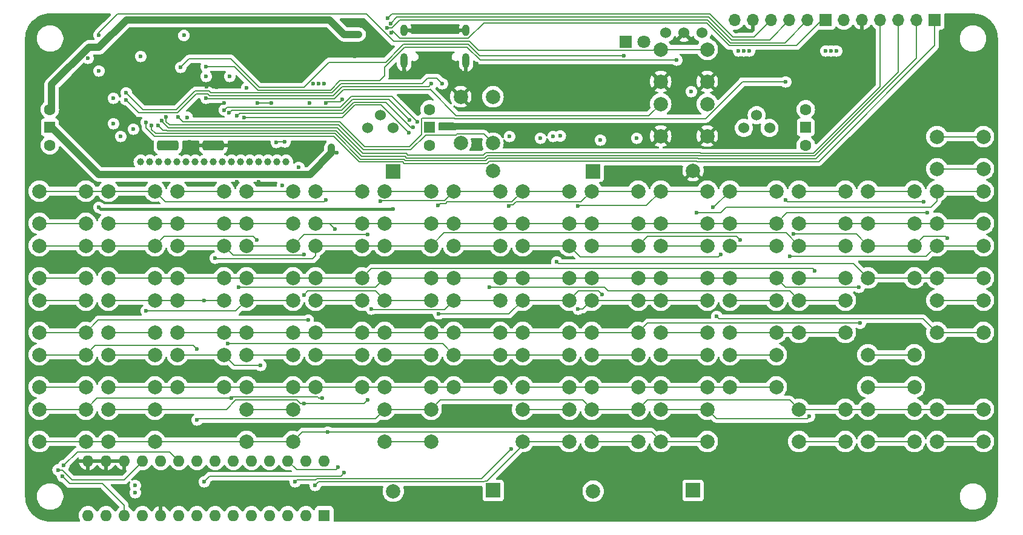
<source format=gtl>
G04 #@! TF.GenerationSoftware,KiCad,Pcbnew,8.0.5*
G04 #@! TF.CreationDate,2025-01-19T00:45:48+09:00*
G04 #@! TF.ProjectId,NERD-HPC,4e455244-2d48-4504-932e-6b696361645f,rev?*
G04 #@! TF.SameCoordinates,Original*
G04 #@! TF.FileFunction,Copper,L1,Top*
G04 #@! TF.FilePolarity,Positive*
%FSLAX46Y46*%
G04 Gerber Fmt 4.6, Leading zero omitted, Abs format (unit mm)*
G04 Created by KiCad (PCBNEW 8.0.5) date 2025-01-19 00:45:48*
%MOMM*%
%LPD*%
G01*
G04 APERTURE LIST*
G04 Aperture macros list*
%AMRoundRect*
0 Rectangle with rounded corners*
0 $1 Rounding radius*
0 $2 $3 $4 $5 $6 $7 $8 $9 X,Y pos of 4 corners*
0 Add a 4 corners polygon primitive as box body*
4,1,4,$2,$3,$4,$5,$6,$7,$8,$9,$2,$3,0*
0 Add four circle primitives for the rounded corners*
1,1,$1+$1,$2,$3*
1,1,$1+$1,$4,$5*
1,1,$1+$1,$6,$7*
1,1,$1+$1,$8,$9*
0 Add four rect primitives between the rounded corners*
20,1,$1+$1,$2,$3,$4,$5,0*
20,1,$1+$1,$4,$5,$6,$7,0*
20,1,$1+$1,$6,$7,$8,$9,0*
20,1,$1+$1,$8,$9,$2,$3,0*%
G04 Aperture macros list end*
G04 #@! TA.AperFunction,ComponentPad*
%ADD10C,2.000000*%
G04 #@! TD*
G04 #@! TA.AperFunction,ComponentPad*
%ADD11R,1.700000X1.700000*%
G04 #@! TD*
G04 #@! TA.AperFunction,ComponentPad*
%ADD12O,1.700000X1.700000*%
G04 #@! TD*
G04 #@! TA.AperFunction,ComponentPad*
%ADD13C,1.000000*%
G04 #@! TD*
G04 #@! TA.AperFunction,ComponentPad*
%ADD14RoundRect,0.350000X-1.150000X-0.350000X1.150000X-0.350000X1.150000X0.350000X-1.150000X0.350000X0*%
G04 #@! TD*
G04 #@! TA.AperFunction,ComponentPad*
%ADD15R,1.500000X1.500000*%
G04 #@! TD*
G04 #@! TA.AperFunction,ComponentPad*
%ADD16C,1.600000*%
G04 #@! TD*
G04 #@! TA.AperFunction,ComponentPad*
%ADD17C,1.524000*%
G04 #@! TD*
G04 #@! TA.AperFunction,ComponentPad*
%ADD18O,1.000000X1.600000*%
G04 #@! TD*
G04 #@! TA.AperFunction,ComponentPad*
%ADD19O,1.000000X2.100000*%
G04 #@! TD*
G04 #@! TA.AperFunction,ComponentPad*
%ADD20R,1.800000X1.800000*%
G04 #@! TD*
G04 #@! TA.AperFunction,ComponentPad*
%ADD21C,1.800000*%
G04 #@! TD*
G04 #@! TA.AperFunction,ComponentPad*
%ADD22R,2.000000X2.000000*%
G04 #@! TD*
G04 #@! TA.AperFunction,ComponentPad*
%ADD23R,1.600000X1.600000*%
G04 #@! TD*
G04 #@! TA.AperFunction,ComponentPad*
%ADD24O,1.600000X1.600000*%
G04 #@! TD*
G04 #@! TA.AperFunction,ViaPad*
%ADD25C,0.600000*%
G04 #@! TD*
G04 #@! TA.AperFunction,Conductor*
%ADD26C,0.200000*%
G04 #@! TD*
G04 #@! TA.AperFunction,Conductor*
%ADD27C,1.000000*%
G04 #@! TD*
G04 #@! TA.AperFunction,Conductor*
%ADD28C,0.400000*%
G04 #@! TD*
G04 APERTURE END LIST*
D10*
X91492000Y-113574000D03*
X97992000Y-113574000D03*
X91492000Y-118074000D03*
X97992000Y-118074000D03*
X120448000Y-98334000D03*
X126948000Y-98334000D03*
X120448000Y-102834000D03*
X126948000Y-102834000D03*
X216968000Y-113574000D03*
X223468000Y-113574000D03*
X216968000Y-118074000D03*
X223468000Y-118074000D03*
X110796000Y-105954000D03*
X117296000Y-105954000D03*
X110796000Y-110454000D03*
X117296000Y-110454000D03*
X159056000Y-98334000D03*
X165556000Y-98334000D03*
X159056000Y-102834000D03*
X165556000Y-102834000D03*
X120448000Y-121194000D03*
X126948000Y-121194000D03*
X120448000Y-125694000D03*
X126948000Y-125694000D03*
X91492000Y-128814000D03*
X97992000Y-128814000D03*
X91492000Y-133314000D03*
X97992000Y-133314000D03*
X207316000Y-121194000D03*
X213816000Y-121194000D03*
X207316000Y-125694000D03*
X213816000Y-125694000D03*
X207316000Y-105954000D03*
X213816000Y-105954000D03*
X207316000Y-110454000D03*
X213816000Y-110454000D03*
X101144000Y-121194000D03*
X107644000Y-121194000D03*
X101144000Y-125694000D03*
X107644000Y-125694000D03*
X159056000Y-113574000D03*
X165556000Y-113574000D03*
X159056000Y-118074000D03*
X165556000Y-118074000D03*
X178360000Y-86142000D03*
X184860000Y-86142000D03*
X178360000Y-90642000D03*
X184860000Y-90642000D03*
X101144000Y-128814000D03*
X107644000Y-128814000D03*
X101144000Y-133314000D03*
X107644000Y-133314000D03*
X159056000Y-105954000D03*
X165556000Y-105954000D03*
X159056000Y-110454000D03*
X165556000Y-110454000D03*
D11*
X216662000Y-74422000D03*
D12*
X214122000Y-74422000D03*
X211582000Y-74422000D03*
X209042000Y-74422000D03*
X206502000Y-74422000D03*
X203962000Y-74422000D03*
D10*
X197664000Y-105954000D03*
X204164000Y-105954000D03*
X197664000Y-110454000D03*
X204164000Y-110454000D03*
X139752000Y-121194000D03*
X146252000Y-121194000D03*
X139752000Y-125694000D03*
X146252000Y-125694000D03*
X101144000Y-98334000D03*
X107644000Y-98334000D03*
X101144000Y-102834000D03*
X107644000Y-102834000D03*
X130100000Y-105954000D03*
X136600000Y-105954000D03*
X130100000Y-110454000D03*
X136600000Y-110454000D03*
D13*
X125984000Y-94234000D03*
X124714000Y-94234000D03*
X123444000Y-94234000D03*
X122174000Y-94234000D03*
X120904000Y-94234000D03*
X119634000Y-94234000D03*
X118364000Y-94234000D03*
X117094000Y-94234000D03*
X115824000Y-94234000D03*
X114554000Y-94234000D03*
X113284000Y-94234000D03*
X112014000Y-94234000D03*
X110744000Y-94234000D03*
X109474000Y-94234000D03*
X108204000Y-94234000D03*
X106934000Y-94234000D03*
X105664000Y-94234000D03*
D14*
X109474000Y-91934000D03*
X115824000Y-91934000D03*
D10*
X188012000Y-105954000D03*
X194512000Y-105954000D03*
X188012000Y-110454000D03*
X194512000Y-110454000D03*
D11*
X201422000Y-74422000D03*
D12*
X198882000Y-74422000D03*
X196342000Y-74422000D03*
X193802000Y-74422000D03*
X191262000Y-74422000D03*
X188722000Y-74422000D03*
D10*
X216968000Y-105954000D03*
X223468000Y-105954000D03*
X216968000Y-110454000D03*
X223468000Y-110454000D03*
X197664000Y-98334000D03*
X204164000Y-98334000D03*
X197664000Y-102834000D03*
X204164000Y-102834000D03*
X188012000Y-113574000D03*
X194512000Y-113574000D03*
X188012000Y-118074000D03*
X194512000Y-118074000D03*
X178360000Y-105954000D03*
X184860000Y-105954000D03*
X178360000Y-110454000D03*
X184860000Y-110454000D03*
X216968000Y-90714000D03*
X223468000Y-90714000D03*
X216968000Y-95214000D03*
X223468000Y-95214000D03*
X207316000Y-98334000D03*
X213816000Y-98334000D03*
X207316000Y-102834000D03*
X213816000Y-102834000D03*
X188012000Y-98334000D03*
X194512000Y-98334000D03*
X188012000Y-102834000D03*
X194512000Y-102834000D03*
X110796000Y-113574000D03*
X117296000Y-113574000D03*
X110796000Y-118074000D03*
X117296000Y-118074000D03*
X139752000Y-113574000D03*
X146252000Y-113574000D03*
X139752000Y-118074000D03*
X146252000Y-118074000D03*
X154904000Y-85142000D03*
X154904000Y-91642000D03*
X150404000Y-85142000D03*
X150404000Y-91642000D03*
X168708000Y-105954000D03*
X175208000Y-105954000D03*
X168708000Y-110454000D03*
X175208000Y-110454000D03*
X130100000Y-98334000D03*
X136600000Y-98334000D03*
X130100000Y-102834000D03*
X136600000Y-102834000D03*
X159056000Y-121194000D03*
X165556000Y-121194000D03*
X159056000Y-125694000D03*
X165556000Y-125694000D03*
X110796000Y-98334000D03*
X117296000Y-98334000D03*
X110796000Y-102834000D03*
X117296000Y-102834000D03*
X168708000Y-121194000D03*
X175208000Y-121194000D03*
X168708000Y-125694000D03*
X175208000Y-125694000D03*
X120448000Y-128814000D03*
X126948000Y-128814000D03*
X120448000Y-133314000D03*
X126948000Y-133314000D03*
X197664000Y-113574000D03*
X204164000Y-113574000D03*
X197664000Y-118074000D03*
X204164000Y-118074000D03*
D15*
X146050000Y-89408000D03*
D16*
X146050000Y-91908000D03*
X146050000Y-86908000D03*
D10*
X130100000Y-113574000D03*
X136600000Y-113574000D03*
X130100000Y-118074000D03*
X136600000Y-118074000D03*
X184860000Y-83022000D03*
X178360000Y-83022000D03*
X184860000Y-78522000D03*
X178360000Y-78522000D03*
X139752000Y-98334000D03*
X146252000Y-98334000D03*
X139752000Y-102834000D03*
X146252000Y-102834000D03*
X139752000Y-105954000D03*
X146252000Y-105954000D03*
X139752000Y-110454000D03*
X146252000Y-110454000D03*
X101144000Y-105954000D03*
X107644000Y-105954000D03*
X101144000Y-110454000D03*
X107644000Y-110454000D03*
X139752000Y-128814000D03*
X146252000Y-128814000D03*
X139752000Y-133314000D03*
X146252000Y-133314000D03*
X188012000Y-121194000D03*
X194512000Y-121194000D03*
X188012000Y-125694000D03*
X194512000Y-125694000D03*
X178360000Y-113574000D03*
X184860000Y-113574000D03*
X178360000Y-118074000D03*
X184860000Y-118074000D03*
X110796000Y-121194000D03*
X117296000Y-121194000D03*
X110796000Y-125694000D03*
X117296000Y-125694000D03*
X216968000Y-128814000D03*
X223468000Y-128814000D03*
X216968000Y-133314000D03*
X223468000Y-133314000D03*
D17*
X189973949Y-89504051D03*
X191770000Y-87708000D03*
X193566051Y-89504051D03*
D10*
X91492000Y-105954000D03*
X97992000Y-105954000D03*
X91492000Y-110454000D03*
X97992000Y-110454000D03*
X120448000Y-113574000D03*
X126948000Y-113574000D03*
X120448000Y-118074000D03*
X126948000Y-118074000D03*
X101144000Y-113574000D03*
X107644000Y-113574000D03*
X101144000Y-118074000D03*
X107644000Y-118074000D03*
X178360000Y-121194000D03*
X184860000Y-121194000D03*
X178360000Y-125694000D03*
X184860000Y-125694000D03*
X168708000Y-128814000D03*
X175208000Y-128814000D03*
X168708000Y-133314000D03*
X175208000Y-133314000D03*
X168708000Y-98334000D03*
X175208000Y-98334000D03*
X168708000Y-102834000D03*
X175208000Y-102834000D03*
X178360000Y-98334000D03*
X184860000Y-98334000D03*
X178360000Y-102834000D03*
X184860000Y-102834000D03*
X149404000Y-113574000D03*
X155904000Y-113574000D03*
X149404000Y-118074000D03*
X155904000Y-118074000D03*
X207316000Y-128814000D03*
X213816000Y-128814000D03*
X207316000Y-133314000D03*
X213816000Y-133314000D03*
D15*
X198628000Y-89408000D03*
D16*
X198628000Y-91908000D03*
X198628000Y-86908000D03*
D10*
X91492000Y-98334000D03*
X97992000Y-98334000D03*
X91492000Y-102834000D03*
X97992000Y-102834000D03*
X120448000Y-105954000D03*
X126948000Y-105954000D03*
X120448000Y-110454000D03*
X126948000Y-110454000D03*
X149404000Y-105954000D03*
X155904000Y-105954000D03*
X149404000Y-110454000D03*
X155904000Y-110454000D03*
D15*
X92964000Y-89408000D03*
D16*
X92964000Y-91908000D03*
X92964000Y-86908000D03*
D10*
X149404000Y-121194000D03*
X155904000Y-121194000D03*
X149404000Y-125694000D03*
X155904000Y-125694000D03*
X168708000Y-113574000D03*
X175208000Y-113574000D03*
X168708000Y-118074000D03*
X175208000Y-118074000D03*
X130100000Y-121194000D03*
X136600000Y-121194000D03*
X130100000Y-125694000D03*
X136600000Y-125694000D03*
X91492000Y-121194000D03*
X97992000Y-121194000D03*
X91492000Y-125694000D03*
X97992000Y-125694000D03*
X159056000Y-128814000D03*
X165556000Y-128814000D03*
X159056000Y-133314000D03*
X165556000Y-133314000D03*
X216968000Y-98334000D03*
X223468000Y-98334000D03*
X216968000Y-102834000D03*
X223468000Y-102834000D03*
X197664000Y-128814000D03*
X204164000Y-128814000D03*
X197664000Y-133314000D03*
X204164000Y-133314000D03*
D17*
X137377898Y-89504051D03*
X139173949Y-87708000D03*
X140970000Y-89504051D03*
D10*
X149404000Y-98334000D03*
X155904000Y-98334000D03*
X149404000Y-102834000D03*
X155904000Y-102834000D03*
X178360000Y-128814000D03*
X184860000Y-128814000D03*
X178360000Y-133314000D03*
X184860000Y-133314000D03*
D18*
X142492000Y-75887000D03*
D19*
X142492000Y-80067000D03*
D18*
X151132000Y-75887000D03*
D19*
X151132000Y-80067000D03*
D20*
X173482000Y-77470000D03*
D21*
X176022000Y-77470000D03*
D22*
X182880000Y-140156000D03*
D10*
X182880000Y-95456000D03*
D17*
X179070000Y-76200000D03*
X181610000Y-76200000D03*
X184150000Y-76200000D03*
D23*
X131318000Y-143637000D03*
D24*
X128778000Y-143637000D03*
X126238000Y-143637000D03*
X123698000Y-143637000D03*
X121158000Y-143637000D03*
X118618000Y-143637000D03*
X116078000Y-143637000D03*
X113538000Y-143637000D03*
X110998000Y-143637000D03*
X108458000Y-143637000D03*
X105918000Y-143637000D03*
X103378000Y-143637000D03*
X100838000Y-143637000D03*
X98298000Y-143637000D03*
X98298000Y-136017000D03*
X100838000Y-136017000D03*
X103378000Y-136017000D03*
X105918000Y-136017000D03*
X108458000Y-136017000D03*
X110998000Y-136017000D03*
X113538000Y-136017000D03*
X116078000Y-136017000D03*
X118618000Y-136017000D03*
X121158000Y-136017000D03*
X123698000Y-136017000D03*
X126238000Y-136017000D03*
X128778000Y-136017000D03*
X131318000Y-136017000D03*
D22*
X154940000Y-140156000D03*
D10*
X154940000Y-95456000D03*
D22*
X168910000Y-95556000D03*
D10*
X168910000Y-140256000D03*
D22*
X140970000Y-95556000D03*
D10*
X140970000Y-140256000D03*
D25*
X107950000Y-84328000D03*
X105918000Y-97282000D03*
X188976000Y-76000000D03*
X145034000Y-85344000D03*
X152654000Y-80518000D03*
X109982000Y-84328000D03*
X102870000Y-137668000D03*
X99822000Y-86360000D03*
X143764000Y-85344000D03*
X173482000Y-89662000D03*
X129286000Y-86002000D03*
X100076000Y-87630000D03*
X111466000Y-82798200D03*
X124460000Y-80010000D03*
X109982000Y-82394285D03*
X182880000Y-90678000D03*
X127762000Y-82042000D03*
X150368000Y-81534000D03*
X135636000Y-77978000D03*
X179324000Y-94996000D03*
X150114000Y-75946000D03*
X119126000Y-97028000D03*
X107188000Y-142494000D03*
X180340000Y-90678000D03*
X117348000Y-86002000D03*
X100838000Y-137668000D03*
X152146000Y-85090000D03*
X126238000Y-76454000D03*
X126238000Y-81026000D03*
X114838624Y-83744000D03*
X180848000Y-94996000D03*
X107950000Y-82394285D03*
X127762000Y-80010000D03*
X126238000Y-80010000D03*
X130810000Y-79248000D03*
X143510000Y-75946000D03*
X180594000Y-83058000D03*
X142557052Y-81537000D03*
X220472000Y-81534000D03*
X107950000Y-141478000D03*
X104064000Y-77978000D03*
X152908000Y-82804000D03*
X124460000Y-78994000D03*
X163068000Y-86360000D03*
X114947475Y-86592001D03*
X126238000Y-77978000D03*
X124460000Y-77978000D03*
X220472000Y-83566000D03*
X108966000Y-83312000D03*
X152400000Y-91694000D03*
X108966000Y-82394285D03*
X109982000Y-83312000D03*
X108966000Y-84328000D03*
X205232000Y-77000000D03*
X107950000Y-83312000D03*
X101463696Y-79710462D03*
X113792000Y-77216000D03*
X130048000Y-77978000D03*
X127762000Y-81026000D03*
X124460000Y-81026000D03*
X105227000Y-76546000D03*
X122174000Y-97028000D03*
X99568000Y-83058000D03*
X118618000Y-92456000D03*
X104013000Y-91694000D03*
X98298000Y-137668000D03*
X100076000Y-90932000D03*
X112776000Y-97282000D03*
X124460000Y-82042000D03*
X124460000Y-76454000D03*
X182880000Y-83058000D03*
X109220000Y-97282000D03*
X120214107Y-80445893D03*
X130048000Y-76454000D03*
X99568000Y-84328000D03*
X180086000Y-94996000D03*
X135636000Y-79502000D03*
X126238000Y-82042000D03*
X126238000Y-78994000D03*
X142240000Y-85344000D03*
X99824292Y-79753131D03*
X116332000Y-83820000D03*
X112522000Y-91440000D03*
X127762000Y-76454000D03*
X161798000Y-86360000D03*
X175006000Y-90932000D03*
X112171414Y-88015948D03*
X114808000Y-82296000D03*
X202946000Y-78740000D03*
X98298000Y-79756000D03*
X127762000Y-94996000D03*
X190754000Y-78740000D03*
X120482000Y-83916589D03*
X129794000Y-83312000D03*
X125476000Y-97536000D03*
X104902000Y-140462000D03*
X163322000Y-90678000D03*
X104902000Y-139446000D03*
X189992000Y-78740000D03*
X161544000Y-90932000D03*
X118110000Y-82296000D03*
X202184000Y-78740000D03*
X164313000Y-90615413D03*
X105664000Y-79502000D03*
X130556000Y-83312000D03*
X189230000Y-78740000D03*
X104648000Y-89662000D03*
X102870000Y-90678000D03*
X111701932Y-76571072D03*
X131318000Y-83312000D03*
X157226000Y-90678000D03*
X182626000Y-84419000D03*
X99822000Y-81534000D03*
X101854000Y-85344000D03*
X201422000Y-78740000D03*
X169926000Y-91186000D03*
X101854000Y-88900000D03*
X131572000Y-86002000D03*
X133806503Y-85539711D03*
X132334000Y-92202000D03*
X132334000Y-92964000D03*
X133096000Y-92964000D03*
X131826000Y-132014000D03*
X186182000Y-115824000D03*
X163830000Y-108204000D03*
X130048000Y-139446000D03*
X129088735Y-116332000D03*
X127254000Y-138938000D03*
X157480000Y-134366000D03*
X206248000Y-116774000D03*
X119380000Y-111760000D03*
X206064000Y-111760000D03*
X111252000Y-81026000D03*
X173228000Y-79410000D03*
X199898000Y-109474000D03*
X143163898Y-90170000D03*
X120142000Y-88046000D03*
X143763898Y-89408000D03*
X119126000Y-87792001D03*
X144363898Y-88646000D03*
X117348000Y-86992001D03*
X143256000Y-88408000D03*
X118040822Y-87392001D03*
X140132019Y-75555751D03*
X140565772Y-74883544D03*
X140648565Y-76166639D03*
X140208000Y-74168000D03*
X108066003Y-89107658D03*
X108566000Y-88483153D03*
X107188000Y-89154000D03*
X106406094Y-88739435D03*
X195834000Y-83058000D03*
X110849995Y-87974053D03*
X114808000Y-85344000D03*
X147828000Y-83312000D03*
X103632000Y-84602000D03*
X103588735Y-85554735D03*
X146304000Y-83312000D03*
X99822000Y-76546000D03*
X94107000Y-137287000D03*
X94742000Y-138178000D03*
X124622000Y-91532000D03*
X125822000Y-91440000D03*
X140970000Y-100838000D03*
X99822000Y-100584000D03*
X109184704Y-87976000D03*
X113538000Y-120396000D03*
X113538000Y-130302000D03*
X199136000Y-129794000D03*
X114554000Y-113574000D03*
X116078000Y-107696000D03*
X106426000Y-115062000D03*
X137414000Y-104394000D03*
X154432000Y-111760000D03*
X128524000Y-107188000D03*
X122428000Y-122682000D03*
X218440000Y-104902000D03*
X186760000Y-107188000D03*
X139158563Y-99711621D03*
X196901265Y-104342735D03*
X128488735Y-112811265D03*
X121920000Y-105156000D03*
X147228000Y-100330000D03*
X196412000Y-107442000D03*
X189484000Y-105156000D03*
X137922000Y-114808000D03*
X183388000Y-101346000D03*
X133258000Y-136906000D03*
X157149735Y-100428265D03*
X131572000Y-99568000D03*
X170180000Y-112776000D03*
X166808000Y-100422000D03*
X128524000Y-128016000D03*
X195834000Y-99568000D03*
X215138000Y-99822000D03*
X137414000Y-127508000D03*
X147320000Y-115474000D03*
X166808000Y-114808000D03*
X131064000Y-127254000D03*
X117856000Y-119634000D03*
X185674000Y-100584000D03*
X118364000Y-127254000D03*
X121989313Y-86007843D03*
X123936000Y-86002000D03*
X94904000Y-136652000D03*
X135382000Y-76441000D03*
X136144000Y-76441000D03*
X134620000Y-76441000D03*
X134112000Y-137668000D03*
X132842000Y-103632000D03*
X114554000Y-138938000D03*
X215646000Y-101346000D03*
X114807999Y-80937290D03*
X180594000Y-80010000D03*
D26*
X133806503Y-85539711D02*
X133544214Y-85802000D01*
X133544214Y-85802000D02*
X131772000Y-85802000D01*
X131772000Y-85802000D02*
X131572000Y-86002000D01*
D27*
X129302000Y-95996000D02*
X132334000Y-92964000D01*
X132334000Y-92964000D02*
X132334000Y-92202000D01*
X99806000Y-95996000D02*
X129302000Y-95996000D01*
X92964000Y-89408000D02*
X93218000Y-89408000D01*
X93218000Y-89408000D02*
X99806000Y-95996000D01*
D26*
X107644000Y-133314000D02*
X120448000Y-133314000D01*
X184860000Y-133314000D02*
X178360000Y-133314000D01*
X91492000Y-110454000D02*
X97992000Y-110454000D01*
X215068000Y-116174000D02*
X186532000Y-116174000D01*
X126948000Y-133314000D02*
X128248000Y-132014000D01*
X186532000Y-116174000D02*
X186182000Y-115824000D01*
X120448000Y-133314000D02*
X126948000Y-133314000D01*
X178360000Y-133314000D02*
X177060000Y-132014000D01*
X97992000Y-125694000D02*
X91492000Y-125694000D01*
X223468000Y-118074000D02*
X216968000Y-118074000D01*
X91492000Y-102834000D02*
X97992000Y-102834000D01*
X177060000Y-132014000D02*
X131826000Y-132014000D01*
X97992000Y-133314000D02*
X101144000Y-133314000D01*
X216968000Y-118074000D02*
X215068000Y-116174000D01*
X91492000Y-133314000D02*
X97992000Y-133314000D01*
X101144000Y-133314000D02*
X107644000Y-133314000D01*
X131826000Y-132014000D02*
X128248000Y-132014000D01*
X130556000Y-138938000D02*
X153640000Y-138938000D01*
X216968000Y-102834000D02*
X223468000Y-102834000D01*
X216968000Y-95214000D02*
X223468000Y-95214000D01*
X216968000Y-102834000D02*
X213816000Y-102834000D01*
X223468000Y-110454000D02*
X216968000Y-110454000D01*
X213816000Y-102834000D02*
X207316000Y-102834000D01*
X164084000Y-108458000D02*
X163830000Y-108204000D01*
X97992000Y-118074000D02*
X91492000Y-118074000D01*
X216968000Y-110454000D02*
X213816000Y-110454000D01*
X99734000Y-116332000D02*
X129088735Y-116332000D01*
X213816000Y-110454000D02*
X207316000Y-110454000D01*
X97992000Y-118074000D02*
X99734000Y-116332000D01*
X154079685Y-138856000D02*
X159056000Y-133879685D01*
X207316000Y-102834000D02*
X204164000Y-102834000D01*
X183642000Y-108458000D02*
X205320000Y-108458000D01*
X204164000Y-102834000D02*
X197664000Y-102834000D01*
X159056000Y-133879685D02*
X159056000Y-133314000D01*
X205320000Y-108458000D02*
X207316000Y-110454000D01*
X159056000Y-133314000D02*
X165556000Y-133314000D01*
X153640000Y-138938000D02*
X153722000Y-138856000D01*
X153722000Y-138856000D02*
X154079685Y-138856000D01*
X130048000Y-139446000D02*
X130556000Y-138938000D01*
X183642000Y-108458000D02*
X164084000Y-108458000D01*
X197664000Y-118074000D02*
X194512000Y-118074000D01*
X127254000Y-138938000D02*
X127508000Y-138684000D01*
X130242529Y-138538000D02*
X153308000Y-138538000D01*
X194512000Y-118074000D02*
X188012000Y-118074000D01*
X188012000Y-125694000D02*
X184860000Y-125694000D01*
X165556000Y-125694000D02*
X159056000Y-125694000D01*
X204164000Y-118074000D02*
X197664000Y-118074000D01*
X168708000Y-125694000D02*
X165556000Y-125694000D01*
X175208000Y-125694000D02*
X168708000Y-125694000D01*
X178360000Y-125694000D02*
X175208000Y-125694000D01*
X153308000Y-138538000D02*
X157480000Y-134366000D01*
X130096529Y-138684000D02*
X130242529Y-138538000D01*
X127508000Y-138684000D02*
X130096529Y-138684000D01*
X204164000Y-110454000D02*
X197664000Y-110454000D01*
X184860000Y-125694000D02*
X178360000Y-125694000D01*
X194512000Y-125694000D02*
X188012000Y-125694000D01*
X175208000Y-133314000D02*
X168708000Y-133314000D01*
X146252000Y-133314000D02*
X139752000Y-133314000D01*
X149404000Y-125694000D02*
X146252000Y-125694000D01*
X126948000Y-125694000D02*
X120448000Y-125694000D01*
X120448000Y-125694000D02*
X117296000Y-125694000D01*
X107644000Y-118074000D02*
X101144000Y-118074000D01*
X130100000Y-125694000D02*
X126948000Y-125694000D01*
X117296000Y-125694000D02*
X110796000Y-125694000D01*
X110796000Y-125694000D02*
X107644000Y-125694000D01*
X155904000Y-125694000D02*
X149404000Y-125694000D01*
X136600000Y-125694000D02*
X130100000Y-125694000D01*
X146252000Y-125694000D02*
X139752000Y-125694000D01*
X139752000Y-125694000D02*
X136600000Y-125694000D01*
X107644000Y-125694000D02*
X101144000Y-125694000D01*
X206248000Y-116774000D02*
X176508000Y-116774000D01*
X176508000Y-116774000D02*
X175208000Y-118074000D01*
X149404000Y-118074000D02*
X146252000Y-118074000D01*
X117296000Y-118074000D02*
X110796000Y-118074000D01*
X155904000Y-118074000D02*
X149404000Y-118074000D01*
X136600000Y-118074000D02*
X130100000Y-118074000D01*
X139752000Y-118074000D02*
X136600000Y-118074000D01*
X126948000Y-118074000D02*
X120448000Y-118074000D01*
X165556000Y-118074000D02*
X159056000Y-118074000D01*
X175208000Y-118074000D02*
X168708000Y-118074000D01*
X213816000Y-125694000D02*
X207316000Y-125694000D01*
X159056000Y-118074000D02*
X155904000Y-118074000D01*
X168708000Y-118074000D02*
X165556000Y-118074000D01*
X146252000Y-118074000D02*
X139752000Y-118074000D01*
X130100000Y-118074000D02*
X126948000Y-118074000D01*
X120448000Y-118074000D02*
X117296000Y-118074000D01*
X188012000Y-110454000D02*
X184860000Y-110454000D01*
X194512000Y-110454000D02*
X188012000Y-110454000D01*
X194512000Y-110454000D02*
X195818000Y-111760000D01*
X155904000Y-110454000D02*
X149404000Y-110454000D01*
X119380000Y-111760000D02*
X138446000Y-111760000D01*
X146252000Y-110454000D02*
X139752000Y-110454000D01*
X178360000Y-110454000D02*
X175208000Y-110454000D01*
X207316000Y-133314000D02*
X213816000Y-133314000D01*
X165556000Y-110454000D02*
X159056000Y-110454000D01*
X159056000Y-110454000D02*
X155904000Y-110454000D01*
X195818000Y-111760000D02*
X206064000Y-111760000D01*
X138446000Y-111760000D02*
X139752000Y-110454000D01*
X175208000Y-110454000D02*
X168708000Y-110454000D01*
X184860000Y-118074000D02*
X178360000Y-118074000D01*
X184860000Y-110454000D02*
X178360000Y-110454000D01*
X149404000Y-110454000D02*
X146252000Y-110454000D01*
X168708000Y-110454000D02*
X165556000Y-110454000D01*
X153086371Y-79410000D02*
X173228000Y-79410000D01*
X139901471Y-80298000D02*
X141957050Y-78242422D01*
X131959471Y-80298000D02*
X139901471Y-80298000D01*
X128455471Y-83802000D02*
X131959471Y-80298000D01*
X118257579Y-79845893D02*
X122213686Y-83802000D01*
X151463371Y-77787000D02*
X153086371Y-79410000D01*
X122213686Y-83802000D02*
X128455471Y-83802000D01*
X141957050Y-78242422D02*
X142412472Y-77787000D01*
X111252000Y-81026000D02*
X112432107Y-79845893D01*
X112432107Y-79845893D02*
X118257579Y-79845893D01*
X142412472Y-77787000D02*
X151463371Y-77787000D01*
X107644000Y-102834000D02*
X110796000Y-102834000D01*
X117296000Y-102834000D02*
X120448000Y-102834000D01*
X120448000Y-102834000D02*
X126948000Y-102834000D01*
X107644000Y-110454000D02*
X110796000Y-110454000D01*
X126948000Y-110454000D02*
X130100000Y-110454000D01*
X110796000Y-110454000D02*
X117296000Y-110454000D01*
X137900000Y-109154000D02*
X136600000Y-110454000D01*
X101144000Y-110454000D02*
X107644000Y-110454000D01*
X117296000Y-110454000D02*
X120448000Y-110454000D01*
X130100000Y-110454000D02*
X136600000Y-110454000D01*
X197664000Y-133314000D02*
X204164000Y-133314000D01*
X199578000Y-109154000D02*
X137900000Y-109154000D01*
X120448000Y-110454000D02*
X126948000Y-110454000D01*
X110796000Y-102834000D02*
X117296000Y-102834000D01*
X101144000Y-102834000D02*
X107644000Y-102834000D01*
X199898000Y-109474000D02*
X199578000Y-109154000D01*
X143163898Y-90170000D02*
X139283898Y-86290000D01*
X133845801Y-88046000D02*
X120142000Y-88046000D01*
X135601801Y-86290000D02*
X133845801Y-88046000D01*
X139283898Y-86290000D02*
X135601801Y-86290000D01*
X139889471Y-85890000D02*
X135436115Y-85890000D01*
X119504001Y-87414000D02*
X119126000Y-87792001D01*
X133912115Y-87414000D02*
X119504001Y-87414000D01*
X143407471Y-89408000D02*
X139889471Y-85890000D01*
X135436115Y-85890000D02*
X133912115Y-87414000D01*
X143763898Y-89408000D02*
X143407471Y-89408000D01*
X140807898Y-85090000D02*
X135104743Y-85090000D01*
X135104743Y-85090000D02*
X133580743Y-86614000D01*
X117726001Y-86614000D02*
X117348000Y-86992001D01*
X144363898Y-88646000D02*
X140807898Y-85090000D01*
X133580743Y-86614000D02*
X117726001Y-86614000D01*
X118418823Y-87014000D02*
X118040822Y-87392001D01*
X140338000Y-85490000D02*
X135270429Y-85490000D01*
X133746429Y-87014000D02*
X118418823Y-87014000D01*
X143256000Y-88408000D02*
X140338000Y-85490000D01*
X135270429Y-85490000D02*
X133746429Y-87014000D01*
X188126282Y-77600000D02*
X184926282Y-74400000D01*
X141897845Y-74400000D02*
X140742094Y-75555751D01*
X184926282Y-74400000D02*
X141897845Y-74400000D01*
X198882000Y-74422000D02*
X195704000Y-77600000D01*
X140742094Y-75555751D02*
X140132019Y-75555751D01*
X195704000Y-77600000D02*
X188126282Y-77600000D01*
X188291968Y-77200000D02*
X185091968Y-74000000D01*
X185091968Y-74000000D02*
X141449316Y-74000000D01*
X141449316Y-74000000D02*
X140565772Y-74883544D01*
X193564000Y-77200000D02*
X188291968Y-77200000D01*
X196342000Y-74422000D02*
X193564000Y-77200000D01*
X153650371Y-74800000D02*
X184760596Y-74800000D01*
X140648565Y-76166639D02*
X140859453Y-75955751D01*
X140859453Y-75955751D02*
X141890702Y-76987000D01*
X141890702Y-76987000D02*
X151463371Y-76987000D01*
X184760596Y-74800000D02*
X187960596Y-78000000D01*
X151463371Y-76987000D02*
X153650371Y-74800000D01*
X200914000Y-74422000D02*
X201422000Y-74422000D01*
X197336000Y-78000000D02*
X200914000Y-74422000D01*
X187960596Y-78000000D02*
X197336000Y-78000000D01*
X140208000Y-74168000D02*
X140776000Y-73600000D01*
X188457654Y-76800000D02*
X191424000Y-76800000D01*
X140776000Y-73600000D02*
X185257654Y-73600000D01*
X191424000Y-76800000D02*
X193802000Y-74422000D01*
X185257654Y-73600000D02*
X188457654Y-76800000D01*
X109270485Y-89812403D02*
X109336082Y-89878000D01*
X211582000Y-81730314D02*
X211582000Y-74422000D01*
X142601372Y-93456000D02*
X142833371Y-93688000D01*
X199904314Y-93408000D02*
X211582000Y-81730314D01*
X183801850Y-93408000D02*
X199904314Y-93408000D01*
X142833371Y-93688000D02*
X153738151Y-93688000D01*
X136560645Y-93456000D02*
X142601372Y-93456000D01*
X109336082Y-89878000D02*
X132982645Y-89878000D01*
X108770748Y-89812403D02*
X109270485Y-89812403D01*
X132982645Y-89878000D02*
X136560645Y-93456000D01*
X108066003Y-89107658D02*
X108770748Y-89812403D01*
X154070151Y-93356000D02*
X183749851Y-93356000D01*
X153738151Y-93688000D02*
X154070151Y-93356000D01*
X183749851Y-93356000D02*
X183801850Y-93408000D01*
X136726331Y-93056000D02*
X133148331Y-89478000D01*
X153572466Y-93288000D02*
X142999057Y-93288000D01*
X133148331Y-89478000D02*
X109501768Y-89478000D01*
X109019019Y-88995250D02*
X108566000Y-88542231D01*
X183915540Y-92956002D02*
X153904464Y-92956002D01*
X209042000Y-83704628D02*
X199738628Y-93008000D01*
X153904464Y-92956002D02*
X153572466Y-93288000D01*
X108566000Y-88542231D02*
X108566000Y-88483153D01*
X209042000Y-74422000D02*
X209042000Y-83704628D01*
X109501768Y-89478000D02*
X109436171Y-89412403D01*
X183967536Y-93008000D02*
X183915540Y-92956002D01*
X142767057Y-93056000D02*
X136726331Y-93056000D01*
X109436171Y-89412403D02*
X109019019Y-88995250D01*
X142999057Y-93288000D02*
X142767057Y-93056000D01*
X199738628Y-93008000D02*
X183967536Y-93008000D01*
X154235837Y-93756000D02*
X153903837Y-94088000D01*
X132816959Y-90278000D02*
X107737870Y-90278000D01*
X214122000Y-79756000D02*
X200070000Y-93808000D01*
X107737870Y-90278000D02*
X107188000Y-89728130D01*
X107188000Y-89728130D02*
X107188000Y-89154000D01*
X142435686Y-93856000D02*
X136394959Y-93856000D01*
X136394959Y-93856000D02*
X132816959Y-90278000D01*
X142667686Y-94088000D02*
X142435686Y-93856000D01*
X183636165Y-93808000D02*
X183584166Y-93756000D01*
X200070000Y-93808000D02*
X183636165Y-93808000D01*
X183584166Y-93756000D02*
X154235837Y-93756000D01*
X153903837Y-94088000D02*
X142667686Y-94088000D01*
X214122000Y-74422000D02*
X214122000Y-79756000D01*
X216662000Y-74422000D02*
X216662000Y-77978000D01*
X183418480Y-94156000D02*
X154401522Y-94156000D01*
X132651273Y-90678000D02*
X107572184Y-90678000D01*
X154401522Y-94156000D02*
X154069522Y-94488000D01*
X136229273Y-94256000D02*
X132651273Y-90678000D01*
X106406094Y-89511910D02*
X106406094Y-88739435D01*
X183470480Y-94208000D02*
X183418480Y-94156000D01*
X142270000Y-94256000D02*
X136229273Y-94256000D01*
X216662000Y-77978000D02*
X200432000Y-94208000D01*
X200432000Y-94208000D02*
X183470480Y-94208000D01*
X107572184Y-90678000D02*
X106406094Y-89511910D01*
X154069522Y-94488000D02*
X142502000Y-94488000D01*
X142502000Y-94488000D02*
X142270000Y-94256000D01*
X149602315Y-88192000D02*
X149548315Y-88138000D01*
X144963898Y-88182000D02*
X144963898Y-90436416D01*
X144963898Y-90436416D02*
X143258314Y-92142000D01*
X123952000Y-88646000D02*
X111521942Y-88646000D01*
X195834000Y-83058000D02*
X189782478Y-83058000D01*
X145007898Y-88138000D02*
X144963898Y-88182000D01*
X111521942Y-88646000D02*
X110849995Y-87974053D01*
X133479703Y-88678000D02*
X123984000Y-88678000D01*
X184648478Y-88192000D02*
X149602315Y-88192000D01*
X143258314Y-92142000D02*
X136943703Y-92142000D01*
X189782478Y-83058000D02*
X184648478Y-88192000D01*
X136943703Y-92142000D02*
X133479703Y-88678000D01*
X123984000Y-88678000D02*
X123952000Y-88646000D01*
X149548315Y-88138000D02*
X145007898Y-88138000D01*
X149768000Y-87792000D02*
X146078843Y-84102843D01*
X132691886Y-85402000D02*
X114866000Y-85402000D01*
X176710000Y-87792000D02*
X149768000Y-87792000D01*
X114866000Y-85402000D02*
X114808000Y-85344000D01*
X133981886Y-84112000D02*
X132691886Y-85402000D01*
X178360000Y-86142000D02*
X176710000Y-87792000D01*
X146069686Y-84112000D02*
X133981886Y-84112000D01*
X146078843Y-84102843D02*
X146069686Y-84112000D01*
X115222214Y-84344000D02*
X113268000Y-84344000D01*
X145796000Y-82550000D02*
X145034000Y-83312000D01*
X147066000Y-82550000D02*
X145796000Y-82550000D01*
X110636000Y-86976000D02*
X106006000Y-86976000D01*
X113268000Y-84344000D02*
X110636000Y-86976000D01*
X133650514Y-83312000D02*
X132360514Y-84602000D01*
X106006000Y-86976000D02*
X103632000Y-84602000D01*
X147828000Y-83312000D02*
X147066000Y-82550000D01*
X132360514Y-84602000D02*
X115480214Y-84602000D01*
X145034000Y-83312000D02*
X133650514Y-83312000D01*
X115480214Y-84602000D02*
X115222214Y-84344000D01*
X115056529Y-84744000D02*
X113433686Y-84744000D01*
X145904000Y-83712000D02*
X133816200Y-83712000D01*
X110801686Y-87376000D02*
X105410000Y-87376000D01*
X146304000Y-83312000D02*
X145904000Y-83712000D01*
X113433686Y-84744000D02*
X110801686Y-87376000D01*
X133816200Y-83712000D02*
X132526200Y-85002000D01*
X132526200Y-85002000D02*
X115314529Y-85002000D01*
X115314529Y-85002000D02*
X115056529Y-84744000D01*
X105410000Y-87376000D02*
X103588735Y-85554735D01*
X178212000Y-78670000D02*
X178360000Y-78522000D01*
X99822000Y-76546000D02*
X99822000Y-76200000D01*
X151629057Y-77387000D02*
X152912057Y-78670000D01*
X141020397Y-77387000D02*
X151629057Y-77387000D01*
X99822000Y-76200000D02*
X102422000Y-73600000D01*
X152912057Y-78670000D02*
X178212000Y-78670000D01*
X102422000Y-73600000D02*
X137233397Y-73600000D01*
X137233397Y-73600000D02*
X141020397Y-77387000D01*
X178360000Y-78522000D02*
X184860000Y-78522000D01*
X96096529Y-138684000D02*
X94699529Y-137287000D01*
X103378000Y-138684000D02*
X96096529Y-138684000D01*
X105918000Y-136017000D02*
X105918000Y-136144000D01*
X105918000Y-136144000D02*
X103378000Y-138684000D01*
X94699529Y-137287000D02*
X94107000Y-137287000D01*
X103378000Y-142240000D02*
X103378000Y-143637000D01*
X95756000Y-139192000D02*
X100330000Y-139192000D01*
X100330000Y-139192000D02*
X103378000Y-142240000D01*
X94742000Y-138178000D02*
X95756000Y-139192000D01*
X124622000Y-91532000D02*
X124714000Y-91440000D01*
X124714000Y-91440000D02*
X125822000Y-91440000D01*
D28*
X140970000Y-100838000D02*
X100076000Y-100838000D01*
X100076000Y-100838000D02*
X99822000Y-100584000D01*
D26*
X109184704Y-88595250D02*
X109667454Y-89078000D01*
X143424000Y-92542000D02*
X145508000Y-90458000D01*
X109184704Y-87976000D02*
X109184704Y-88595250D01*
X109667454Y-89078000D02*
X133314017Y-89078000D01*
X149865522Y-90342000D02*
X153604000Y-90342000D01*
X145508000Y-90458000D02*
X149749522Y-90458000D01*
X153604000Y-90342000D02*
X154904000Y-91642000D01*
X136778017Y-92542000D02*
X143424000Y-92542000D01*
X149749522Y-90458000D02*
X149865522Y-90342000D01*
X133314017Y-89078000D02*
X136778017Y-92542000D01*
X147552000Y-127514000D02*
X146252000Y-128814000D01*
X99292000Y-119894000D02*
X113036000Y-119894000D01*
X146252000Y-128814000D02*
X139752000Y-128814000D01*
X97992000Y-121194000D02*
X99292000Y-119894000D01*
X213816000Y-128814000D02*
X207316000Y-128814000D01*
X216968000Y-128814000D02*
X213816000Y-128814000D01*
X138452000Y-130114000D02*
X139752000Y-128814000D01*
X91492000Y-113574000D02*
X97992000Y-113574000D01*
X196364000Y-127514000D02*
X176508000Y-127514000D01*
X207316000Y-128814000D02*
X204164000Y-128814000D01*
X113726000Y-130114000D02*
X138452000Y-130114000D01*
X168708000Y-128814000D02*
X167408000Y-127514000D01*
X167408000Y-127514000D02*
X147552000Y-127514000D01*
X197664000Y-128814000D02*
X196364000Y-127514000D01*
X168708000Y-128814000D02*
X175208000Y-128814000D01*
X91492000Y-121194000D02*
X97992000Y-121194000D01*
X223468000Y-128814000D02*
X216968000Y-128814000D01*
X207316000Y-121194000D02*
X213816000Y-121194000D01*
X176508000Y-127514000D02*
X175208000Y-128814000D01*
X113036000Y-119894000D02*
X113538000Y-120396000D01*
X113538000Y-130302000D02*
X113726000Y-130114000D01*
X204164000Y-128814000D02*
X197664000Y-128814000D01*
X198816000Y-130114000D02*
X199136000Y-129794000D01*
X130100000Y-98334000D02*
X136600000Y-98334000D01*
X101144000Y-113574000D02*
X107644000Y-113574000D01*
X116170000Y-107788000D02*
X116078000Y-107696000D01*
X184860000Y-128814000D02*
X186160000Y-130114000D01*
X148066000Y-104140000D02*
X195850000Y-104140000D01*
X139752000Y-105954000D02*
X136600000Y-105954000D01*
X139752000Y-105954000D02*
X146252000Y-105954000D01*
X114554000Y-113574000D02*
X117296000Y-113574000D01*
X107644000Y-113574000D02*
X110796000Y-113574000D01*
X130100000Y-105954000D02*
X130100000Y-107368213D01*
X186160000Y-130114000D02*
X198816000Y-130114000D01*
X195850000Y-104140000D02*
X197664000Y-105954000D01*
X197664000Y-105954000D02*
X204164000Y-105954000D01*
X130100000Y-107368213D02*
X129680213Y-107788000D01*
X129680213Y-107788000D02*
X116170000Y-107788000D01*
X146252000Y-105954000D02*
X148066000Y-104140000D01*
X178360000Y-128814000D02*
X184860000Y-128814000D01*
X130100000Y-105954000D02*
X136600000Y-105954000D01*
X197664000Y-98334000D02*
X204164000Y-98334000D01*
X110796000Y-113574000D02*
X114554000Y-113574000D01*
X101144000Y-121194000D02*
X107644000Y-121194000D01*
X120448000Y-113574000D02*
X118960000Y-115062000D01*
X120448000Y-105954000D02*
X126948000Y-105954000D01*
X139752000Y-98334000D02*
X146252000Y-98334000D01*
X137414000Y-104394000D02*
X128508000Y-104394000D01*
X197664000Y-113574000D02*
X204164000Y-113574000D01*
X120448000Y-113574000D02*
X126948000Y-113574000D01*
X170520529Y-111760000D02*
X154432000Y-111760000D01*
X149404000Y-105954000D02*
X155904000Y-105954000D01*
X118960000Y-115062000D02*
X106426000Y-115062000D01*
X197664000Y-113574000D02*
X196364000Y-112274000D01*
X120448000Y-128814000D02*
X126948000Y-128814000D01*
X128508000Y-104394000D02*
X126948000Y-105954000D01*
X207316000Y-98334000D02*
X213816000Y-98334000D01*
X196364000Y-112274000D02*
X171034529Y-112274000D01*
X171034529Y-112274000D02*
X170520529Y-111760000D01*
X167136000Y-107534000D02*
X186414000Y-107534000D01*
X122428000Y-122682000D02*
X118784000Y-122682000D01*
X110796000Y-121194000D02*
X117296000Y-121194000D01*
X139158563Y-99711621D02*
X139236184Y-99634000D01*
X218192000Y-104654000D02*
X218440000Y-104902000D01*
X159056000Y-105954000D02*
X165556000Y-105954000D01*
X117296000Y-105954000D02*
X118596000Y-107254000D01*
X213816000Y-105954000D02*
X215116000Y-104654000D01*
X149404000Y-98334000D02*
X155904000Y-98334000D01*
X207316000Y-105954000D02*
X205704735Y-104342735D01*
X130100000Y-113574000D02*
X136600000Y-113574000D01*
X128458000Y-107254000D02*
X128524000Y-107188000D01*
X188012000Y-113574000D02*
X194512000Y-113574000D01*
X186414000Y-107534000D02*
X186760000Y-107188000D01*
X118596000Y-107254000D02*
X128458000Y-107254000D01*
X165556000Y-105954000D02*
X167136000Y-107534000D01*
X205704735Y-104342735D02*
X196901265Y-104342735D01*
X148104000Y-99634000D02*
X149404000Y-98334000D01*
X216968000Y-113574000D02*
X223468000Y-113574000D01*
X110796000Y-105954000D02*
X117296000Y-105954000D01*
X215116000Y-104654000D02*
X218192000Y-104654000D01*
X118784000Y-122682000D02*
X117296000Y-121194000D01*
X139236184Y-99634000D02*
X148104000Y-99634000D01*
X207316000Y-105954000D02*
X213816000Y-105954000D01*
X188982000Y-104654000D02*
X189484000Y-105156000D01*
X215480000Y-107442000D02*
X196412000Y-107442000D01*
X148269686Y-100034000D02*
X147524000Y-100034000D01*
X108944000Y-104654000D02*
X121418000Y-104654000D01*
X147524000Y-100034000D02*
X147228000Y-100330000D01*
X129026000Y-112274000D02*
X128488735Y-112811265D01*
X216968000Y-105954000D02*
X215480000Y-107442000D01*
X188012000Y-121194000D02*
X194512000Y-121194000D01*
X216968000Y-105954000D02*
X223468000Y-105954000D01*
X175208000Y-105954000D02*
X176508000Y-104654000D01*
X159056000Y-98334000D02*
X165556000Y-98334000D01*
X139752000Y-113574000D02*
X146252000Y-113574000D01*
X159056000Y-98334000D02*
X157568000Y-99822000D01*
X101144000Y-105954000D02*
X107644000Y-105954000D01*
X97992000Y-105954000D02*
X101144000Y-105954000D01*
X148481686Y-99822000D02*
X148269686Y-100034000D01*
X107644000Y-105954000D02*
X108944000Y-104654000D01*
X168708000Y-105954000D02*
X175208000Y-105954000D01*
X138452000Y-112274000D02*
X129026000Y-112274000D01*
X139752000Y-113574000D02*
X138452000Y-112274000D01*
X91492000Y-105954000D02*
X97992000Y-105954000D01*
X176508000Y-104654000D02*
X188982000Y-104654000D01*
X120448000Y-121194000D02*
X126948000Y-121194000D01*
X121418000Y-104654000D02*
X121920000Y-105156000D01*
X157568000Y-99822000D02*
X148481686Y-99822000D01*
X157733686Y-100222000D02*
X158133686Y-99822000D01*
X107644000Y-98334000D02*
X109132000Y-99822000D01*
X157356000Y-100222000D02*
X157733686Y-100222000D01*
X216132213Y-100584000D02*
X187468529Y-100584000D01*
X216968000Y-98334000D02*
X216968000Y-99748213D01*
X131318000Y-99822000D02*
X131572000Y-99568000D01*
X97992000Y-98334000D02*
X101144000Y-98334000D01*
X130100000Y-121194000D02*
X136600000Y-121194000D01*
X158133686Y-99822000D02*
X167220000Y-99822000D01*
X186706529Y-101346000D02*
X183388000Y-101346000D01*
X127465000Y-137244000D02*
X133012000Y-137244000D01*
X101144000Y-98334000D02*
X107644000Y-98334000D01*
X157149735Y-100428265D02*
X157356000Y-100222000D01*
X178360000Y-121194000D02*
X184860000Y-121194000D01*
X216968000Y-99748213D02*
X216132213Y-100584000D01*
X133012000Y-137244000D02*
X133258000Y-136998000D01*
X133258000Y-136998000D02*
X133258000Y-136906000D01*
X126238000Y-136017000D02*
X127465000Y-137244000D01*
X178360000Y-105954000D02*
X184860000Y-105954000D01*
X167220000Y-99822000D02*
X168708000Y-98334000D01*
X137988000Y-114874000D02*
X137922000Y-114808000D01*
X149404000Y-113574000D02*
X148104000Y-114874000D01*
X216968000Y-98334000D02*
X223468000Y-98334000D01*
X168708000Y-98334000D02*
X175208000Y-98334000D01*
X109132000Y-99822000D02*
X131318000Y-99822000D01*
X149404000Y-113574000D02*
X155904000Y-113574000D01*
X148104000Y-114874000D02*
X137988000Y-114874000D01*
X187468529Y-100584000D02*
X186706529Y-101346000D01*
X91492000Y-98334000D02*
X97992000Y-98334000D01*
X127486478Y-127514000D02*
X118952529Y-127514000D01*
X118952529Y-127514000D02*
X117652529Y-128814000D01*
X169672000Y-112268000D02*
X166862000Y-112268000D01*
X139752000Y-121194000D02*
X146252000Y-121194000D01*
X157156000Y-115474000D02*
X147320000Y-115474000D01*
X166808000Y-100422000D02*
X166900000Y-100330000D01*
X196088000Y-99822000D02*
X195834000Y-99568000D01*
X110796000Y-98334000D02*
X117296000Y-98334000D01*
X136906000Y-128016000D02*
X128524000Y-128016000D01*
X137414000Y-127508000D02*
X136906000Y-128016000D01*
X117652529Y-128814000D02*
X107644000Y-128814000D01*
X159056000Y-113574000D02*
X165556000Y-113574000D01*
X170180000Y-112776000D02*
X169672000Y-112268000D01*
X215138000Y-99822000D02*
X196088000Y-99822000D01*
X168708000Y-121194000D02*
X175208000Y-121194000D01*
X127988478Y-128016000D02*
X127486478Y-127514000D01*
X176364000Y-100330000D02*
X178360000Y-98334000D01*
X159056000Y-113574000D02*
X157156000Y-115474000D01*
X166862000Y-112268000D02*
X165556000Y-113574000D01*
X107644000Y-128814000D02*
X101144000Y-128814000D01*
X166900000Y-100330000D02*
X176364000Y-100330000D01*
X188012000Y-105954000D02*
X194512000Y-105954000D01*
X216968000Y-90714000D02*
X223468000Y-90714000D01*
X128524000Y-128016000D02*
X127988478Y-128016000D01*
X178360000Y-98334000D02*
X184860000Y-98334000D01*
X175208000Y-113574000D02*
X178360000Y-113574000D01*
X118364000Y-127254000D02*
X99552000Y-127254000D01*
X147844000Y-119634000D02*
X117856000Y-119634000D01*
X185762000Y-100584000D02*
X188012000Y-98334000D01*
X168708000Y-113574000D02*
X175208000Y-113574000D01*
X91492000Y-128814000D02*
X97992000Y-128814000D01*
X130556000Y-127254000D02*
X130416000Y-127114000D01*
X99552000Y-127254000D02*
X97992000Y-128814000D01*
X155904000Y-121194000D02*
X159056000Y-121194000D01*
X188012000Y-98334000D02*
X194512000Y-98334000D01*
X120448000Y-98334000D02*
X126948000Y-98334000D01*
X178360000Y-113574000D02*
X184860000Y-113574000D01*
X149404000Y-121194000D02*
X155904000Y-121194000D01*
X131064000Y-127254000D02*
X130556000Y-127254000D01*
X118504000Y-127114000D02*
X118364000Y-127254000D01*
X185674000Y-100584000D02*
X185762000Y-100584000D01*
X167474000Y-114808000D02*
X166808000Y-114808000D01*
X149404000Y-121194000D02*
X147844000Y-119634000D01*
X159056000Y-121194000D02*
X165556000Y-121194000D01*
X165556000Y-128814000D02*
X159056000Y-128814000D01*
X130416000Y-127114000D02*
X118504000Y-127114000D01*
X168708000Y-113574000D02*
X167474000Y-114808000D01*
X123930157Y-86007843D02*
X123936000Y-86002000D01*
X121989313Y-86007843D02*
X123930157Y-86007843D01*
X110998000Y-136017000D02*
X109728000Y-134747000D01*
X109728000Y-134747000D02*
X96809000Y-134747000D01*
X96809000Y-134747000D02*
X94904000Y-136652000D01*
D27*
X132058000Y-74400000D02*
X103654000Y-74400000D01*
X93218000Y-86654000D02*
X92964000Y-86908000D01*
X134099000Y-76441000D02*
X132058000Y-74400000D01*
X99822000Y-78232000D02*
X98407786Y-78232000D01*
X93218000Y-83421786D02*
X93218000Y-86654000D01*
X103654000Y-74400000D02*
X99822000Y-78232000D01*
X98407786Y-78232000D02*
X93218000Y-83421786D01*
X136144000Y-76441000D02*
X134099000Y-76441000D01*
D26*
X139752000Y-102834000D02*
X136600000Y-102834000D01*
X133642000Y-138138000D02*
X130076843Y-138138000D01*
X134112000Y-137668000D02*
X133642000Y-138138000D01*
X168708000Y-102834000D02*
X165556000Y-102834000D01*
X165556000Y-102834000D02*
X159056000Y-102834000D01*
X132044000Y-102834000D02*
X130100000Y-102834000D01*
X175208000Y-102834000D02*
X168708000Y-102834000D01*
X159056000Y-102834000D02*
X155904000Y-102834000D01*
X149404000Y-102834000D02*
X146252000Y-102834000D01*
X194512000Y-102834000D02*
X196000000Y-101346000D01*
X146252000Y-102834000D02*
X139752000Y-102834000D01*
X178360000Y-102834000D02*
X175208000Y-102834000D01*
X115316000Y-138176000D02*
X114554000Y-138938000D01*
X130076843Y-138138000D02*
X130038843Y-138176000D01*
X184860000Y-102834000D02*
X178360000Y-102834000D01*
X136600000Y-102834000D02*
X130100000Y-102834000D01*
X216968000Y-133314000D02*
X223468000Y-133314000D01*
X130038843Y-138176000D02*
X115316000Y-138176000D01*
X188012000Y-102834000D02*
X184860000Y-102834000D01*
X132842000Y-103632000D02*
X132044000Y-102834000D01*
X194512000Y-102834000D02*
X188012000Y-102834000D01*
X196000000Y-101346000D02*
X215646000Y-101346000D01*
X155904000Y-102834000D02*
X149404000Y-102834000D01*
X132194828Y-84202000D02*
X133484828Y-82912000D01*
X153120685Y-80010000D02*
X180594000Y-80010000D01*
X114807999Y-80937290D02*
X118783290Y-80937290D01*
X122048000Y-84202000D02*
X132194828Y-84202000D01*
X139075635Y-82912000D02*
X139784000Y-82203635D01*
X139784000Y-80981158D02*
X142578158Y-78187000D01*
X118783290Y-80937290D02*
X122048000Y-84202000D01*
X139784000Y-82203635D02*
X139784000Y-80981158D01*
X133484828Y-82912000D02*
X139075635Y-82912000D01*
X151297685Y-78187000D02*
X153120685Y-80010000D01*
X142578158Y-78187000D02*
X151297685Y-78187000D01*
G04 #@! TA.AperFunction,Conductor*
G36*
X101439942Y-73520185D02*
G01*
X101485697Y-73572989D01*
X101495641Y-73642147D01*
X101466616Y-73705703D01*
X101460585Y-73712179D01*
X100443757Y-74729007D01*
X99453286Y-75719478D01*
X99341481Y-75831282D01*
X99341479Y-75831284D01*
X99315264Y-75876693D01*
X99315262Y-75876695D01*
X99263367Y-75966577D01*
X99243664Y-75992256D01*
X99192185Y-76043736D01*
X99096211Y-76196476D01*
X99036631Y-76366745D01*
X99036630Y-76366750D01*
X99016435Y-76545996D01*
X99016435Y-76546003D01*
X99036630Y-76725249D01*
X99036631Y-76725254D01*
X99096211Y-76895523D01*
X99187953Y-77041528D01*
X99206953Y-77108764D01*
X99186585Y-77175600D01*
X99133318Y-77220814D01*
X99082959Y-77231500D01*
X98309244Y-77231500D01*
X98291159Y-77235097D01*
X98273074Y-77238695D01*
X98273073Y-77238695D01*
X98115956Y-77269947D01*
X98115946Y-77269950D01*
X98090429Y-77280520D01*
X97933876Y-77345366D01*
X97933861Y-77345374D01*
X97810831Y-77427579D01*
X97810832Y-77427580D01*
X97770004Y-77454859D01*
X97770001Y-77454862D01*
X93870120Y-81354745D01*
X92580220Y-82644645D01*
X92580218Y-82644647D01*
X92542681Y-82682184D01*
X92440859Y-82784005D01*
X92331371Y-82947866D01*
X92331364Y-82947879D01*
X92285752Y-83057999D01*
X92285752Y-83058000D01*
X92255950Y-83129947D01*
X92255948Y-83129954D01*
X92251478Y-83152426D01*
X92217500Y-83323240D01*
X92217500Y-85778536D01*
X92197815Y-85845575D01*
X92164623Y-85880111D01*
X92124859Y-85907953D01*
X91963954Y-86068858D01*
X91833432Y-86255265D01*
X91833431Y-86255267D01*
X91737261Y-86461502D01*
X91737258Y-86461511D01*
X91678366Y-86681302D01*
X91678364Y-86681313D01*
X91658532Y-86907998D01*
X91658532Y-86908001D01*
X91678364Y-87134686D01*
X91678366Y-87134697D01*
X91737258Y-87354488D01*
X91737261Y-87354497D01*
X91833431Y-87560732D01*
X91833432Y-87560734D01*
X91963954Y-87747141D01*
X92124857Y-87908044D01*
X92124860Y-87908046D01*
X92124861Y-87908047D01*
X92168498Y-87938602D01*
X92212122Y-87993176D01*
X92219317Y-88062674D01*
X92187796Y-88125029D01*
X92127566Y-88160444D01*
X92110638Y-88163465D01*
X92106518Y-88163908D01*
X91971671Y-88214202D01*
X91971664Y-88214206D01*
X91856455Y-88300452D01*
X91856452Y-88300455D01*
X91770206Y-88415664D01*
X91770202Y-88415671D01*
X91719908Y-88550517D01*
X91713501Y-88610116D01*
X91713501Y-88610123D01*
X91713500Y-88610135D01*
X91713500Y-90205870D01*
X91713501Y-90205876D01*
X91719908Y-90265483D01*
X91770202Y-90400328D01*
X91770206Y-90400335D01*
X91856452Y-90515544D01*
X91856455Y-90515547D01*
X91971664Y-90601793D01*
X91971671Y-90601797D01*
X92106513Y-90652090D01*
X92106514Y-90652090D01*
X92106517Y-90652091D01*
X92110628Y-90652533D01*
X92113606Y-90653766D01*
X92114062Y-90653874D01*
X92114044Y-90653947D01*
X92175178Y-90679268D01*
X92215028Y-90736659D01*
X92217524Y-90806484D01*
X92181874Y-90866574D01*
X92168499Y-90877396D01*
X92124860Y-90907952D01*
X91963954Y-91068858D01*
X91833432Y-91255265D01*
X91833431Y-91255267D01*
X91737261Y-91461502D01*
X91737258Y-91461511D01*
X91678366Y-91681302D01*
X91678364Y-91681313D01*
X91658532Y-91907998D01*
X91658532Y-91908001D01*
X91678364Y-92134686D01*
X91678366Y-92134697D01*
X91737258Y-92354488D01*
X91737261Y-92354497D01*
X91833431Y-92560732D01*
X91833432Y-92560734D01*
X91963954Y-92747141D01*
X92124858Y-92908045D01*
X92124861Y-92908047D01*
X92311266Y-93038568D01*
X92517504Y-93134739D01*
X92737308Y-93193635D01*
X92899230Y-93207801D01*
X92963998Y-93213468D01*
X92964000Y-93213468D01*
X92964002Y-93213468D01*
X93020673Y-93208509D01*
X93190692Y-93193635D01*
X93410496Y-93134739D01*
X93616734Y-93038568D01*
X93803139Y-92908047D01*
X93964047Y-92747139D01*
X94094568Y-92560734D01*
X94190739Y-92354496D01*
X94249635Y-92134692D01*
X94249635Y-92134682D01*
X94250262Y-92131134D01*
X94250972Y-92129700D01*
X94251036Y-92129463D01*
X94251083Y-92129475D01*
X94281286Y-92068530D01*
X94341231Y-92032637D01*
X94411066Y-92034850D01*
X94460060Y-92064980D01*
X99025735Y-96630655D01*
X99025764Y-96630686D01*
X99168217Y-96773139D01*
X99300567Y-96861572D01*
X99332086Y-96882632D01*
X99430278Y-96923304D01*
X99514164Y-96958051D01*
X99610812Y-96977275D01*
X99659135Y-96986887D01*
X99707458Y-96996500D01*
X99707459Y-96996500D01*
X99707460Y-96996500D01*
X99904540Y-96996500D01*
X100058255Y-96996500D01*
X100125294Y-97016185D01*
X100171049Y-97068989D01*
X100180993Y-97138147D01*
X100151968Y-97201703D01*
X100134416Y-97218354D01*
X100124260Y-97226258D01*
X100124259Y-97226259D01*
X99955833Y-97409217D01*
X99819827Y-97617391D01*
X99801440Y-97659311D01*
X99756483Y-97712796D01*
X99689747Y-97733486D01*
X99687884Y-97733500D01*
X99448116Y-97733500D01*
X99381077Y-97713815D01*
X99335322Y-97661011D01*
X99334560Y-97659311D01*
X99316172Y-97617391D01*
X99180166Y-97409217D01*
X99158557Y-97385744D01*
X99011744Y-97226262D01*
X98815509Y-97073526D01*
X98815507Y-97073525D01*
X98815506Y-97073524D01*
X98596811Y-96955172D01*
X98596802Y-96955169D01*
X98361616Y-96874429D01*
X98116335Y-96833500D01*
X97867665Y-96833500D01*
X97622383Y-96874429D01*
X97387197Y-96955169D01*
X97387188Y-96955172D01*
X97168493Y-97073524D01*
X96972257Y-97226261D01*
X96803833Y-97409217D01*
X96667827Y-97617391D01*
X96649440Y-97659311D01*
X96604483Y-97712796D01*
X96537747Y-97733486D01*
X96535884Y-97733500D01*
X92948116Y-97733500D01*
X92881077Y-97713815D01*
X92835322Y-97661011D01*
X92834560Y-97659311D01*
X92816172Y-97617391D01*
X92680166Y-97409217D01*
X92658557Y-97385744D01*
X92511744Y-97226262D01*
X92315509Y-97073526D01*
X92315507Y-97073525D01*
X92315506Y-97073524D01*
X92096811Y-96955172D01*
X92096802Y-96955169D01*
X91861616Y-96874429D01*
X91616335Y-96833500D01*
X91367665Y-96833500D01*
X91122383Y-96874429D01*
X90887197Y-96955169D01*
X90887188Y-96955172D01*
X90668493Y-97073524D01*
X90472257Y-97226261D01*
X90303833Y-97409217D01*
X90167826Y-97617393D01*
X90067936Y-97845118D01*
X90006892Y-98086175D01*
X90006890Y-98086187D01*
X89986357Y-98333994D01*
X89986357Y-98334005D01*
X90006890Y-98581812D01*
X90006892Y-98581824D01*
X90067936Y-98822881D01*
X90167826Y-99050606D01*
X90303833Y-99258782D01*
X90336245Y-99293991D01*
X90472256Y-99441738D01*
X90668491Y-99594474D01*
X90887190Y-99712828D01*
X91122386Y-99793571D01*
X91367665Y-99834500D01*
X91616335Y-99834500D01*
X91861614Y-99793571D01*
X92096810Y-99712828D01*
X92315509Y-99594474D01*
X92511744Y-99441738D01*
X92680164Y-99258785D01*
X92816173Y-99050607D01*
X92830652Y-99017596D01*
X92834560Y-99008689D01*
X92879517Y-98955204D01*
X92946253Y-98934514D01*
X92948116Y-98934500D01*
X96535884Y-98934500D01*
X96602923Y-98954185D01*
X96648678Y-99006989D01*
X96649440Y-99008689D01*
X96667827Y-99050608D01*
X96803833Y-99258782D01*
X96836245Y-99293991D01*
X96972256Y-99441738D01*
X97168491Y-99594474D01*
X97387190Y-99712828D01*
X97622386Y-99793571D01*
X97867665Y-99834500D01*
X98116335Y-99834500D01*
X98361614Y-99793571D01*
X98596810Y-99712828D01*
X98815509Y-99594474D01*
X99011744Y-99441738D01*
X99180164Y-99258785D01*
X99316173Y-99050607D01*
X99330652Y-99017596D01*
X99334560Y-99008689D01*
X99379517Y-98955204D01*
X99446253Y-98934514D01*
X99448116Y-98934500D01*
X99687884Y-98934500D01*
X99754923Y-98954185D01*
X99800678Y-99006989D01*
X99801440Y-99008689D01*
X99819827Y-99050608D01*
X99955833Y-99258782D01*
X99988245Y-99293991D01*
X100124256Y-99441738D01*
X100320491Y-99594474D01*
X100539190Y-99712828D01*
X100774386Y-99793571D01*
X101019665Y-99834500D01*
X101268335Y-99834500D01*
X101513614Y-99793571D01*
X101748810Y-99712828D01*
X101967509Y-99594474D01*
X102163744Y-99441738D01*
X102332164Y-99258785D01*
X102468173Y-99050607D01*
X102482652Y-99017596D01*
X102486560Y-99008689D01*
X102531517Y-98955204D01*
X102598253Y-98934514D01*
X102600116Y-98934500D01*
X106187884Y-98934500D01*
X106254923Y-98954185D01*
X106300678Y-99006989D01*
X106301440Y-99008689D01*
X106319827Y-99050608D01*
X106455833Y-99258782D01*
X106488245Y-99293991D01*
X106624256Y-99441738D01*
X106820491Y-99594474D01*
X107039190Y-99712828D01*
X107274386Y-99793571D01*
X107519665Y-99834500D01*
X107768335Y-99834500D01*
X108013614Y-99793571D01*
X108026789Y-99789048D01*
X108119605Y-99757183D01*
X108189402Y-99754034D01*
X108247548Y-99786784D01*
X108386583Y-99925819D01*
X108420068Y-99987142D01*
X108415084Y-100056834D01*
X108373212Y-100112767D01*
X108307748Y-100137184D01*
X108298902Y-100137500D01*
X100555386Y-100137500D01*
X100488347Y-100117815D01*
X100457208Y-100086354D01*
X100456163Y-100087188D01*
X100451817Y-100081739D01*
X100324262Y-99954184D01*
X100171523Y-99858211D01*
X100001254Y-99798631D01*
X100001249Y-99798630D01*
X99822004Y-99778435D01*
X99821996Y-99778435D01*
X99642750Y-99798630D01*
X99642745Y-99798631D01*
X99472476Y-99858211D01*
X99319737Y-99954184D01*
X99192184Y-100081737D01*
X99096211Y-100234476D01*
X99036631Y-100404745D01*
X99036630Y-100404750D01*
X99016435Y-100583996D01*
X99016435Y-100584003D01*
X99036630Y-100763249D01*
X99036631Y-100763254D01*
X99096211Y-100933523D01*
X99180631Y-101067875D01*
X99192184Y-101086262D01*
X99319738Y-101213816D01*
X99472478Y-101309789D01*
X99575973Y-101346003D01*
X99575982Y-101346006D01*
X99622709Y-101375367D01*
X99629454Y-101382112D01*
X99744190Y-101458776D01*
X99842790Y-101499617D01*
X99871671Y-101511580D01*
X99871672Y-101511580D01*
X99871677Y-101511582D01*
X99898545Y-101516925D01*
X99898551Y-101516926D01*
X99898591Y-101516934D01*
X99988937Y-101534905D01*
X100007006Y-101538500D01*
X100007007Y-101538500D01*
X100014412Y-101538500D01*
X100081451Y-101558185D01*
X100127206Y-101610989D01*
X100137150Y-101680147D01*
X100108125Y-101743703D01*
X100105665Y-101746456D01*
X100066727Y-101788755D01*
X99955833Y-101909217D01*
X99819826Y-102117393D01*
X99719937Y-102345117D01*
X99688206Y-102470421D01*
X99652666Y-102530576D01*
X99590245Y-102561968D01*
X99520762Y-102554630D01*
X99466277Y-102510891D01*
X99447794Y-102470421D01*
X99416062Y-102345118D01*
X99316173Y-102117393D01*
X99251883Y-102018989D01*
X99180166Y-101909217D01*
X99124053Y-101848262D01*
X99011744Y-101726262D01*
X98815509Y-101573526D01*
X98815507Y-101573525D01*
X98815506Y-101573524D01*
X98596811Y-101455172D01*
X98596802Y-101455169D01*
X98361616Y-101374429D01*
X98116335Y-101333500D01*
X97867665Y-101333500D01*
X97622383Y-101374429D01*
X97387197Y-101455169D01*
X97387188Y-101455172D01*
X97168493Y-101573524D01*
X96972257Y-101726261D01*
X96803833Y-101909217D01*
X96667827Y-102117391D01*
X96649440Y-102159311D01*
X96604483Y-102212796D01*
X96537747Y-102233486D01*
X96535884Y-102233500D01*
X92948116Y-102233500D01*
X92881077Y-102213815D01*
X92835322Y-102161011D01*
X92834560Y-102159311D01*
X92819902Y-102125895D01*
X92816173Y-102117393D01*
X92751883Y-102018989D01*
X92680166Y-101909217D01*
X92624053Y-101848262D01*
X92511744Y-101726262D01*
X92315509Y-101573526D01*
X92315507Y-101573525D01*
X92315506Y-101573524D01*
X92096811Y-101455172D01*
X92096802Y-101455169D01*
X91861616Y-101374429D01*
X91616335Y-101333500D01*
X91367665Y-101333500D01*
X91122383Y-101374429D01*
X90887197Y-101455169D01*
X90887188Y-101455172D01*
X90668493Y-101573524D01*
X90472257Y-101726261D01*
X90303833Y-101909217D01*
X90167826Y-102117393D01*
X90067936Y-102345118D01*
X90006892Y-102586175D01*
X90006890Y-102586187D01*
X89986357Y-102833994D01*
X89986357Y-102834005D01*
X90006890Y-103081812D01*
X90006892Y-103081824D01*
X90067936Y-103322881D01*
X90167826Y-103550606D01*
X90303833Y-103758782D01*
X90326273Y-103783158D01*
X90472256Y-103941738D01*
X90668491Y-104094474D01*
X90887190Y-104212828D01*
X90959011Y-104237484D01*
X91073296Y-104276719D01*
X91130311Y-104317105D01*
X91156442Y-104381904D01*
X91143390Y-104450544D01*
X91095302Y-104501232D01*
X91073296Y-104511281D01*
X90887197Y-104575169D01*
X90887188Y-104575172D01*
X90668493Y-104693524D01*
X90472257Y-104846261D01*
X90303833Y-105029217D01*
X90167826Y-105237393D01*
X90067936Y-105465118D01*
X90006892Y-105706175D01*
X90006890Y-105706187D01*
X89986357Y-105953994D01*
X89986357Y-105954005D01*
X90006890Y-106201812D01*
X90006892Y-106201824D01*
X90067936Y-106442881D01*
X90167826Y-106670606D01*
X90303833Y-106878782D01*
X90321731Y-106898224D01*
X90472256Y-107061738D01*
X90668491Y-107214474D01*
X90887190Y-107332828D01*
X91122386Y-107413571D01*
X91367665Y-107454500D01*
X91616335Y-107454500D01*
X91861614Y-107413571D01*
X92096810Y-107332828D01*
X92315509Y-107214474D01*
X92511744Y-107061738D01*
X92680164Y-106878785D01*
X92816173Y-106670607D01*
X92831443Y-106635795D01*
X92834560Y-106628689D01*
X92879517Y-106575204D01*
X92946253Y-106554514D01*
X92948116Y-106554500D01*
X96535884Y-106554500D01*
X96602923Y-106574185D01*
X96648678Y-106626989D01*
X96649440Y-106628689D01*
X96667827Y-106670608D01*
X96803833Y-106878782D01*
X96821731Y-106898224D01*
X96972256Y-107061738D01*
X97168491Y-107214474D01*
X97387190Y-107332828D01*
X97622386Y-107413571D01*
X97867665Y-107454500D01*
X98116335Y-107454500D01*
X98361614Y-107413571D01*
X98596810Y-107332828D01*
X98815509Y-107214474D01*
X99011744Y-107061738D01*
X99180164Y-106878785D01*
X99316173Y-106670607D01*
X99331443Y-106635795D01*
X99334560Y-106628689D01*
X99379517Y-106575204D01*
X99446253Y-106554514D01*
X99448116Y-106554500D01*
X99687884Y-106554500D01*
X99754923Y-106574185D01*
X99800678Y-106626989D01*
X99801440Y-106628689D01*
X99819827Y-106670608D01*
X99955833Y-106878782D01*
X99973731Y-106898224D01*
X100124256Y-107061738D01*
X100320491Y-107214474D01*
X100539190Y-107332828D01*
X100774386Y-107413571D01*
X101019665Y-107454500D01*
X101268335Y-107454500D01*
X101513614Y-107413571D01*
X101748810Y-107332828D01*
X101967509Y-107214474D01*
X102163744Y-107061738D01*
X102332164Y-106878785D01*
X102468173Y-106670607D01*
X102483443Y-106635795D01*
X102486560Y-106628689D01*
X102531517Y-106575204D01*
X102598253Y-106554514D01*
X102600116Y-106554500D01*
X106187884Y-106554500D01*
X106254923Y-106574185D01*
X106300678Y-106626989D01*
X106301440Y-106628689D01*
X106319827Y-106670608D01*
X106455833Y-106878782D01*
X106473731Y-106898224D01*
X106624256Y-107061738D01*
X106820491Y-107214474D01*
X107039190Y-107332828D01*
X107274386Y-107413571D01*
X107519665Y-107454500D01*
X107768335Y-107454500D01*
X108013614Y-107413571D01*
X108248810Y-107332828D01*
X108467509Y-107214474D01*
X108663744Y-107061738D01*
X108832164Y-106878785D01*
X108968173Y-106670607D01*
X109068063Y-106442881D01*
X109099794Y-106317579D01*
X109135334Y-106257423D01*
X109197754Y-106226031D01*
X109267238Y-106233369D01*
X109321723Y-106277108D01*
X109340206Y-106317579D01*
X109371936Y-106442881D01*
X109471826Y-106670606D01*
X109607833Y-106878782D01*
X109625731Y-106898224D01*
X109776256Y-107061738D01*
X109972491Y-107214474D01*
X110191190Y-107332828D01*
X110426386Y-107413571D01*
X110671665Y-107454500D01*
X110920335Y-107454500D01*
X111165614Y-107413571D01*
X111400810Y-107332828D01*
X111619509Y-107214474D01*
X111815744Y-107061738D01*
X111984164Y-106878785D01*
X112120173Y-106670607D01*
X112135443Y-106635795D01*
X112138560Y-106628689D01*
X112183517Y-106575204D01*
X112250253Y-106554514D01*
X112252116Y-106554500D01*
X115839884Y-106554500D01*
X115906923Y-106574185D01*
X115952678Y-106626989D01*
X115953440Y-106628689D01*
X115971827Y-106670608D01*
X116002789Y-106717999D01*
X116022977Y-106784889D01*
X116003796Y-106852074D01*
X115951337Y-106898224D01*
X115912867Y-106909040D01*
X115898748Y-106910631D01*
X115898745Y-106910631D01*
X115728476Y-106970211D01*
X115575737Y-107066184D01*
X115448184Y-107193737D01*
X115352211Y-107346476D01*
X115292631Y-107516745D01*
X115292630Y-107516750D01*
X115272435Y-107695996D01*
X115272435Y-107696003D01*
X115292630Y-107875249D01*
X115292631Y-107875254D01*
X115352211Y-108045523D01*
X115422077Y-108156713D01*
X115448184Y-108198262D01*
X115575738Y-108325816D01*
X115666080Y-108382582D01*
X115675500Y-108388501D01*
X115728478Y-108421789D01*
X115832892Y-108458325D01*
X115898745Y-108481368D01*
X115898750Y-108481369D01*
X116077996Y-108501565D01*
X116078000Y-108501565D01*
X116078004Y-108501565D01*
X116257249Y-108481369D01*
X116257252Y-108481368D01*
X116257255Y-108481368D01*
X116427522Y-108421789D01*
X116450252Y-108407507D01*
X116516225Y-108388500D01*
X129593544Y-108388500D01*
X129593560Y-108388501D01*
X129601156Y-108388501D01*
X129759267Y-108388501D01*
X129759270Y-108388501D01*
X129911998Y-108347577D01*
X129979341Y-108308696D01*
X130048929Y-108268520D01*
X130160733Y-108156716D01*
X130160733Y-108156714D01*
X130170937Y-108146511D01*
X130170941Y-108146506D01*
X130458506Y-107858941D01*
X130458511Y-107858937D01*
X130468714Y-107848733D01*
X130468716Y-107848733D01*
X130580520Y-107736929D01*
X130659577Y-107599997D01*
X130698443Y-107454947D01*
X130698444Y-107454945D01*
X130699312Y-107451701D01*
X130700500Y-107447271D01*
X130700500Y-107409048D01*
X130720185Y-107342009D01*
X130765481Y-107299993D01*
X130923509Y-107214474D01*
X131119744Y-107061738D01*
X131288164Y-106878785D01*
X131424173Y-106670607D01*
X131439443Y-106635795D01*
X131442560Y-106628689D01*
X131487517Y-106575204D01*
X131554253Y-106554514D01*
X131556116Y-106554500D01*
X135143884Y-106554500D01*
X135210923Y-106574185D01*
X135256678Y-106626989D01*
X135257440Y-106628689D01*
X135275827Y-106670608D01*
X135411833Y-106878782D01*
X135429731Y-106898224D01*
X135580256Y-107061738D01*
X135776491Y-107214474D01*
X135995190Y-107332828D01*
X136230386Y-107413571D01*
X136475665Y-107454500D01*
X136724335Y-107454500D01*
X136969614Y-107413571D01*
X137204810Y-107332828D01*
X137423509Y-107214474D01*
X137619744Y-107061738D01*
X137788164Y-106878785D01*
X137924173Y-106670607D01*
X137939443Y-106635795D01*
X137942560Y-106628689D01*
X137987517Y-106575204D01*
X138054253Y-106554514D01*
X138056116Y-106554500D01*
X138295884Y-106554500D01*
X138362923Y-106574185D01*
X138408678Y-106626989D01*
X138409440Y-106628689D01*
X138427827Y-106670608D01*
X138563833Y-106878782D01*
X138581731Y-106898224D01*
X138732256Y-107061738D01*
X138928491Y-107214474D01*
X139147190Y-107332828D01*
X139382386Y-107413571D01*
X139627665Y-107454500D01*
X139876335Y-107454500D01*
X140121614Y-107413571D01*
X140356810Y-107332828D01*
X140575509Y-107214474D01*
X140771744Y-107061738D01*
X140940164Y-106878785D01*
X141076173Y-106670607D01*
X141091443Y-106635795D01*
X141094560Y-106628689D01*
X141139517Y-106575204D01*
X141206253Y-106554514D01*
X141208116Y-106554500D01*
X144795884Y-106554500D01*
X144862923Y-106574185D01*
X144908678Y-106626989D01*
X144909440Y-106628689D01*
X144927827Y-106670608D01*
X145063833Y-106878782D01*
X145081731Y-106898224D01*
X145232256Y-107061738D01*
X145428491Y-107214474D01*
X145647190Y-107332828D01*
X145882386Y-107413571D01*
X146127665Y-107454500D01*
X146376335Y-107454500D01*
X146621614Y-107413571D01*
X146856810Y-107332828D01*
X147075509Y-107214474D01*
X147271744Y-107061738D01*
X147440164Y-106878785D01*
X147576173Y-106670607D01*
X147676063Y-106442881D01*
X147707794Y-106317579D01*
X147743334Y-106257423D01*
X147805754Y-106226031D01*
X147875238Y-106233369D01*
X147929723Y-106277108D01*
X147948206Y-106317579D01*
X147979936Y-106442881D01*
X148079826Y-106670606D01*
X148215833Y-106878782D01*
X148233731Y-106898224D01*
X148384256Y-107061738D01*
X148580491Y-107214474D01*
X148799190Y-107332828D01*
X149034386Y-107413571D01*
X149279665Y-107454500D01*
X149528335Y-107454500D01*
X149773614Y-107413571D01*
X150008810Y-107332828D01*
X150227509Y-107214474D01*
X150423744Y-107061738D01*
X150592164Y-106878785D01*
X150728173Y-106670607D01*
X150743443Y-106635795D01*
X150746560Y-106628689D01*
X150791517Y-106575204D01*
X150858253Y-106554514D01*
X150860116Y-106554500D01*
X154447884Y-106554500D01*
X154514923Y-106574185D01*
X154560678Y-106626989D01*
X154561440Y-106628689D01*
X154579827Y-106670608D01*
X154715833Y-106878782D01*
X154733731Y-106898224D01*
X154884256Y-107061738D01*
X155080491Y-107214474D01*
X155299190Y-107332828D01*
X155534386Y-107413571D01*
X155779665Y-107454500D01*
X156028335Y-107454500D01*
X156273614Y-107413571D01*
X156508810Y-107332828D01*
X156727509Y-107214474D01*
X156923744Y-107061738D01*
X157092164Y-106878785D01*
X157228173Y-106670607D01*
X157328063Y-106442881D01*
X157359794Y-106317579D01*
X157395334Y-106257423D01*
X157457754Y-106226031D01*
X157527238Y-106233369D01*
X157581723Y-106277108D01*
X157600206Y-106317579D01*
X157631936Y-106442881D01*
X157731826Y-106670606D01*
X157867833Y-106878782D01*
X157885731Y-106898224D01*
X158036256Y-107061738D01*
X158232491Y-107214474D01*
X158451190Y-107332828D01*
X158686386Y-107413571D01*
X158931665Y-107454500D01*
X159180335Y-107454500D01*
X159425614Y-107413571D01*
X159660810Y-107332828D01*
X159879509Y-107214474D01*
X160075744Y-107061738D01*
X160244164Y-106878785D01*
X160380173Y-106670607D01*
X160395443Y-106635795D01*
X160398560Y-106628689D01*
X160443517Y-106575204D01*
X160510253Y-106554514D01*
X160512116Y-106554500D01*
X164099884Y-106554500D01*
X164166923Y-106574185D01*
X164212678Y-106626989D01*
X164213440Y-106628689D01*
X164231827Y-106670608D01*
X164367833Y-106878782D01*
X164385731Y-106898224D01*
X164536256Y-107061738D01*
X164732491Y-107214474D01*
X164951190Y-107332828D01*
X165186386Y-107413571D01*
X165431665Y-107454500D01*
X165680335Y-107454500D01*
X165925608Y-107413572D01*
X165925607Y-107413572D01*
X165925614Y-107413571D01*
X166031607Y-107377182D01*
X166101402Y-107374033D01*
X166159548Y-107406783D01*
X166398584Y-107645819D01*
X166432069Y-107707142D01*
X166427085Y-107776834D01*
X166385213Y-107832767D01*
X166319749Y-107857184D01*
X166310903Y-107857500D01*
X164626220Y-107857500D01*
X164559181Y-107837815D01*
X164521226Y-107799472D01*
X164481928Y-107736930D01*
X164459816Y-107701738D01*
X164332262Y-107574184D01*
X164273910Y-107537519D01*
X164179523Y-107478211D01*
X164009254Y-107418631D01*
X164009249Y-107418630D01*
X163830004Y-107398435D01*
X163829996Y-107398435D01*
X163650750Y-107418630D01*
X163650745Y-107418631D01*
X163480476Y-107478211D01*
X163327737Y-107574184D01*
X163200184Y-107701737D01*
X163104211Y-107854476D01*
X163044631Y-108024745D01*
X163044630Y-108024750D01*
X163024435Y-108203996D01*
X163024435Y-108204003D01*
X163044630Y-108383249D01*
X163044632Y-108383257D01*
X163046483Y-108388546D01*
X163050044Y-108458325D01*
X163015315Y-108518952D01*
X162953322Y-108551179D01*
X162929441Y-108553500D01*
X137986670Y-108553500D01*
X137986654Y-108553499D01*
X137979058Y-108553499D01*
X137820943Y-108553499D01*
X137744579Y-108573961D01*
X137668214Y-108594423D01*
X137668209Y-108594426D01*
X137531290Y-108673475D01*
X137531282Y-108673481D01*
X137203548Y-109001215D01*
X137142225Y-109034700D01*
X137075604Y-109030815D01*
X136969614Y-108994428D01*
X136724335Y-108953500D01*
X136475665Y-108953500D01*
X136230383Y-108994429D01*
X135995197Y-109075169D01*
X135995188Y-109075172D01*
X135776493Y-109193524D01*
X135580257Y-109346261D01*
X135411833Y-109529217D01*
X135275827Y-109737391D01*
X135257440Y-109779311D01*
X135212483Y-109832796D01*
X135145747Y-109853486D01*
X135143884Y-109853500D01*
X131556116Y-109853500D01*
X131489077Y-109833815D01*
X131443322Y-109781011D01*
X131442560Y-109779311D01*
X131424172Y-109737391D01*
X131288166Y-109529217D01*
X131237331Y-109473996D01*
X131119744Y-109346262D01*
X130923509Y-109193526D01*
X130923507Y-109193525D01*
X130923506Y-109193524D01*
X130704811Y-109075172D01*
X130704802Y-109075169D01*
X130469616Y-108994429D01*
X130224335Y-108953500D01*
X129975665Y-108953500D01*
X129730383Y-108994429D01*
X129495197Y-109075169D01*
X129495188Y-109075172D01*
X129276493Y-109193524D01*
X129080257Y-109346261D01*
X128911833Y-109529217D01*
X128775827Y-109737391D01*
X128757440Y-109779311D01*
X128712483Y-109832796D01*
X128645747Y-109853486D01*
X128643884Y-109853500D01*
X128404116Y-109853500D01*
X128337077Y-109833815D01*
X128291322Y-109781011D01*
X128290560Y-109779311D01*
X128272172Y-109737391D01*
X128136166Y-109529217D01*
X128085331Y-109473996D01*
X127967744Y-109346262D01*
X127771509Y-109193526D01*
X127771507Y-109193525D01*
X127771506Y-109193524D01*
X127552811Y-109075172D01*
X127552802Y-109075169D01*
X127317616Y-108994429D01*
X127072335Y-108953500D01*
X126823665Y-108953500D01*
X126578383Y-108994429D01*
X126343197Y-109075169D01*
X126343188Y-109075172D01*
X126124493Y-109193524D01*
X125928257Y-109346261D01*
X125759833Y-109529217D01*
X125623827Y-109737391D01*
X125605440Y-109779311D01*
X125560483Y-109832796D01*
X125493747Y-109853486D01*
X125491884Y-109853500D01*
X121904116Y-109853500D01*
X121837077Y-109833815D01*
X121791322Y-109781011D01*
X121790560Y-109779311D01*
X121772172Y-109737391D01*
X121636166Y-109529217D01*
X121585331Y-109473996D01*
X121467744Y-109346262D01*
X121271509Y-109193526D01*
X121271507Y-109193525D01*
X121271506Y-109193524D01*
X121052811Y-109075172D01*
X121052802Y-109075169D01*
X120817616Y-108994429D01*
X120572335Y-108953500D01*
X120323665Y-108953500D01*
X120078383Y-108994429D01*
X119843197Y-109075169D01*
X119843188Y-109075172D01*
X119624493Y-109193524D01*
X119428257Y-109346261D01*
X119259833Y-109529217D01*
X119123827Y-109737391D01*
X119105440Y-109779311D01*
X119060483Y-109832796D01*
X118993747Y-109853486D01*
X118991884Y-109853500D01*
X118752116Y-109853500D01*
X118685077Y-109833815D01*
X118639322Y-109781011D01*
X118638560Y-109779311D01*
X118620172Y-109737391D01*
X118484166Y-109529217D01*
X118433331Y-109473996D01*
X118315744Y-109346262D01*
X118119509Y-109193526D01*
X118119507Y-109193525D01*
X118119506Y-109193524D01*
X117900811Y-109075172D01*
X117900802Y-109075169D01*
X117665616Y-108994429D01*
X117420335Y-108953500D01*
X117171665Y-108953500D01*
X116926383Y-108994429D01*
X116691197Y-109075169D01*
X116691188Y-109075172D01*
X116472493Y-109193524D01*
X116276257Y-109346261D01*
X116107833Y-109529217D01*
X115971827Y-109737391D01*
X115953440Y-109779311D01*
X115908483Y-109832796D01*
X115841747Y-109853486D01*
X115839884Y-109853500D01*
X112252116Y-109853500D01*
X112185077Y-109833815D01*
X112139322Y-109781011D01*
X112138560Y-109779311D01*
X112120172Y-109737391D01*
X111984166Y-109529217D01*
X111933331Y-109473996D01*
X111815744Y-109346262D01*
X111619509Y-109193526D01*
X111619507Y-109193525D01*
X111619506Y-109193524D01*
X111400811Y-109075172D01*
X111400802Y-109075169D01*
X111165616Y-108994429D01*
X110920335Y-108953500D01*
X110671665Y-108953500D01*
X110426383Y-108994429D01*
X110191197Y-109075169D01*
X110191188Y-109075172D01*
X109972493Y-109193524D01*
X109776257Y-109346261D01*
X109607833Y-109529217D01*
X109471827Y-109737391D01*
X109453440Y-109779311D01*
X109408483Y-109832796D01*
X109341747Y-109853486D01*
X109339884Y-109853500D01*
X109100116Y-109853500D01*
X109033077Y-109833815D01*
X108987322Y-109781011D01*
X108986560Y-109779311D01*
X108968172Y-109737391D01*
X108832166Y-109529217D01*
X108781331Y-109473996D01*
X108663744Y-109346262D01*
X108467509Y-109193526D01*
X108467507Y-109193525D01*
X108467506Y-109193524D01*
X108248811Y-109075172D01*
X108248802Y-109075169D01*
X108013616Y-108994429D01*
X107768335Y-108953500D01*
X107519665Y-108953500D01*
X107274383Y-108994429D01*
X107039197Y-109075169D01*
X107039188Y-109075172D01*
X106820493Y-109193524D01*
X106624257Y-109346261D01*
X106455833Y-109529217D01*
X106319827Y-109737391D01*
X106301440Y-109779311D01*
X106256483Y-109832796D01*
X106189747Y-109853486D01*
X106187884Y-109853500D01*
X102600116Y-109853500D01*
X102533077Y-109833815D01*
X102487322Y-109781011D01*
X102486560Y-109779311D01*
X102468172Y-109737391D01*
X102332166Y-109529217D01*
X102281331Y-109473996D01*
X102163744Y-109346262D01*
X101967509Y-109193526D01*
X101967507Y-109193525D01*
X101967506Y-109193524D01*
X101748811Y-109075172D01*
X101748802Y-109075169D01*
X101513616Y-108994429D01*
X101268335Y-108953500D01*
X101019665Y-108953500D01*
X100774383Y-108994429D01*
X100539197Y-109075169D01*
X100539188Y-109075172D01*
X100320493Y-109193524D01*
X100124257Y-109346261D01*
X99955833Y-109529217D01*
X99819826Y-109737393D01*
X99719937Y-109965117D01*
X99688206Y-110090421D01*
X99652666Y-110150576D01*
X99590245Y-110181968D01*
X99520762Y-110174630D01*
X99466277Y-110130891D01*
X99447794Y-110090421D01*
X99416062Y-109965118D01*
X99316173Y-109737393D01*
X99299487Y-109711853D01*
X99180166Y-109529217D01*
X99129331Y-109473996D01*
X99011744Y-109346262D01*
X98815509Y-109193526D01*
X98815507Y-109193525D01*
X98815506Y-109193524D01*
X98596811Y-109075172D01*
X98596802Y-109075169D01*
X98361616Y-108994429D01*
X98116335Y-108953500D01*
X97867665Y-108953500D01*
X97622383Y-108994429D01*
X97387197Y-109075169D01*
X97387188Y-109075172D01*
X97168493Y-109193524D01*
X96972257Y-109346261D01*
X96803833Y-109529217D01*
X96667827Y-109737391D01*
X96649440Y-109779311D01*
X96604483Y-109832796D01*
X96537747Y-109853486D01*
X96535884Y-109853500D01*
X92948116Y-109853500D01*
X92881077Y-109833815D01*
X92835322Y-109781011D01*
X92834560Y-109779311D01*
X92816172Y-109737391D01*
X92680166Y-109529217D01*
X92629331Y-109473996D01*
X92511744Y-109346262D01*
X92315509Y-109193526D01*
X92315507Y-109193525D01*
X92315506Y-109193524D01*
X92096811Y-109075172D01*
X92096802Y-109075169D01*
X91861616Y-108994429D01*
X91616335Y-108953500D01*
X91367665Y-108953500D01*
X91122383Y-108994429D01*
X90887197Y-109075169D01*
X90887188Y-109075172D01*
X90668493Y-109193524D01*
X90472257Y-109346261D01*
X90303833Y-109529217D01*
X90167826Y-109737393D01*
X90067936Y-109965118D01*
X90006892Y-110206175D01*
X90006890Y-110206187D01*
X89986357Y-110453994D01*
X89986357Y-110454005D01*
X90006890Y-110701812D01*
X90006892Y-110701824D01*
X90067936Y-110942881D01*
X90167826Y-111170606D01*
X90303833Y-111378782D01*
X90303836Y-111378785D01*
X90472256Y-111561738D01*
X90668491Y-111714474D01*
X90887190Y-111832828D01*
X90943182Y-111852050D01*
X91073296Y-111896719D01*
X91130311Y-111937105D01*
X91156442Y-112001904D01*
X91143390Y-112070544D01*
X91095302Y-112121232D01*
X91073296Y-112131281D01*
X90887197Y-112195169D01*
X90887188Y-112195172D01*
X90668493Y-112313524D01*
X90472257Y-112466261D01*
X90303833Y-112649217D01*
X90167826Y-112857393D01*
X90067936Y-113085118D01*
X90006892Y-113326175D01*
X90006890Y-113326187D01*
X89986357Y-113573994D01*
X89986357Y-113574005D01*
X90006890Y-113821812D01*
X90006892Y-113821824D01*
X90067936Y-114062881D01*
X90167826Y-114290606D01*
X90303833Y-114498782D01*
X90303836Y-114498785D01*
X90472256Y-114681738D01*
X90668491Y-114834474D01*
X90887190Y-114952828D01*
X91122386Y-115033571D01*
X91367665Y-115074500D01*
X91616335Y-115074500D01*
X91861614Y-115033571D01*
X92096810Y-114952828D01*
X92315509Y-114834474D01*
X92511744Y-114681738D01*
X92680164Y-114498785D01*
X92816173Y-114290607D01*
X92831223Y-114256297D01*
X92834560Y-114248689D01*
X92879517Y-114195204D01*
X92946253Y-114174514D01*
X92948116Y-114174500D01*
X96535884Y-114174500D01*
X96602923Y-114194185D01*
X96648678Y-114246989D01*
X96649440Y-114248689D01*
X96667827Y-114290608D01*
X96803833Y-114498782D01*
X96803836Y-114498785D01*
X96972256Y-114681738D01*
X97168491Y-114834474D01*
X97387190Y-114952828D01*
X97622386Y-115033571D01*
X97867665Y-115074500D01*
X98116335Y-115074500D01*
X98361614Y-115033571D01*
X98596810Y-114952828D01*
X98815509Y-114834474D01*
X99011744Y-114681738D01*
X99180164Y-114498785D01*
X99316173Y-114290607D01*
X99416063Y-114062881D01*
X99426011Y-114023596D01*
X99447794Y-113937579D01*
X99483334Y-113877423D01*
X99545754Y-113846031D01*
X99615238Y-113853369D01*
X99669723Y-113897108D01*
X99688206Y-113937579D01*
X99719936Y-114062881D01*
X99819826Y-114290606D01*
X99955833Y-114498782D01*
X99955836Y-114498785D01*
X100124256Y-114681738D01*
X100320491Y-114834474D01*
X100539190Y-114952828D01*
X100774386Y-115033571D01*
X101019665Y-115074500D01*
X101268335Y-115074500D01*
X101513614Y-115033571D01*
X101748810Y-114952828D01*
X101967509Y-114834474D01*
X102163744Y-114681738D01*
X102332164Y-114498785D01*
X102468173Y-114290607D01*
X102483223Y-114256297D01*
X102486560Y-114248689D01*
X102531517Y-114195204D01*
X102598253Y-114174514D01*
X102600116Y-114174500D01*
X105903426Y-114174500D01*
X105970465Y-114194185D01*
X106016220Y-114246989D01*
X106026164Y-114316147D01*
X105997139Y-114379703D01*
X105969398Y-114403494D01*
X105923737Y-114432184D01*
X105796184Y-114559737D01*
X105700211Y-114712476D01*
X105640631Y-114882745D01*
X105640630Y-114882750D01*
X105620435Y-115061996D01*
X105620435Y-115062003D01*
X105640630Y-115241249D01*
X105640631Y-115241254D01*
X105700211Y-115411523D01*
X105781899Y-115541528D01*
X105800899Y-115608765D01*
X105780531Y-115675600D01*
X105727263Y-115720814D01*
X105676905Y-115731500D01*
X99820669Y-115731500D01*
X99820653Y-115731499D01*
X99813057Y-115731499D01*
X99654943Y-115731499D01*
X99540397Y-115762192D01*
X99502214Y-115772423D01*
X99491652Y-115778522D01*
X99491649Y-115778523D01*
X99365290Y-115851475D01*
X99365282Y-115851481D01*
X99253478Y-115963286D01*
X98595548Y-116621215D01*
X98534225Y-116654700D01*
X98467604Y-116650815D01*
X98361616Y-116614429D01*
X98116335Y-116573500D01*
X97867665Y-116573500D01*
X97622383Y-116614429D01*
X97387197Y-116695169D01*
X97387188Y-116695172D01*
X97168493Y-116813524D01*
X96972257Y-116966261D01*
X96803833Y-117149217D01*
X96667827Y-117357391D01*
X96649440Y-117399311D01*
X96604483Y-117452796D01*
X96537747Y-117473486D01*
X96535884Y-117473500D01*
X92948116Y-117473500D01*
X92881077Y-117453815D01*
X92835322Y-117401011D01*
X92834560Y-117399311D01*
X92816172Y-117357391D01*
X92680166Y-117149217D01*
X92650847Y-117117368D01*
X92511744Y-116966262D01*
X92315509Y-116813526D01*
X92315507Y-116813525D01*
X92315506Y-116813524D01*
X92096811Y-116695172D01*
X92096802Y-116695169D01*
X91861616Y-116614429D01*
X91616335Y-116573500D01*
X91367665Y-116573500D01*
X91122383Y-116614429D01*
X90887197Y-116695169D01*
X90887188Y-116695172D01*
X90668493Y-116813524D01*
X90472257Y-116966261D01*
X90303833Y-117149217D01*
X90167826Y-117357393D01*
X90067936Y-117585118D01*
X90006892Y-117826175D01*
X90006890Y-117826187D01*
X89986357Y-118073994D01*
X89986357Y-118074005D01*
X90006890Y-118321812D01*
X90006892Y-118321824D01*
X90067936Y-118562881D01*
X90167826Y-118790606D01*
X90303833Y-118998782D01*
X90335792Y-119033499D01*
X90472256Y-119181738D01*
X90668491Y-119334474D01*
X90887190Y-119452828D01*
X90959011Y-119477484D01*
X91073296Y-119516719D01*
X91130311Y-119557105D01*
X91156442Y-119621904D01*
X91143390Y-119690544D01*
X91095302Y-119741232D01*
X91073296Y-119751281D01*
X90887197Y-119815169D01*
X90887188Y-119815172D01*
X90668493Y-119933524D01*
X90472257Y-120086261D01*
X90303833Y-120269217D01*
X90167826Y-120477393D01*
X90067936Y-120705118D01*
X90006892Y-120946175D01*
X90006890Y-120946187D01*
X89986357Y-121193994D01*
X89986357Y-121194005D01*
X90006890Y-121441812D01*
X90006892Y-121441824D01*
X90067936Y-121682881D01*
X90167826Y-121910606D01*
X90303833Y-122118782D01*
X90303836Y-122118785D01*
X90472256Y-122301738D01*
X90668491Y-122454474D01*
X90887190Y-122572828D01*
X91122386Y-122653571D01*
X91367665Y-122694500D01*
X91616335Y-122694500D01*
X91861614Y-122653571D01*
X92096810Y-122572828D01*
X92315509Y-122454474D01*
X92511744Y-122301738D01*
X92680164Y-122118785D01*
X92816173Y-121910607D01*
X92834560Y-121868689D01*
X92879517Y-121815204D01*
X92946253Y-121794514D01*
X92948116Y-121794500D01*
X96535884Y-121794500D01*
X96602923Y-121814185D01*
X96648678Y-121866989D01*
X96649440Y-121868689D01*
X96667827Y-121910608D01*
X96803833Y-122118782D01*
X96803836Y-122118785D01*
X96972256Y-122301738D01*
X97168491Y-122454474D01*
X97387190Y-122572828D01*
X97622386Y-122653571D01*
X97867665Y-122694500D01*
X98116335Y-122694500D01*
X98361614Y-122653571D01*
X98596810Y-122572828D01*
X98815509Y-122454474D01*
X99011744Y-122301738D01*
X99180164Y-122118785D01*
X99316173Y-121910607D01*
X99416063Y-121682881D01*
X99447794Y-121557579D01*
X99483334Y-121497423D01*
X99545754Y-121466031D01*
X99615238Y-121473369D01*
X99669723Y-121517108D01*
X99688206Y-121557579D01*
X99719936Y-121682881D01*
X99819826Y-121910606D01*
X99955833Y-122118782D01*
X99955836Y-122118785D01*
X100124256Y-122301738D01*
X100320491Y-122454474D01*
X100539190Y-122572828D01*
X100774386Y-122653571D01*
X101019665Y-122694500D01*
X101268335Y-122694500D01*
X101513614Y-122653571D01*
X101748810Y-122572828D01*
X101967509Y-122454474D01*
X102163744Y-122301738D01*
X102332164Y-122118785D01*
X102468173Y-121910607D01*
X102486560Y-121868689D01*
X102531517Y-121815204D01*
X102598253Y-121794514D01*
X102600116Y-121794500D01*
X106187884Y-121794500D01*
X106254923Y-121814185D01*
X106300678Y-121866989D01*
X106301440Y-121868689D01*
X106319827Y-121910608D01*
X106455833Y-122118782D01*
X106455836Y-122118785D01*
X106624256Y-122301738D01*
X106820491Y-122454474D01*
X107039190Y-122572828D01*
X107274386Y-122653571D01*
X107519665Y-122694500D01*
X107768335Y-122694500D01*
X108013614Y-122653571D01*
X108248810Y-122572828D01*
X108467509Y-122454474D01*
X108663744Y-122301738D01*
X108832164Y-122118785D01*
X108968173Y-121910607D01*
X109068063Y-121682881D01*
X109099794Y-121557579D01*
X109135334Y-121497423D01*
X109197754Y-121466031D01*
X109267238Y-121473369D01*
X109321723Y-121517108D01*
X109340206Y-121557579D01*
X109371936Y-121682881D01*
X109471826Y-121910606D01*
X109607833Y-122118782D01*
X109607836Y-122118785D01*
X109776256Y-122301738D01*
X109972491Y-122454474D01*
X110191190Y-122572828D01*
X110426386Y-122653571D01*
X110671665Y-122694500D01*
X110920335Y-122694500D01*
X111165614Y-122653571D01*
X111400810Y-122572828D01*
X111619509Y-122454474D01*
X111815744Y-122301738D01*
X111984164Y-122118785D01*
X112120173Y-121910607D01*
X112138560Y-121868689D01*
X112183517Y-121815204D01*
X112250253Y-121794514D01*
X112252116Y-121794500D01*
X115839884Y-121794500D01*
X115906923Y-121814185D01*
X115952678Y-121866989D01*
X115953440Y-121868689D01*
X115971827Y-121910608D01*
X116107833Y-122118782D01*
X116107836Y-122118785D01*
X116276256Y-122301738D01*
X116472491Y-122454474D01*
X116691190Y-122572828D01*
X116926386Y-122653571D01*
X117171665Y-122694500D01*
X117420335Y-122694500D01*
X117665614Y-122653571D01*
X117665617Y-122653570D01*
X117771605Y-122617183D01*
X117841402Y-122614034D01*
X117899548Y-122646784D01*
X118415284Y-123162520D01*
X118415286Y-123162521D01*
X118415290Y-123162524D01*
X118552209Y-123241573D01*
X118552216Y-123241577D01*
X118704943Y-123282501D01*
X118704945Y-123282501D01*
X118870654Y-123282501D01*
X118870670Y-123282500D01*
X121845588Y-123282500D01*
X121912627Y-123302185D01*
X121922903Y-123309555D01*
X121925736Y-123311814D01*
X121925738Y-123311816D01*
X122078478Y-123407789D01*
X122248745Y-123467368D01*
X122248750Y-123467369D01*
X122427996Y-123487565D01*
X122428000Y-123487565D01*
X122428004Y-123487565D01*
X122607249Y-123467369D01*
X122607252Y-123467368D01*
X122607255Y-123467368D01*
X122777522Y-123407789D01*
X122930262Y-123311816D01*
X123057816Y-123184262D01*
X123153789Y-123031522D01*
X123213368Y-122861255D01*
X123233565Y-122682000D01*
X123229597Y-122646784D01*
X123213369Y-122502750D01*
X123213368Y-122502745D01*
X123153788Y-122332476D01*
X123057815Y-122179737D01*
X122930262Y-122052184D01*
X122884602Y-122023494D01*
X122838311Y-121971159D01*
X122827663Y-121902105D01*
X122856038Y-121838257D01*
X122914428Y-121799885D01*
X122950574Y-121794500D01*
X125491884Y-121794500D01*
X125558923Y-121814185D01*
X125604678Y-121866989D01*
X125605440Y-121868689D01*
X125623827Y-121910608D01*
X125759833Y-122118782D01*
X125759836Y-122118785D01*
X125928256Y-122301738D01*
X126124491Y-122454474D01*
X126343190Y-122572828D01*
X126578386Y-122653571D01*
X126823665Y-122694500D01*
X127072335Y-122694500D01*
X127317614Y-122653571D01*
X127552810Y-122572828D01*
X127771509Y-122454474D01*
X127967744Y-122301738D01*
X128136164Y-122118785D01*
X128272173Y-121910607D01*
X128372063Y-121682881D01*
X128403794Y-121557579D01*
X128439334Y-121497423D01*
X128501754Y-121466031D01*
X128571238Y-121473369D01*
X128625723Y-121517108D01*
X128644206Y-121557579D01*
X128675936Y-121682881D01*
X128775826Y-121910606D01*
X128911833Y-122118782D01*
X128911836Y-122118785D01*
X129080256Y-122301738D01*
X129276491Y-122454474D01*
X129495190Y-122572828D01*
X129730386Y-122653571D01*
X129975665Y-122694500D01*
X130224335Y-122694500D01*
X130469614Y-122653571D01*
X130704810Y-122572828D01*
X130923509Y-122454474D01*
X131119744Y-122301738D01*
X131288164Y-122118785D01*
X131424173Y-121910607D01*
X131442560Y-121868689D01*
X131487517Y-121815204D01*
X131554253Y-121794514D01*
X131556116Y-121794500D01*
X135143884Y-121794500D01*
X135210923Y-121814185D01*
X135256678Y-121866989D01*
X135257440Y-121868689D01*
X135275827Y-121910608D01*
X135411833Y-122118782D01*
X135411836Y-122118785D01*
X135580256Y-122301738D01*
X135776491Y-122454474D01*
X135995190Y-122572828D01*
X136230386Y-122653571D01*
X136475665Y-122694500D01*
X136724335Y-122694500D01*
X136969614Y-122653571D01*
X137204810Y-122572828D01*
X137423509Y-122454474D01*
X137619744Y-122301738D01*
X137788164Y-122118785D01*
X137924173Y-121910607D01*
X138024063Y-121682881D01*
X138055794Y-121557579D01*
X138091334Y-121497423D01*
X138153754Y-121466031D01*
X138223238Y-121473369D01*
X138277723Y-121517108D01*
X138296206Y-121557579D01*
X138327936Y-121682881D01*
X138427826Y-121910606D01*
X138563833Y-122118782D01*
X138563836Y-122118785D01*
X138732256Y-122301738D01*
X138928491Y-122454474D01*
X139147190Y-122572828D01*
X139382386Y-122653571D01*
X139627665Y-122694500D01*
X139876335Y-122694500D01*
X140121614Y-122653571D01*
X140356810Y-122572828D01*
X140575509Y-122454474D01*
X140771744Y-122301738D01*
X140940164Y-122118785D01*
X141076173Y-121910607D01*
X141094560Y-121868689D01*
X141139517Y-121815204D01*
X141206253Y-121794514D01*
X141208116Y-121794500D01*
X144795884Y-121794500D01*
X144862923Y-121814185D01*
X144908678Y-121866989D01*
X144909440Y-121868689D01*
X144927827Y-121910608D01*
X145063833Y-122118782D01*
X145063836Y-122118785D01*
X145232256Y-122301738D01*
X145428491Y-122454474D01*
X145647190Y-122572828D01*
X145882386Y-122653571D01*
X146127665Y-122694500D01*
X146376335Y-122694500D01*
X146621614Y-122653571D01*
X146856810Y-122572828D01*
X147075509Y-122454474D01*
X147271744Y-122301738D01*
X147440164Y-122118785D01*
X147576173Y-121910607D01*
X147676063Y-121682881D01*
X147707794Y-121557579D01*
X147743334Y-121497423D01*
X147805754Y-121466031D01*
X147875238Y-121473369D01*
X147929723Y-121517108D01*
X147948206Y-121557579D01*
X147979936Y-121682881D01*
X148079826Y-121910606D01*
X148215833Y-122118782D01*
X148215836Y-122118785D01*
X148384256Y-122301738D01*
X148580491Y-122454474D01*
X148799190Y-122572828D01*
X149034386Y-122653571D01*
X149279665Y-122694500D01*
X149528335Y-122694500D01*
X149773614Y-122653571D01*
X150008810Y-122572828D01*
X150227509Y-122454474D01*
X150423744Y-122301738D01*
X150592164Y-122118785D01*
X150728173Y-121910607D01*
X150746560Y-121868689D01*
X150791517Y-121815204D01*
X150858253Y-121794514D01*
X150860116Y-121794500D01*
X154447884Y-121794500D01*
X154514923Y-121814185D01*
X154560678Y-121866989D01*
X154561440Y-121868689D01*
X154579827Y-121910608D01*
X154715833Y-122118782D01*
X154715836Y-122118785D01*
X154884256Y-122301738D01*
X155080491Y-122454474D01*
X155299190Y-122572828D01*
X155534386Y-122653571D01*
X155779665Y-122694500D01*
X156028335Y-122694500D01*
X156273614Y-122653571D01*
X156508810Y-122572828D01*
X156727509Y-122454474D01*
X156923744Y-122301738D01*
X157092164Y-122118785D01*
X157228173Y-121910607D01*
X157246560Y-121868689D01*
X157291517Y-121815204D01*
X157358253Y-121794514D01*
X157360116Y-121794500D01*
X157599884Y-121794500D01*
X157666923Y-121814185D01*
X157712678Y-121866989D01*
X157713440Y-121868689D01*
X157731827Y-121910608D01*
X157867833Y-122118782D01*
X157867836Y-122118785D01*
X158036256Y-122301738D01*
X158232491Y-122454474D01*
X158451190Y-122572828D01*
X158686386Y-122653571D01*
X158931665Y-122694500D01*
X159180335Y-122694500D01*
X159425614Y-122653571D01*
X159660810Y-122572828D01*
X159879509Y-122454474D01*
X160075744Y-122301738D01*
X160244164Y-122118785D01*
X160380173Y-121910607D01*
X160398560Y-121868689D01*
X160443517Y-121815204D01*
X160510253Y-121794514D01*
X160512116Y-121794500D01*
X164099884Y-121794500D01*
X164166923Y-121814185D01*
X164212678Y-121866989D01*
X164213440Y-121868689D01*
X164231827Y-121910608D01*
X164367833Y-122118782D01*
X164367836Y-122118785D01*
X164536256Y-122301738D01*
X164732491Y-122454474D01*
X164951190Y-122572828D01*
X165186386Y-122653571D01*
X165431665Y-122694500D01*
X165680335Y-122694500D01*
X165925614Y-122653571D01*
X166160810Y-122572828D01*
X166379509Y-122454474D01*
X166575744Y-122301738D01*
X166744164Y-122118785D01*
X166880173Y-121910607D01*
X166980063Y-121682881D01*
X167011794Y-121557579D01*
X167047334Y-121497423D01*
X167109754Y-121466031D01*
X167179238Y-121473369D01*
X167233723Y-121517108D01*
X167252206Y-121557579D01*
X167283936Y-121682881D01*
X167383826Y-121910606D01*
X167519833Y-122118782D01*
X167519836Y-122118785D01*
X167688256Y-122301738D01*
X167884491Y-122454474D01*
X168103190Y-122572828D01*
X168338386Y-122653571D01*
X168583665Y-122694500D01*
X168832335Y-122694500D01*
X169077614Y-122653571D01*
X169312810Y-122572828D01*
X169531509Y-122454474D01*
X169727744Y-122301738D01*
X169896164Y-122118785D01*
X170032173Y-121910607D01*
X170050560Y-121868689D01*
X170095517Y-121815204D01*
X170162253Y-121794514D01*
X170164116Y-121794500D01*
X173751884Y-121794500D01*
X173818923Y-121814185D01*
X173864678Y-121866989D01*
X173865440Y-121868689D01*
X173883827Y-121910608D01*
X174019833Y-122118782D01*
X174019836Y-122118785D01*
X174188256Y-122301738D01*
X174384491Y-122454474D01*
X174603190Y-122572828D01*
X174838386Y-122653571D01*
X175083665Y-122694500D01*
X175332335Y-122694500D01*
X175577614Y-122653571D01*
X175812810Y-122572828D01*
X176031509Y-122454474D01*
X176227744Y-122301738D01*
X176396164Y-122118785D01*
X176532173Y-121910607D01*
X176632063Y-121682881D01*
X176663794Y-121557579D01*
X176699334Y-121497423D01*
X176761754Y-121466031D01*
X176831238Y-121473369D01*
X176885723Y-121517108D01*
X176904206Y-121557579D01*
X176935936Y-121682881D01*
X177035826Y-121910606D01*
X177171833Y-122118782D01*
X177171836Y-122118785D01*
X177340256Y-122301738D01*
X177536491Y-122454474D01*
X177755190Y-122572828D01*
X177990386Y-122653571D01*
X178235665Y-122694500D01*
X178484335Y-122694500D01*
X178729614Y-122653571D01*
X178964810Y-122572828D01*
X179183509Y-122454474D01*
X179379744Y-122301738D01*
X179548164Y-122118785D01*
X179684173Y-121910607D01*
X179702560Y-121868689D01*
X179747517Y-121815204D01*
X179814253Y-121794514D01*
X179816116Y-121794500D01*
X183403884Y-121794500D01*
X183470923Y-121814185D01*
X183516678Y-121866989D01*
X183517440Y-121868689D01*
X183535827Y-121910608D01*
X183671833Y-122118782D01*
X183671836Y-122118785D01*
X183840256Y-122301738D01*
X184036491Y-122454474D01*
X184255190Y-122572828D01*
X184490386Y-122653571D01*
X184735665Y-122694500D01*
X184984335Y-122694500D01*
X185229614Y-122653571D01*
X185464810Y-122572828D01*
X185683509Y-122454474D01*
X185879744Y-122301738D01*
X186048164Y-122118785D01*
X186184173Y-121910607D01*
X186284063Y-121682881D01*
X186315794Y-121557579D01*
X186351334Y-121497423D01*
X186413754Y-121466031D01*
X186483238Y-121473369D01*
X186537723Y-121517108D01*
X186556206Y-121557579D01*
X186587936Y-121682881D01*
X186687826Y-121910606D01*
X186823833Y-122118782D01*
X186823836Y-122118785D01*
X186992256Y-122301738D01*
X187188491Y-122454474D01*
X187407190Y-122572828D01*
X187642386Y-122653571D01*
X187887665Y-122694500D01*
X188136335Y-122694500D01*
X188381614Y-122653571D01*
X188616810Y-122572828D01*
X188835509Y-122454474D01*
X189031744Y-122301738D01*
X189200164Y-122118785D01*
X189336173Y-121910607D01*
X189354560Y-121868689D01*
X189399517Y-121815204D01*
X189466253Y-121794514D01*
X189468116Y-121794500D01*
X193055884Y-121794500D01*
X193122923Y-121814185D01*
X193168678Y-121866989D01*
X193169440Y-121868689D01*
X193187827Y-121910608D01*
X193323833Y-122118782D01*
X193323836Y-122118785D01*
X193492256Y-122301738D01*
X193688491Y-122454474D01*
X193907190Y-122572828D01*
X194142386Y-122653571D01*
X194387665Y-122694500D01*
X194636335Y-122694500D01*
X194881614Y-122653571D01*
X195116810Y-122572828D01*
X195335509Y-122454474D01*
X195531744Y-122301738D01*
X195700164Y-122118785D01*
X195836173Y-121910607D01*
X195936063Y-121682881D01*
X195997108Y-121441821D01*
X196017643Y-121194000D01*
X196017643Y-121193994D01*
X205810357Y-121193994D01*
X205810357Y-121194005D01*
X205830890Y-121441812D01*
X205830892Y-121441824D01*
X205891936Y-121682881D01*
X205991826Y-121910606D01*
X206127833Y-122118782D01*
X206127836Y-122118785D01*
X206296256Y-122301738D01*
X206492491Y-122454474D01*
X206711190Y-122572828D01*
X206946386Y-122653571D01*
X207191665Y-122694500D01*
X207440335Y-122694500D01*
X207685614Y-122653571D01*
X207920810Y-122572828D01*
X208139509Y-122454474D01*
X208335744Y-122301738D01*
X208504164Y-122118785D01*
X208640173Y-121910607D01*
X208658560Y-121868689D01*
X208703517Y-121815204D01*
X208770253Y-121794514D01*
X208772116Y-121794500D01*
X212359884Y-121794500D01*
X212426923Y-121814185D01*
X212472678Y-121866989D01*
X212473440Y-121868689D01*
X212491827Y-121910608D01*
X212627833Y-122118782D01*
X212627836Y-122118785D01*
X212796256Y-122301738D01*
X212992491Y-122454474D01*
X213211190Y-122572828D01*
X213446386Y-122653571D01*
X213691665Y-122694500D01*
X213940335Y-122694500D01*
X214185614Y-122653571D01*
X214420810Y-122572828D01*
X214639509Y-122454474D01*
X214835744Y-122301738D01*
X215004164Y-122118785D01*
X215140173Y-121910607D01*
X215240063Y-121682881D01*
X215301108Y-121441821D01*
X215321643Y-121194000D01*
X215301108Y-120946179D01*
X215240063Y-120705119D01*
X215240062Y-120705117D01*
X215140173Y-120477393D01*
X215004166Y-120269217D01*
X214972207Y-120234500D01*
X214835744Y-120086262D01*
X214639509Y-119933526D01*
X214639507Y-119933525D01*
X214639506Y-119933524D01*
X214420811Y-119815172D01*
X214420802Y-119815169D01*
X214185616Y-119734429D01*
X213940335Y-119693500D01*
X213691665Y-119693500D01*
X213446383Y-119734429D01*
X213211197Y-119815169D01*
X213211188Y-119815172D01*
X212992493Y-119933524D01*
X212796257Y-120086261D01*
X212627833Y-120269217D01*
X212491827Y-120477391D01*
X212473440Y-120519311D01*
X212428483Y-120572796D01*
X212361747Y-120593486D01*
X212359884Y-120593500D01*
X208772116Y-120593500D01*
X208705077Y-120573815D01*
X208659322Y-120521011D01*
X208658560Y-120519311D01*
X208640172Y-120477391D01*
X208504166Y-120269217D01*
X208472207Y-120234500D01*
X208335744Y-120086262D01*
X208139509Y-119933526D01*
X208139507Y-119933525D01*
X208139506Y-119933524D01*
X207920811Y-119815172D01*
X207920802Y-119815169D01*
X207685616Y-119734429D01*
X207440335Y-119693500D01*
X207191665Y-119693500D01*
X206946383Y-119734429D01*
X206711197Y-119815169D01*
X206711188Y-119815172D01*
X206492493Y-119933524D01*
X206296257Y-120086261D01*
X206127833Y-120269217D01*
X205991826Y-120477393D01*
X205891936Y-120705118D01*
X205830892Y-120946175D01*
X205830890Y-120946187D01*
X205810357Y-121193994D01*
X196017643Y-121193994D01*
X195997108Y-120946179D01*
X195936063Y-120705119D01*
X195936062Y-120705117D01*
X195836173Y-120477393D01*
X195700166Y-120269217D01*
X195668207Y-120234500D01*
X195531744Y-120086262D01*
X195335509Y-119933526D01*
X195335507Y-119933525D01*
X195335506Y-119933524D01*
X195116811Y-119815172D01*
X195116802Y-119815169D01*
X194930703Y-119751281D01*
X194873688Y-119710896D01*
X194847557Y-119646096D01*
X194860608Y-119577456D01*
X194908697Y-119526769D01*
X194930703Y-119516719D01*
X194983827Y-119498480D01*
X195116810Y-119452828D01*
X195335509Y-119334474D01*
X195531744Y-119181738D01*
X195700164Y-118998785D01*
X195836173Y-118790607D01*
X195854560Y-118748689D01*
X195899517Y-118695204D01*
X195966253Y-118674514D01*
X195968116Y-118674500D01*
X196207884Y-118674500D01*
X196274923Y-118694185D01*
X196320678Y-118746989D01*
X196321440Y-118748689D01*
X196339827Y-118790608D01*
X196475833Y-118998782D01*
X196507792Y-119033499D01*
X196644256Y-119181738D01*
X196840491Y-119334474D01*
X197059190Y-119452828D01*
X197294386Y-119533571D01*
X197539665Y-119574500D01*
X197788335Y-119574500D01*
X198033614Y-119533571D01*
X198268810Y-119452828D01*
X198487509Y-119334474D01*
X198683744Y-119181738D01*
X198852164Y-118998785D01*
X198988173Y-118790607D01*
X199006560Y-118748689D01*
X199051517Y-118695204D01*
X199118253Y-118674514D01*
X199120116Y-118674500D01*
X202707884Y-118674500D01*
X202774923Y-118694185D01*
X202820678Y-118746989D01*
X202821440Y-118748689D01*
X202839827Y-118790608D01*
X202975833Y-118998782D01*
X203007792Y-119033499D01*
X203144256Y-119181738D01*
X203340491Y-119334474D01*
X203559190Y-119452828D01*
X203794386Y-119533571D01*
X204039665Y-119574500D01*
X204288335Y-119574500D01*
X204533614Y-119533571D01*
X204768810Y-119452828D01*
X204987509Y-119334474D01*
X205183744Y-119181738D01*
X205352164Y-118998785D01*
X205488173Y-118790607D01*
X205588063Y-118562881D01*
X205649108Y-118321821D01*
X205669643Y-118074000D01*
X205649108Y-117826179D01*
X205588063Y-117585119D01*
X205580331Y-117567493D01*
X205571428Y-117498196D01*
X205601403Y-117435083D01*
X205660741Y-117398195D01*
X205730603Y-117399244D01*
X205759859Y-117412689D01*
X205895942Y-117498196D01*
X205898478Y-117499789D01*
X205979215Y-117528040D01*
X206068745Y-117559368D01*
X206068750Y-117559369D01*
X206247996Y-117579565D01*
X206248000Y-117579565D01*
X206248004Y-117579565D01*
X206427249Y-117559369D01*
X206427252Y-117559368D01*
X206427255Y-117559368D01*
X206597522Y-117499789D01*
X206750262Y-117403816D01*
X206877816Y-117276262D01*
X206973789Y-117123522D01*
X207033368Y-116953255D01*
X207035701Y-116932556D01*
X207041102Y-116884617D01*
X207068168Y-116820203D01*
X207125763Y-116780648D01*
X207164322Y-116774500D01*
X214767903Y-116774500D01*
X214834942Y-116794185D01*
X214855584Y-116810819D01*
X215511482Y-117466717D01*
X215544967Y-117528040D01*
X215544007Y-117584838D01*
X215482892Y-117826174D01*
X215482890Y-117826187D01*
X215462357Y-118073994D01*
X215462357Y-118074005D01*
X215482890Y-118321812D01*
X215482892Y-118321824D01*
X215543936Y-118562881D01*
X215643826Y-118790606D01*
X215779833Y-118998782D01*
X215811792Y-119033499D01*
X215948256Y-119181738D01*
X216144491Y-119334474D01*
X216363190Y-119452828D01*
X216598386Y-119533571D01*
X216843665Y-119574500D01*
X217092335Y-119574500D01*
X217337614Y-119533571D01*
X217572810Y-119452828D01*
X217791509Y-119334474D01*
X217987744Y-119181738D01*
X218156164Y-118998785D01*
X218292173Y-118790607D01*
X218310560Y-118748689D01*
X218355517Y-118695204D01*
X218422253Y-118674514D01*
X218424116Y-118674500D01*
X222011884Y-118674500D01*
X222078923Y-118694185D01*
X222124678Y-118746989D01*
X222125440Y-118748689D01*
X222143827Y-118790608D01*
X222279833Y-118998782D01*
X222311792Y-119033499D01*
X222448256Y-119181738D01*
X222644491Y-119334474D01*
X222863190Y-119452828D01*
X223098386Y-119533571D01*
X223343665Y-119574500D01*
X223592335Y-119574500D01*
X223837614Y-119533571D01*
X224072810Y-119452828D01*
X224291509Y-119334474D01*
X224487744Y-119181738D01*
X224656164Y-118998785D01*
X224792173Y-118790607D01*
X224892063Y-118562881D01*
X224953108Y-118321821D01*
X224973643Y-118074000D01*
X224953108Y-117826179D01*
X224892063Y-117585119D01*
X224892062Y-117585117D01*
X224792173Y-117357393D01*
X224656166Y-117149217D01*
X224626847Y-117117368D01*
X224487744Y-116966262D01*
X224291509Y-116813526D01*
X224291507Y-116813525D01*
X224291506Y-116813524D01*
X224072811Y-116695172D01*
X224072802Y-116695169D01*
X223837616Y-116614429D01*
X223592335Y-116573500D01*
X223343665Y-116573500D01*
X223098383Y-116614429D01*
X222863197Y-116695169D01*
X222863188Y-116695172D01*
X222644493Y-116813524D01*
X222448257Y-116966261D01*
X222279833Y-117149217D01*
X222143827Y-117357391D01*
X222125440Y-117399311D01*
X222080483Y-117452796D01*
X222013747Y-117473486D01*
X222011884Y-117473500D01*
X218424116Y-117473500D01*
X218357077Y-117453815D01*
X218311322Y-117401011D01*
X218310560Y-117399311D01*
X218292172Y-117357391D01*
X218156166Y-117149217D01*
X218126847Y-117117368D01*
X217987744Y-116966262D01*
X217791509Y-116813526D01*
X217791507Y-116813525D01*
X217791506Y-116813524D01*
X217572811Y-116695172D01*
X217572802Y-116695169D01*
X217337616Y-116614429D01*
X217092335Y-116573500D01*
X216843665Y-116573500D01*
X216598382Y-116614429D01*
X216598380Y-116614429D01*
X216492393Y-116650815D01*
X216422595Y-116653965D01*
X216364450Y-116621215D01*
X215555590Y-115812355D01*
X215555588Y-115812352D01*
X215436717Y-115693481D01*
X215436716Y-115693480D01*
X215349904Y-115643360D01*
X215349904Y-115643359D01*
X215349900Y-115643358D01*
X215299785Y-115614423D01*
X215147057Y-115573499D01*
X214988943Y-115573499D01*
X214981347Y-115573499D01*
X214981331Y-115573500D01*
X187030421Y-115573500D01*
X186963382Y-115553815D01*
X186917627Y-115501011D01*
X186913379Y-115490454D01*
X186907789Y-115474478D01*
X186882521Y-115434265D01*
X186866332Y-115408500D01*
X186811816Y-115321738D01*
X186684262Y-115194184D01*
X186640205Y-115166501D01*
X186531523Y-115098211D01*
X186361254Y-115038631D01*
X186361249Y-115038630D01*
X186182004Y-115018435D01*
X186181996Y-115018435D01*
X186002750Y-115038630D01*
X186002745Y-115038631D01*
X185832476Y-115098211D01*
X185679737Y-115194184D01*
X185552187Y-115321735D01*
X185552184Y-115321737D01*
X185456211Y-115474476D01*
X185396631Y-115644745D01*
X185396630Y-115644750D01*
X185376435Y-115823996D01*
X185376435Y-115824003D01*
X185396630Y-116003249D01*
X185396632Y-116003255D01*
X185398483Y-116008546D01*
X185402044Y-116078325D01*
X185367315Y-116138952D01*
X185305322Y-116171179D01*
X185281441Y-116173500D01*
X176594670Y-116173500D01*
X176594654Y-116173499D01*
X176587058Y-116173499D01*
X176428943Y-116173499D01*
X176352579Y-116193961D01*
X176276214Y-116214423D01*
X176276209Y-116214426D01*
X176139290Y-116293475D01*
X176139282Y-116293481D01*
X175811548Y-116621215D01*
X175750225Y-116654700D01*
X175683604Y-116650815D01*
X175577614Y-116614428D01*
X175332335Y-116573500D01*
X175083665Y-116573500D01*
X174838383Y-116614429D01*
X174603197Y-116695169D01*
X174603188Y-116695172D01*
X174384493Y-116813524D01*
X174188257Y-116966261D01*
X174019833Y-117149217D01*
X173883827Y-117357391D01*
X173865440Y-117399311D01*
X173820483Y-117452796D01*
X173753747Y-117473486D01*
X173751884Y-117473500D01*
X170164116Y-117473500D01*
X170097077Y-117453815D01*
X170051322Y-117401011D01*
X170050560Y-117399311D01*
X170032172Y-117357391D01*
X169896166Y-117149217D01*
X169866847Y-117117368D01*
X169727744Y-116966262D01*
X169531509Y-116813526D01*
X169531507Y-116813525D01*
X169531506Y-116813524D01*
X169312811Y-116695172D01*
X169312802Y-116695169D01*
X169077616Y-116614429D01*
X168832335Y-116573500D01*
X168583665Y-116573500D01*
X168338383Y-116614429D01*
X168103197Y-116695169D01*
X168103188Y-116695172D01*
X167884493Y-116813524D01*
X167688257Y-116966261D01*
X167519833Y-117149217D01*
X167383827Y-117357391D01*
X167365440Y-117399311D01*
X167320483Y-117452796D01*
X167253747Y-117473486D01*
X167251884Y-117473500D01*
X167012116Y-117473500D01*
X166945077Y-117453815D01*
X166899322Y-117401011D01*
X166898560Y-117399311D01*
X166880172Y-117357391D01*
X166744166Y-117149217D01*
X166714847Y-117117368D01*
X166575744Y-116966262D01*
X166379509Y-116813526D01*
X166379507Y-116813525D01*
X166379506Y-116813524D01*
X166160811Y-116695172D01*
X166160802Y-116695169D01*
X165925616Y-116614429D01*
X165680335Y-116573500D01*
X165431665Y-116573500D01*
X165186383Y-116614429D01*
X164951197Y-116695169D01*
X164951188Y-116695172D01*
X164732493Y-116813524D01*
X164536257Y-116966261D01*
X164367833Y-117149217D01*
X164231827Y-117357391D01*
X164213440Y-117399311D01*
X164168483Y-117452796D01*
X164101747Y-117473486D01*
X164099884Y-117473500D01*
X160512116Y-117473500D01*
X160445077Y-117453815D01*
X160399322Y-117401011D01*
X160398560Y-117399311D01*
X160380172Y-117357391D01*
X160244166Y-117149217D01*
X160214847Y-117117368D01*
X160075744Y-116966262D01*
X159879509Y-116813526D01*
X159879507Y-116813525D01*
X159879506Y-116813524D01*
X159660811Y-116695172D01*
X159660802Y-116695169D01*
X159425616Y-116614429D01*
X159180335Y-116573500D01*
X158931665Y-116573500D01*
X158686383Y-116614429D01*
X158451197Y-116695169D01*
X158451188Y-116695172D01*
X158232493Y-116813524D01*
X158036257Y-116966261D01*
X157867833Y-117149217D01*
X157731827Y-117357391D01*
X157713440Y-117399311D01*
X157668483Y-117452796D01*
X157601747Y-117473486D01*
X157599884Y-117473500D01*
X157360116Y-117473500D01*
X157293077Y-117453815D01*
X157247322Y-117401011D01*
X157246560Y-117399311D01*
X157228172Y-117357391D01*
X157092166Y-117149217D01*
X157062847Y-117117368D01*
X156923744Y-116966262D01*
X156727509Y-116813526D01*
X156727507Y-116813525D01*
X156727506Y-116813524D01*
X156508811Y-116695172D01*
X156508802Y-116695169D01*
X156273616Y-116614429D01*
X156028335Y-116573500D01*
X155779665Y-116573500D01*
X155534383Y-116614429D01*
X155299197Y-116695169D01*
X155299188Y-116695172D01*
X155080493Y-116813524D01*
X154884257Y-116966261D01*
X154715833Y-117149217D01*
X154579827Y-117357391D01*
X154561440Y-117399311D01*
X154516483Y-117452796D01*
X154449747Y-117473486D01*
X154447884Y-117473500D01*
X150860116Y-117473500D01*
X150793077Y-117453815D01*
X150747322Y-117401011D01*
X150746560Y-117399311D01*
X150728172Y-117357391D01*
X150592166Y-117149217D01*
X150562847Y-117117368D01*
X150423744Y-116966262D01*
X150227509Y-116813526D01*
X150227507Y-116813525D01*
X150227506Y-116813524D01*
X150008811Y-116695172D01*
X150008802Y-116695169D01*
X149773616Y-116614429D01*
X149528335Y-116573500D01*
X149279665Y-116573500D01*
X149034383Y-116614429D01*
X148799197Y-116695169D01*
X148799188Y-116695172D01*
X148580493Y-116813524D01*
X148384257Y-116966261D01*
X148215833Y-117149217D01*
X148079827Y-117357391D01*
X148061440Y-117399311D01*
X148016483Y-117452796D01*
X147949747Y-117473486D01*
X147947884Y-117473500D01*
X147708116Y-117473500D01*
X147641077Y-117453815D01*
X147595322Y-117401011D01*
X147594560Y-117399311D01*
X147576172Y-117357391D01*
X147440166Y-117149217D01*
X147410847Y-117117368D01*
X147271744Y-116966262D01*
X147075509Y-116813526D01*
X147075507Y-116813525D01*
X147075506Y-116813524D01*
X146856811Y-116695172D01*
X146856802Y-116695169D01*
X146621616Y-116614429D01*
X146376335Y-116573500D01*
X146127665Y-116573500D01*
X145882383Y-116614429D01*
X145647197Y-116695169D01*
X145647188Y-116695172D01*
X145428493Y-116813524D01*
X145232257Y-116966261D01*
X145063833Y-117149217D01*
X144927827Y-117357391D01*
X144909440Y-117399311D01*
X144864483Y-117452796D01*
X144797747Y-117473486D01*
X144795884Y-117473500D01*
X141208116Y-117473500D01*
X141141077Y-117453815D01*
X141095322Y-117401011D01*
X141094560Y-117399311D01*
X141076172Y-117357391D01*
X140940166Y-117149217D01*
X140910847Y-117117368D01*
X140771744Y-116966262D01*
X140575509Y-116813526D01*
X140575507Y-116813525D01*
X140575506Y-116813524D01*
X140356811Y-116695172D01*
X140356802Y-116695169D01*
X140121616Y-116614429D01*
X139876335Y-116573500D01*
X139627665Y-116573500D01*
X139382383Y-116614429D01*
X139147197Y-116695169D01*
X139147188Y-116695172D01*
X138928493Y-116813524D01*
X138732257Y-116966261D01*
X138563833Y-117149217D01*
X138427827Y-117357391D01*
X138409440Y-117399311D01*
X138364483Y-117452796D01*
X138297747Y-117473486D01*
X138295884Y-117473500D01*
X138056116Y-117473500D01*
X137989077Y-117453815D01*
X137943322Y-117401011D01*
X137942560Y-117399311D01*
X137924172Y-117357391D01*
X137788166Y-117149217D01*
X137758847Y-117117368D01*
X137619744Y-116966262D01*
X137423509Y-116813526D01*
X137423507Y-116813525D01*
X137423506Y-116813524D01*
X137204811Y-116695172D01*
X137204802Y-116695169D01*
X136969616Y-116614429D01*
X136724335Y-116573500D01*
X136475665Y-116573500D01*
X136230383Y-116614429D01*
X135995197Y-116695169D01*
X135995188Y-116695172D01*
X135776493Y-116813524D01*
X135580257Y-116966261D01*
X135411833Y-117149217D01*
X135275827Y-117357391D01*
X135257440Y-117399311D01*
X135212483Y-117452796D01*
X135145747Y-117473486D01*
X135143884Y-117473500D01*
X131556116Y-117473500D01*
X131489077Y-117453815D01*
X131443322Y-117401011D01*
X131442560Y-117399311D01*
X131424172Y-117357391D01*
X131288166Y-117149217D01*
X131258847Y-117117368D01*
X131119744Y-116966262D01*
X130923509Y-116813526D01*
X130923507Y-116813525D01*
X130923506Y-116813524D01*
X130704811Y-116695172D01*
X130704802Y-116695169D01*
X130469616Y-116614429D01*
X130224335Y-116573500D01*
X130005846Y-116573500D01*
X129938807Y-116553815D01*
X129893052Y-116501011D01*
X129882626Y-116435617D01*
X129894300Y-116332003D01*
X129894300Y-116331996D01*
X129874104Y-116152750D01*
X129874103Y-116152745D01*
X129855739Y-116100265D01*
X129814524Y-115982478D01*
X129718551Y-115829738D01*
X129590997Y-115702184D01*
X129577143Y-115693479D01*
X129438258Y-115606211D01*
X129267989Y-115546631D01*
X129267984Y-115546630D01*
X129088739Y-115526435D01*
X129088731Y-115526435D01*
X128909485Y-115546630D01*
X128909480Y-115546631D01*
X128739211Y-115606211D01*
X128586471Y-115702185D01*
X128583638Y-115704445D01*
X128581459Y-115705334D01*
X128580577Y-115705889D01*
X128580479Y-115705734D01*
X128518952Y-115730855D01*
X128506323Y-115731500D01*
X119439098Y-115731500D01*
X119372059Y-115711815D01*
X119326304Y-115659011D01*
X119316360Y-115589853D01*
X119345385Y-115526297D01*
X119351417Y-115519819D01*
X119396760Y-115474476D01*
X119440520Y-115430716D01*
X119440520Y-115430714D01*
X119450724Y-115420511D01*
X119450728Y-115420506D01*
X119844452Y-115026781D01*
X119905773Y-114993298D01*
X119972392Y-114997182D01*
X120034297Y-115018435D01*
X120078385Y-115033571D01*
X120323665Y-115074500D01*
X120572335Y-115074500D01*
X120817614Y-115033571D01*
X121052810Y-114952828D01*
X121271509Y-114834474D01*
X121467744Y-114681738D01*
X121636164Y-114498785D01*
X121772173Y-114290607D01*
X121787223Y-114256297D01*
X121790560Y-114248689D01*
X121835517Y-114195204D01*
X121902253Y-114174514D01*
X121904116Y-114174500D01*
X125491884Y-114174500D01*
X125558923Y-114194185D01*
X125604678Y-114246989D01*
X125605440Y-114248689D01*
X125623827Y-114290608D01*
X125759833Y-114498782D01*
X125759836Y-114498785D01*
X125928256Y-114681738D01*
X126124491Y-114834474D01*
X126343190Y-114952828D01*
X126578386Y-115033571D01*
X126823665Y-115074500D01*
X127072335Y-115074500D01*
X127317614Y-115033571D01*
X127552810Y-114952828D01*
X127771509Y-114834474D01*
X127967744Y-114681738D01*
X128136164Y-114498785D01*
X128272173Y-114290607D01*
X128372063Y-114062881D01*
X128403794Y-113937577D01*
X128439332Y-113877424D01*
X128501752Y-113846031D01*
X128571236Y-113853369D01*
X128625722Y-113897107D01*
X128644204Y-113937578D01*
X128675934Y-114062876D01*
X128675935Y-114062877D01*
X128775826Y-114290606D01*
X128911833Y-114498782D01*
X128911836Y-114498785D01*
X129080256Y-114681738D01*
X129276491Y-114834474D01*
X129495190Y-114952828D01*
X129730386Y-115033571D01*
X129975665Y-115074500D01*
X130224335Y-115074500D01*
X130469614Y-115033571D01*
X130704810Y-114952828D01*
X130923509Y-114834474D01*
X131119744Y-114681738D01*
X131288164Y-114498785D01*
X131424173Y-114290607D01*
X131439223Y-114256297D01*
X131442560Y-114248689D01*
X131487517Y-114195204D01*
X131554253Y-114174514D01*
X131556116Y-114174500D01*
X135143884Y-114174500D01*
X135210923Y-114194185D01*
X135256678Y-114246989D01*
X135257440Y-114248689D01*
X135275827Y-114290608D01*
X135411833Y-114498782D01*
X135411836Y-114498785D01*
X135580256Y-114681738D01*
X135776491Y-114834474D01*
X135995190Y-114952828D01*
X136230386Y-115033571D01*
X136475665Y-115074500D01*
X136724335Y-115074500D01*
X136969614Y-115033571D01*
X137016596Y-115017441D01*
X137086393Y-115014290D01*
X137146815Y-115049375D01*
X137173901Y-115093767D01*
X137196209Y-115157519D01*
X137208271Y-115176716D01*
X137292184Y-115310262D01*
X137419738Y-115437816D01*
X137478082Y-115474476D01*
X137560554Y-115526297D01*
X137572478Y-115533789D01*
X137659565Y-115564262D01*
X137742745Y-115593368D01*
X137742750Y-115593369D01*
X137921996Y-115613565D01*
X137922000Y-115613565D01*
X137922004Y-115613565D01*
X138101249Y-115593369D01*
X138101252Y-115593368D01*
X138101255Y-115593368D01*
X138271522Y-115533789D01*
X138335632Y-115493505D01*
X138401604Y-115474500D01*
X146403678Y-115474500D01*
X146470717Y-115494185D01*
X146516472Y-115546989D01*
X146526898Y-115584617D01*
X146534630Y-115653249D01*
X146594210Y-115823521D01*
X146606271Y-115842716D01*
X146690184Y-115976262D01*
X146817738Y-116103816D01*
X146970478Y-116199789D01*
X147140745Y-116259368D01*
X147140750Y-116259369D01*
X147319996Y-116279565D01*
X147320000Y-116279565D01*
X147320004Y-116279565D01*
X147499249Y-116259369D01*
X147499252Y-116259368D01*
X147499255Y-116259368D01*
X147669522Y-116199789D01*
X147822262Y-116103816D01*
X147822267Y-116103810D01*
X147825097Y-116101555D01*
X147827275Y-116100665D01*
X147828158Y-116100111D01*
X147828255Y-116100265D01*
X147889783Y-116075145D01*
X147902412Y-116074500D01*
X157069331Y-116074500D01*
X157069347Y-116074501D01*
X157076943Y-116074501D01*
X157235054Y-116074501D01*
X157235057Y-116074501D01*
X157387785Y-116033577D01*
X157440304Y-116003255D01*
X157440305Y-116003255D01*
X157524709Y-115954524D01*
X157524708Y-115954524D01*
X157524716Y-115954520D01*
X157636520Y-115842716D01*
X157636520Y-115842714D01*
X157646724Y-115832511D01*
X157646728Y-115832506D01*
X158452452Y-115026781D01*
X158513773Y-114993298D01*
X158580392Y-114997182D01*
X158642297Y-115018435D01*
X158686385Y-115033571D01*
X158931665Y-115074500D01*
X159180335Y-115074500D01*
X159425614Y-115033571D01*
X159660810Y-114952828D01*
X159879509Y-114834474D01*
X160075744Y-114681738D01*
X160244164Y-114498785D01*
X160380173Y-114290607D01*
X160395223Y-114256297D01*
X160398560Y-114248689D01*
X160443517Y-114195204D01*
X160510253Y-114174514D01*
X160512116Y-114174500D01*
X164099884Y-114174500D01*
X164166923Y-114194185D01*
X164212678Y-114246989D01*
X164213440Y-114248689D01*
X164231827Y-114290608D01*
X164367833Y-114498782D01*
X164367836Y-114498785D01*
X164536256Y-114681738D01*
X164732491Y-114834474D01*
X164951190Y-114952828D01*
X165186386Y-115033571D01*
X165431665Y-115074500D01*
X165680335Y-115074500D01*
X165925614Y-115033571D01*
X165925616Y-115033570D01*
X165929621Y-115032902D01*
X165998986Y-115041284D01*
X166052808Y-115085837D01*
X166067072Y-115114257D01*
X166082211Y-115157523D01*
X166178184Y-115310262D01*
X166305738Y-115437816D01*
X166364082Y-115474476D01*
X166446554Y-115526297D01*
X166458478Y-115533789D01*
X166545565Y-115564262D01*
X166628745Y-115593368D01*
X166628750Y-115593369D01*
X166807996Y-115613565D01*
X166808000Y-115613565D01*
X166808004Y-115613565D01*
X166987249Y-115593369D01*
X166987252Y-115593368D01*
X166987255Y-115593368D01*
X167157522Y-115533789D01*
X167310262Y-115437816D01*
X167310266Y-115437811D01*
X167313097Y-115435555D01*
X167315275Y-115434665D01*
X167316158Y-115434111D01*
X167316255Y-115434265D01*
X167377784Y-115409146D01*
X167390411Y-115408501D01*
X167553054Y-115408501D01*
X167553057Y-115408501D01*
X167705785Y-115367577D01*
X167785180Y-115321738D01*
X167842716Y-115288520D01*
X167954520Y-115176716D01*
X167954520Y-115176714D01*
X167964724Y-115166511D01*
X167964728Y-115166506D01*
X168104452Y-115026781D01*
X168165773Y-114993298D01*
X168232392Y-114997182D01*
X168294297Y-115018435D01*
X168338385Y-115033571D01*
X168583665Y-115074500D01*
X168832335Y-115074500D01*
X169077614Y-115033571D01*
X169312810Y-114952828D01*
X169531509Y-114834474D01*
X169727744Y-114681738D01*
X169896164Y-114498785D01*
X170032173Y-114290607D01*
X170047223Y-114256297D01*
X170050560Y-114248689D01*
X170095517Y-114195204D01*
X170162253Y-114174514D01*
X170164116Y-114174500D01*
X173751884Y-114174500D01*
X173818923Y-114194185D01*
X173864678Y-114246989D01*
X173865440Y-114248689D01*
X173883827Y-114290608D01*
X174019833Y-114498782D01*
X174019836Y-114498785D01*
X174188256Y-114681738D01*
X174384491Y-114834474D01*
X174603190Y-114952828D01*
X174838386Y-115033571D01*
X175083665Y-115074500D01*
X175332335Y-115074500D01*
X175577614Y-115033571D01*
X175812810Y-114952828D01*
X176031509Y-114834474D01*
X176227744Y-114681738D01*
X176396164Y-114498785D01*
X176532173Y-114290607D01*
X176547223Y-114256297D01*
X176550560Y-114248689D01*
X176595517Y-114195204D01*
X176662253Y-114174514D01*
X176664116Y-114174500D01*
X176903884Y-114174500D01*
X176970923Y-114194185D01*
X177016678Y-114246989D01*
X177017440Y-114248689D01*
X177035827Y-114290608D01*
X177171833Y-114498782D01*
X177171836Y-114498785D01*
X177340256Y-114681738D01*
X177536491Y-114834474D01*
X177755190Y-114952828D01*
X177990386Y-115033571D01*
X178235665Y-115074500D01*
X178484335Y-115074500D01*
X178729614Y-115033571D01*
X178964810Y-114952828D01*
X179183509Y-114834474D01*
X179379744Y-114681738D01*
X179548164Y-114498785D01*
X179684173Y-114290607D01*
X179699223Y-114256297D01*
X179702560Y-114248689D01*
X179747517Y-114195204D01*
X179814253Y-114174514D01*
X179816116Y-114174500D01*
X183403884Y-114174500D01*
X183470923Y-114194185D01*
X183516678Y-114246989D01*
X183517440Y-114248689D01*
X183535827Y-114290608D01*
X183671833Y-114498782D01*
X183671836Y-114498785D01*
X183840256Y-114681738D01*
X184036491Y-114834474D01*
X184255190Y-114952828D01*
X184490386Y-115033571D01*
X184735665Y-115074500D01*
X184984335Y-115074500D01*
X185229614Y-115033571D01*
X185464810Y-114952828D01*
X185683509Y-114834474D01*
X185879744Y-114681738D01*
X186048164Y-114498785D01*
X186184173Y-114290607D01*
X186284063Y-114062881D01*
X186294011Y-114023596D01*
X186315794Y-113937579D01*
X186351334Y-113877423D01*
X186413754Y-113846031D01*
X186483238Y-113853369D01*
X186537723Y-113897108D01*
X186556206Y-113937579D01*
X186587936Y-114062881D01*
X186687826Y-114290606D01*
X186823833Y-114498782D01*
X186823836Y-114498785D01*
X186992256Y-114681738D01*
X187188491Y-114834474D01*
X187407190Y-114952828D01*
X187642386Y-115033571D01*
X187887665Y-115074500D01*
X188136335Y-115074500D01*
X188381614Y-115033571D01*
X188616810Y-114952828D01*
X188835509Y-114834474D01*
X189031744Y-114681738D01*
X189200164Y-114498785D01*
X189336173Y-114290607D01*
X189351223Y-114256297D01*
X189354560Y-114248689D01*
X189399517Y-114195204D01*
X189466253Y-114174514D01*
X189468116Y-114174500D01*
X193055884Y-114174500D01*
X193122923Y-114194185D01*
X193168678Y-114246989D01*
X193169440Y-114248689D01*
X193187827Y-114290608D01*
X193323833Y-114498782D01*
X193323836Y-114498785D01*
X193492256Y-114681738D01*
X193688491Y-114834474D01*
X193907190Y-114952828D01*
X194142386Y-115033571D01*
X194387665Y-115074500D01*
X194636335Y-115074500D01*
X194881614Y-115033571D01*
X195116810Y-114952828D01*
X195335509Y-114834474D01*
X195531744Y-114681738D01*
X195700164Y-114498785D01*
X195836173Y-114290607D01*
X195936063Y-114062881D01*
X195946011Y-114023596D01*
X195967794Y-113937579D01*
X196003334Y-113877423D01*
X196065754Y-113846031D01*
X196135238Y-113853369D01*
X196189723Y-113897108D01*
X196208206Y-113937579D01*
X196239936Y-114062881D01*
X196339826Y-114290606D01*
X196475833Y-114498782D01*
X196475836Y-114498785D01*
X196644256Y-114681738D01*
X196840491Y-114834474D01*
X197059190Y-114952828D01*
X197294386Y-115033571D01*
X197539665Y-115074500D01*
X197788335Y-115074500D01*
X198033614Y-115033571D01*
X198268810Y-114952828D01*
X198487509Y-114834474D01*
X198683744Y-114681738D01*
X198852164Y-114498785D01*
X198988173Y-114290607D01*
X199003223Y-114256297D01*
X199006560Y-114248689D01*
X199051517Y-114195204D01*
X199118253Y-114174514D01*
X199120116Y-114174500D01*
X202707884Y-114174500D01*
X202774923Y-114194185D01*
X202820678Y-114246989D01*
X202821440Y-114248689D01*
X202839827Y-114290608D01*
X202975833Y-114498782D01*
X202975836Y-114498785D01*
X203144256Y-114681738D01*
X203340491Y-114834474D01*
X203559190Y-114952828D01*
X203794386Y-115033571D01*
X204039665Y-115074500D01*
X204288335Y-115074500D01*
X204533614Y-115033571D01*
X204768810Y-114952828D01*
X204987509Y-114834474D01*
X205183744Y-114681738D01*
X205352164Y-114498785D01*
X205488173Y-114290607D01*
X205588063Y-114062881D01*
X205649108Y-113821821D01*
X205666094Y-113616830D01*
X205669643Y-113574005D01*
X205669643Y-113573994D01*
X205649109Y-113326187D01*
X205649107Y-113326175D01*
X205588063Y-113085118D01*
X205488173Y-112857393D01*
X205352166Y-112649217D01*
X205277845Y-112568483D01*
X205246923Y-112505828D01*
X205254783Y-112436402D01*
X205298930Y-112382247D01*
X205365348Y-112360556D01*
X205369075Y-112360500D01*
X205481588Y-112360500D01*
X205548627Y-112380185D01*
X205558903Y-112387555D01*
X205561736Y-112389814D01*
X205561738Y-112389816D01*
X205714478Y-112485789D01*
X205838600Y-112529221D01*
X205884745Y-112545368D01*
X205884750Y-112545369D01*
X206063996Y-112565565D01*
X206064000Y-112565565D01*
X206064004Y-112565565D01*
X206243249Y-112545369D01*
X206243252Y-112545368D01*
X206243255Y-112545368D01*
X206413522Y-112485789D01*
X206566262Y-112389816D01*
X206693816Y-112262262D01*
X206789789Y-112109522D01*
X206828732Y-111998228D01*
X206869454Y-111941453D01*
X206934406Y-111915705D01*
X206966179Y-111916873D01*
X207191665Y-111954500D01*
X207191666Y-111954500D01*
X207440335Y-111954500D01*
X207685614Y-111913571D01*
X207920810Y-111832828D01*
X208139509Y-111714474D01*
X208335744Y-111561738D01*
X208504164Y-111378785D01*
X208640173Y-111170607D01*
X208658560Y-111128689D01*
X208703517Y-111075204D01*
X208770253Y-111054514D01*
X208772116Y-111054500D01*
X212359884Y-111054500D01*
X212426923Y-111074185D01*
X212472678Y-111126989D01*
X212473440Y-111128689D01*
X212491827Y-111170608D01*
X212627833Y-111378782D01*
X212627836Y-111378785D01*
X212796256Y-111561738D01*
X212992491Y-111714474D01*
X213211190Y-111832828D01*
X213446386Y-111913571D01*
X213691665Y-111954500D01*
X213940335Y-111954500D01*
X214185614Y-111913571D01*
X214420810Y-111832828D01*
X214639509Y-111714474D01*
X214835744Y-111561738D01*
X215004164Y-111378785D01*
X215140173Y-111170607D01*
X215158560Y-111128689D01*
X215203517Y-111075204D01*
X215270253Y-111054514D01*
X215272116Y-111054500D01*
X215511884Y-111054500D01*
X215578923Y-111074185D01*
X215624678Y-111126989D01*
X215625440Y-111128689D01*
X215643827Y-111170608D01*
X215779833Y-111378782D01*
X215779836Y-111378785D01*
X215948256Y-111561738D01*
X216144491Y-111714474D01*
X216363190Y-111832828D01*
X216419182Y-111852050D01*
X216549296Y-111896719D01*
X216606311Y-111937105D01*
X216632442Y-112001904D01*
X216619390Y-112070544D01*
X216571302Y-112121232D01*
X216549296Y-112131281D01*
X216363197Y-112195169D01*
X216363188Y-112195172D01*
X216144493Y-112313524D01*
X215948257Y-112466261D01*
X215779833Y-112649217D01*
X215643826Y-112857393D01*
X215543936Y-113085118D01*
X215482892Y-113326175D01*
X215482890Y-113326187D01*
X215462357Y-113573994D01*
X215462357Y-113574005D01*
X215482890Y-113821812D01*
X215482892Y-113821824D01*
X215543936Y-114062881D01*
X215643826Y-114290606D01*
X215779833Y-114498782D01*
X215779836Y-114498785D01*
X215948256Y-114681738D01*
X216144491Y-114834474D01*
X216363190Y-114952828D01*
X216598386Y-115033571D01*
X216843665Y-115074500D01*
X217092335Y-115074500D01*
X217337614Y-115033571D01*
X217572810Y-114952828D01*
X217791509Y-114834474D01*
X217987744Y-114681738D01*
X218156164Y-114498785D01*
X218292173Y-114290607D01*
X218307223Y-114256297D01*
X218310560Y-114248689D01*
X218355517Y-114195204D01*
X218422253Y-114174514D01*
X218424116Y-114174500D01*
X222011884Y-114174500D01*
X222078923Y-114194185D01*
X222124678Y-114246989D01*
X222125440Y-114248689D01*
X222143827Y-114290608D01*
X222279833Y-114498782D01*
X222279836Y-114498785D01*
X222448256Y-114681738D01*
X222644491Y-114834474D01*
X222863190Y-114952828D01*
X223098386Y-115033571D01*
X223343665Y-115074500D01*
X223592335Y-115074500D01*
X223837614Y-115033571D01*
X224072810Y-114952828D01*
X224291509Y-114834474D01*
X224487744Y-114681738D01*
X224656164Y-114498785D01*
X224792173Y-114290607D01*
X224892063Y-114062881D01*
X224953108Y-113821821D01*
X224970094Y-113616830D01*
X224973643Y-113574005D01*
X224973643Y-113573994D01*
X224953109Y-113326187D01*
X224953107Y-113326175D01*
X224892063Y-113085118D01*
X224792173Y-112857393D01*
X224656166Y-112649217D01*
X224581845Y-112568483D01*
X224487744Y-112466262D01*
X224291509Y-112313526D01*
X224291507Y-112313525D01*
X224291506Y-112313524D01*
X224072811Y-112195172D01*
X224072802Y-112195169D01*
X223886703Y-112131281D01*
X223829688Y-112090896D01*
X223803557Y-112026096D01*
X223816608Y-111957456D01*
X223864697Y-111906769D01*
X223886703Y-111896719D01*
X223939827Y-111878480D01*
X224072810Y-111832828D01*
X224291509Y-111714474D01*
X224487744Y-111561738D01*
X224656164Y-111378785D01*
X224792173Y-111170607D01*
X224892063Y-110942881D01*
X224953108Y-110701821D01*
X224973643Y-110454000D01*
X224953108Y-110206179D01*
X224892063Y-109965119D01*
X224892062Y-109965117D01*
X224792173Y-109737393D01*
X224656166Y-109529217D01*
X224605331Y-109473996D01*
X224487744Y-109346262D01*
X224291509Y-109193526D01*
X224291507Y-109193525D01*
X224291506Y-109193524D01*
X224072811Y-109075172D01*
X224072802Y-109075169D01*
X223837616Y-108994429D01*
X223592335Y-108953500D01*
X223343665Y-108953500D01*
X223098383Y-108994429D01*
X222863197Y-109075169D01*
X222863188Y-109075172D01*
X222644493Y-109193524D01*
X222448257Y-109346261D01*
X222279833Y-109529217D01*
X222143827Y-109737391D01*
X222125440Y-109779311D01*
X222080483Y-109832796D01*
X222013747Y-109853486D01*
X222011884Y-109853500D01*
X218424116Y-109853500D01*
X218357077Y-109833815D01*
X218311322Y-109781011D01*
X218310560Y-109779311D01*
X218292172Y-109737391D01*
X218156166Y-109529217D01*
X218105331Y-109473996D01*
X217987744Y-109346262D01*
X217791509Y-109193526D01*
X217791507Y-109193525D01*
X217791506Y-109193524D01*
X217572811Y-109075172D01*
X217572802Y-109075169D01*
X217337616Y-108994429D01*
X217092335Y-108953500D01*
X216843665Y-108953500D01*
X216598383Y-108994429D01*
X216363197Y-109075169D01*
X216363188Y-109075172D01*
X216144493Y-109193524D01*
X215948257Y-109346261D01*
X215779833Y-109529217D01*
X215643827Y-109737391D01*
X215625440Y-109779311D01*
X215580483Y-109832796D01*
X215513747Y-109853486D01*
X215511884Y-109853500D01*
X215272116Y-109853500D01*
X215205077Y-109833815D01*
X215159322Y-109781011D01*
X215158560Y-109779311D01*
X215140172Y-109737391D01*
X215004166Y-109529217D01*
X214953331Y-109473996D01*
X214835744Y-109346262D01*
X214639509Y-109193526D01*
X214639507Y-109193525D01*
X214639506Y-109193524D01*
X214420811Y-109075172D01*
X214420802Y-109075169D01*
X214185616Y-108994429D01*
X213940335Y-108953500D01*
X213691665Y-108953500D01*
X213446383Y-108994429D01*
X213211197Y-109075169D01*
X213211188Y-109075172D01*
X212992493Y-109193524D01*
X212796257Y-109346261D01*
X212627833Y-109529217D01*
X212491827Y-109737391D01*
X212473440Y-109779311D01*
X212428483Y-109832796D01*
X212361747Y-109853486D01*
X212359884Y-109853500D01*
X208772116Y-109853500D01*
X208705077Y-109833815D01*
X208659322Y-109781011D01*
X208658560Y-109779311D01*
X208640172Y-109737391D01*
X208504166Y-109529217D01*
X208453331Y-109473996D01*
X208335744Y-109346262D01*
X208139509Y-109193526D01*
X208139507Y-109193525D01*
X208139506Y-109193524D01*
X207920811Y-109075172D01*
X207920802Y-109075169D01*
X207685616Y-108994429D01*
X207440335Y-108953500D01*
X207191665Y-108953500D01*
X206946382Y-108994429D01*
X206946380Y-108994429D01*
X206840393Y-109030815D01*
X206770595Y-109033965D01*
X206712450Y-109001215D01*
X205965416Y-108254181D01*
X205931931Y-108192858D01*
X205936915Y-108123166D01*
X205978787Y-108067233D01*
X206044251Y-108042816D01*
X206053097Y-108042500D01*
X215393331Y-108042500D01*
X215393347Y-108042501D01*
X215400943Y-108042501D01*
X215559054Y-108042501D01*
X215559057Y-108042501D01*
X215711785Y-108001577D01*
X215768707Y-107968713D01*
X215768708Y-107968713D01*
X215848709Y-107922524D01*
X215848708Y-107922524D01*
X215848716Y-107922520D01*
X215960520Y-107810716D01*
X215960520Y-107810714D01*
X215970724Y-107800511D01*
X215970728Y-107800506D01*
X216364452Y-107406781D01*
X216425773Y-107373298D01*
X216492392Y-107377182D01*
X216554297Y-107398435D01*
X216598385Y-107413571D01*
X216843665Y-107454500D01*
X217092335Y-107454500D01*
X217337614Y-107413571D01*
X217572810Y-107332828D01*
X217791509Y-107214474D01*
X217987744Y-107061738D01*
X218156164Y-106878785D01*
X218292173Y-106670607D01*
X218307443Y-106635795D01*
X218310560Y-106628689D01*
X218355517Y-106575204D01*
X218422253Y-106554514D01*
X218424116Y-106554500D01*
X222011884Y-106554500D01*
X222078923Y-106574185D01*
X222124678Y-106626989D01*
X222125440Y-106628689D01*
X222143827Y-106670608D01*
X222279833Y-106878782D01*
X222297731Y-106898224D01*
X222448256Y-107061738D01*
X222644491Y-107214474D01*
X222863190Y-107332828D01*
X223098386Y-107413571D01*
X223343665Y-107454500D01*
X223592335Y-107454500D01*
X223837614Y-107413571D01*
X224072810Y-107332828D01*
X224291509Y-107214474D01*
X224487744Y-107061738D01*
X224656164Y-106878785D01*
X224792173Y-106670607D01*
X224892063Y-106442881D01*
X224953108Y-106201821D01*
X224973643Y-105954000D01*
X224953108Y-105706179D01*
X224892063Y-105465119D01*
X224892062Y-105465117D01*
X224792173Y-105237393D01*
X224656166Y-105029217D01*
X224624207Y-104994500D01*
X224487744Y-104846262D01*
X224291509Y-104693526D01*
X224291507Y-104693525D01*
X224291506Y-104693524D01*
X224072811Y-104575172D01*
X224072802Y-104575169D01*
X223886703Y-104511281D01*
X223829688Y-104470896D01*
X223803557Y-104406096D01*
X223816608Y-104337456D01*
X223864697Y-104286769D01*
X223886703Y-104276719D01*
X223939827Y-104258480D01*
X224072810Y-104212828D01*
X224291509Y-104094474D01*
X224487744Y-103941738D01*
X224656164Y-103758785D01*
X224656697Y-103757970D01*
X224666977Y-103742234D01*
X224792173Y-103550607D01*
X224892063Y-103322881D01*
X224953108Y-103081821D01*
X224973643Y-102834000D01*
X224953108Y-102586179D01*
X224892063Y-102345119D01*
X224892062Y-102345117D01*
X224792173Y-102117393D01*
X224656166Y-101909217D01*
X224600053Y-101848262D01*
X224487744Y-101726262D01*
X224291509Y-101573526D01*
X224291507Y-101573525D01*
X224291506Y-101573524D01*
X224072811Y-101455172D01*
X224072802Y-101455169D01*
X223837616Y-101374429D01*
X223592335Y-101333500D01*
X223343665Y-101333500D01*
X223098383Y-101374429D01*
X222863197Y-101455169D01*
X222863188Y-101455172D01*
X222644493Y-101573524D01*
X222448257Y-101726261D01*
X222279833Y-101909217D01*
X222143827Y-102117391D01*
X222125440Y-102159311D01*
X222080483Y-102212796D01*
X222013747Y-102233486D01*
X222011884Y-102233500D01*
X218424116Y-102233500D01*
X218357077Y-102213815D01*
X218311322Y-102161011D01*
X218310560Y-102159311D01*
X218295902Y-102125895D01*
X218292173Y-102117393D01*
X218227883Y-102018989D01*
X218156166Y-101909217D01*
X218100053Y-101848262D01*
X217987744Y-101726262D01*
X217791509Y-101573526D01*
X217791507Y-101573525D01*
X217791506Y-101573524D01*
X217572811Y-101455172D01*
X217572802Y-101455169D01*
X217337616Y-101374429D01*
X217092335Y-101333500D01*
X216843665Y-101333500D01*
X216598378Y-101374430D01*
X216596499Y-101374906D01*
X216595705Y-101374876D01*
X216593327Y-101375273D01*
X216593245Y-101374783D01*
X216526679Y-101372280D01*
X216469363Y-101332322D01*
X216442842Y-101268583D01*
X216438926Y-101233830D01*
X216433892Y-101189147D01*
X216445947Y-101120326D01*
X216493296Y-101068947D01*
X216495070Y-101067902D01*
X216500929Y-101064520D01*
X216612733Y-100952716D01*
X216612733Y-100952714D01*
X216622937Y-100942511D01*
X216622941Y-100942506D01*
X217326506Y-100238941D01*
X217326511Y-100238937D01*
X217336714Y-100228733D01*
X217336716Y-100228733D01*
X217448520Y-100116929D01*
X217506708Y-100016144D01*
X217527577Y-99979998D01*
X217568500Y-99827271D01*
X217568500Y-99789048D01*
X217588185Y-99722009D01*
X217633481Y-99679993D01*
X217791509Y-99594474D01*
X217987744Y-99441738D01*
X218156164Y-99258785D01*
X218292173Y-99050607D01*
X218306652Y-99017596D01*
X218310560Y-99008689D01*
X218355517Y-98955204D01*
X218422253Y-98934514D01*
X218424116Y-98934500D01*
X222011884Y-98934500D01*
X222078923Y-98954185D01*
X222124678Y-99006989D01*
X222125440Y-99008689D01*
X222143827Y-99050608D01*
X222279833Y-99258782D01*
X222312245Y-99293991D01*
X222448256Y-99441738D01*
X222644491Y-99594474D01*
X222863190Y-99712828D01*
X223098386Y-99793571D01*
X223343665Y-99834500D01*
X223592335Y-99834500D01*
X223837614Y-99793571D01*
X224072810Y-99712828D01*
X224291509Y-99594474D01*
X224487744Y-99441738D01*
X224656164Y-99258785D01*
X224792173Y-99050607D01*
X224892063Y-98822881D01*
X224953108Y-98581821D01*
X224973643Y-98334000D01*
X224953108Y-98086179D01*
X224892063Y-97845119D01*
X224892062Y-97845117D01*
X224792173Y-97617393D01*
X224656166Y-97409217D01*
X224634557Y-97385744D01*
X224487744Y-97226262D01*
X224291509Y-97073526D01*
X224291507Y-97073525D01*
X224291506Y-97073524D01*
X224072811Y-96955172D01*
X224072802Y-96955169D01*
X223886703Y-96891281D01*
X223829688Y-96850896D01*
X223803557Y-96786096D01*
X223816608Y-96717456D01*
X223864697Y-96666769D01*
X223886703Y-96656719D01*
X223953527Y-96633778D01*
X224072810Y-96592828D01*
X224291509Y-96474474D01*
X224487744Y-96321738D01*
X224656164Y-96138785D01*
X224792173Y-95930607D01*
X224892063Y-95702881D01*
X224953108Y-95461821D01*
X224953590Y-95456005D01*
X224973643Y-95214005D01*
X224973643Y-95213994D01*
X224953109Y-94966187D01*
X224953107Y-94966175D01*
X224892063Y-94725118D01*
X224792173Y-94497393D01*
X224656166Y-94289217D01*
X224583821Y-94210630D01*
X224487744Y-94106262D01*
X224291509Y-93953526D01*
X224291507Y-93953525D01*
X224291506Y-93953524D01*
X224072811Y-93835172D01*
X224072802Y-93835169D01*
X223837616Y-93754429D01*
X223592335Y-93713500D01*
X223343665Y-93713500D01*
X223098383Y-93754429D01*
X222863197Y-93835169D01*
X222863188Y-93835172D01*
X222644493Y-93953524D01*
X222448257Y-94106261D01*
X222279833Y-94289217D01*
X222143827Y-94497391D01*
X222125440Y-94539311D01*
X222080483Y-94592796D01*
X222013747Y-94613486D01*
X222011884Y-94613500D01*
X218424116Y-94613500D01*
X218357077Y-94593815D01*
X218311322Y-94541011D01*
X218310560Y-94539311D01*
X218292172Y-94497391D01*
X218156166Y-94289217D01*
X218083821Y-94210630D01*
X217987744Y-94106262D01*
X217791509Y-93953526D01*
X217791507Y-93953525D01*
X217791506Y-93953524D01*
X217572811Y-93835172D01*
X217572802Y-93835169D01*
X217337616Y-93754429D01*
X217092335Y-93713500D01*
X216843665Y-93713500D01*
X216598383Y-93754429D01*
X216363197Y-93835169D01*
X216363188Y-93835172D01*
X216144493Y-93953524D01*
X215948257Y-94106261D01*
X215779833Y-94289217D01*
X215643826Y-94497393D01*
X215543936Y-94725118D01*
X215482892Y-94966175D01*
X215482890Y-94966187D01*
X215462357Y-95213994D01*
X215462357Y-95214005D01*
X215482890Y-95461812D01*
X215482892Y-95461824D01*
X215543936Y-95702881D01*
X215643826Y-95930606D01*
X215779833Y-96138782D01*
X215779836Y-96138785D01*
X215948256Y-96321738D01*
X216144491Y-96474474D01*
X216363190Y-96592828D01*
X216418005Y-96611646D01*
X216549296Y-96656719D01*
X216606311Y-96697105D01*
X216632442Y-96761904D01*
X216619390Y-96830544D01*
X216571302Y-96881232D01*
X216549296Y-96891281D01*
X216363197Y-96955169D01*
X216363188Y-96955172D01*
X216144493Y-97073524D01*
X215948257Y-97226261D01*
X215779833Y-97409217D01*
X215643826Y-97617393D01*
X215543937Y-97845117D01*
X215512206Y-97970421D01*
X215476666Y-98030576D01*
X215414245Y-98061968D01*
X215344762Y-98054630D01*
X215290277Y-98010891D01*
X215271794Y-97970421D01*
X215240062Y-97845118D01*
X215140173Y-97617393D01*
X215086998Y-97536002D01*
X215004166Y-97409217D01*
X214982557Y-97385744D01*
X214835744Y-97226262D01*
X214639509Y-97073526D01*
X214639507Y-97073525D01*
X214639506Y-97073524D01*
X214420811Y-96955172D01*
X214420802Y-96955169D01*
X214185616Y-96874429D01*
X213940335Y-96833500D01*
X213691665Y-96833500D01*
X213446383Y-96874429D01*
X213211197Y-96955169D01*
X213211188Y-96955172D01*
X212992493Y-97073524D01*
X212796257Y-97226261D01*
X212627833Y-97409217D01*
X212491827Y-97617391D01*
X212473440Y-97659311D01*
X212428483Y-97712796D01*
X212361747Y-97733486D01*
X212359884Y-97733500D01*
X208772116Y-97733500D01*
X208705077Y-97713815D01*
X208659322Y-97661011D01*
X208658560Y-97659311D01*
X208640172Y-97617391D01*
X208504166Y-97409217D01*
X208482557Y-97385744D01*
X208335744Y-97226262D01*
X208139509Y-97073526D01*
X208139507Y-97073525D01*
X208139506Y-97073524D01*
X207920811Y-96955172D01*
X207920802Y-96955169D01*
X207685616Y-96874429D01*
X207440335Y-96833500D01*
X207191665Y-96833500D01*
X206946383Y-96874429D01*
X206711197Y-96955169D01*
X206711188Y-96955172D01*
X206492493Y-97073524D01*
X206296257Y-97226261D01*
X206127833Y-97409217D01*
X205991826Y-97617393D01*
X205891937Y-97845117D01*
X205860206Y-97970421D01*
X205824666Y-98030576D01*
X205762245Y-98061968D01*
X205692762Y-98054630D01*
X205638277Y-98010891D01*
X205619794Y-97970421D01*
X205588062Y-97845118D01*
X205488173Y-97617393D01*
X205434998Y-97536002D01*
X205352166Y-97409217D01*
X205330557Y-97385744D01*
X205183744Y-97226262D01*
X204987509Y-97073526D01*
X204987507Y-97073525D01*
X204987506Y-97073524D01*
X204768811Y-96955172D01*
X204768802Y-96955169D01*
X204533616Y-96874429D01*
X204288335Y-96833500D01*
X204039665Y-96833500D01*
X203794383Y-96874429D01*
X203559197Y-96955169D01*
X203559188Y-96955172D01*
X203340493Y-97073524D01*
X203144257Y-97226261D01*
X202975833Y-97409217D01*
X202839827Y-97617391D01*
X202821440Y-97659311D01*
X202776483Y-97712796D01*
X202709747Y-97733486D01*
X202707884Y-97733500D01*
X199120116Y-97733500D01*
X199053077Y-97713815D01*
X199007322Y-97661011D01*
X199006560Y-97659311D01*
X198988172Y-97617391D01*
X198852166Y-97409217D01*
X198830557Y-97385744D01*
X198683744Y-97226262D01*
X198487509Y-97073526D01*
X198487507Y-97073525D01*
X198487506Y-97073524D01*
X198268811Y-96955172D01*
X198268802Y-96955169D01*
X198033616Y-96874429D01*
X197788335Y-96833500D01*
X197539665Y-96833500D01*
X197294383Y-96874429D01*
X197059197Y-96955169D01*
X197059188Y-96955172D01*
X196840493Y-97073524D01*
X196644257Y-97226261D01*
X196475833Y-97409217D01*
X196339826Y-97617393D01*
X196239937Y-97845117D01*
X196208206Y-97970421D01*
X196172666Y-98030576D01*
X196110245Y-98061968D01*
X196040762Y-98054630D01*
X195986277Y-98010891D01*
X195967794Y-97970421D01*
X195936062Y-97845118D01*
X195836173Y-97617393D01*
X195782998Y-97536002D01*
X195700166Y-97409217D01*
X195678557Y-97385744D01*
X195531744Y-97226262D01*
X195335509Y-97073526D01*
X195335507Y-97073525D01*
X195335506Y-97073524D01*
X195116811Y-96955172D01*
X195116802Y-96955169D01*
X194881616Y-96874429D01*
X194636335Y-96833500D01*
X194387665Y-96833500D01*
X194142383Y-96874429D01*
X193907197Y-96955169D01*
X193907188Y-96955172D01*
X193688493Y-97073524D01*
X193492257Y-97226261D01*
X193323833Y-97409217D01*
X193187827Y-97617391D01*
X193169440Y-97659311D01*
X193124483Y-97712796D01*
X193057747Y-97733486D01*
X193055884Y-97733500D01*
X189468116Y-97733500D01*
X189401077Y-97713815D01*
X189355322Y-97661011D01*
X189354560Y-97659311D01*
X189336172Y-97617391D01*
X189200166Y-97409217D01*
X189178557Y-97385744D01*
X189031744Y-97226262D01*
X188835509Y-97073526D01*
X188835507Y-97073525D01*
X188835506Y-97073524D01*
X188616811Y-96955172D01*
X188616802Y-96955169D01*
X188381616Y-96874429D01*
X188136335Y-96833500D01*
X187887665Y-96833500D01*
X187642383Y-96874429D01*
X187407197Y-96955169D01*
X187407188Y-96955172D01*
X187188493Y-97073524D01*
X186992257Y-97226261D01*
X186823833Y-97409217D01*
X186687826Y-97617393D01*
X186587937Y-97845117D01*
X186556206Y-97970421D01*
X186520666Y-98030576D01*
X186458245Y-98061968D01*
X186388762Y-98054630D01*
X186334277Y-98010891D01*
X186315794Y-97970421D01*
X186284062Y-97845118D01*
X186184173Y-97617393D01*
X186130998Y-97536002D01*
X186048166Y-97409217D01*
X186026557Y-97385744D01*
X185879744Y-97226262D01*
X185683509Y-97073526D01*
X185683507Y-97073525D01*
X185683506Y-97073524D01*
X185464811Y-96955172D01*
X185464802Y-96955169D01*
X185229616Y-96874429D01*
X184984335Y-96833500D01*
X184735665Y-96833500D01*
X184490383Y-96874429D01*
X184255197Y-96955169D01*
X184255188Y-96955172D01*
X184036493Y-97073524D01*
X183840257Y-97226261D01*
X183671833Y-97409217D01*
X183535827Y-97617391D01*
X183517440Y-97659311D01*
X183472483Y-97712796D01*
X183405747Y-97733486D01*
X183403884Y-97733500D01*
X179816116Y-97733500D01*
X179749077Y-97713815D01*
X179703322Y-97661011D01*
X179702560Y-97659311D01*
X179684172Y-97617391D01*
X179548166Y-97409217D01*
X179526557Y-97385744D01*
X179379744Y-97226262D01*
X179183509Y-97073526D01*
X179183507Y-97073525D01*
X179183506Y-97073524D01*
X178964811Y-96955172D01*
X178964802Y-96955169D01*
X178729616Y-96874429D01*
X178484335Y-96833500D01*
X178235665Y-96833500D01*
X177990383Y-96874429D01*
X177755197Y-96955169D01*
X177755188Y-96955172D01*
X177536493Y-97073524D01*
X177340257Y-97226261D01*
X177171833Y-97409217D01*
X177035826Y-97617393D01*
X176935937Y-97845117D01*
X176904206Y-97970421D01*
X176868666Y-98030576D01*
X176806245Y-98061968D01*
X176736762Y-98054630D01*
X176682277Y-98010891D01*
X176663794Y-97970421D01*
X176632062Y-97845118D01*
X176532173Y-97617393D01*
X176478998Y-97536002D01*
X176396166Y-97409217D01*
X176374557Y-97385744D01*
X176227744Y-97226262D01*
X176031509Y-97073526D01*
X176031507Y-97073525D01*
X176031506Y-97073524D01*
X175812811Y-96955172D01*
X175812802Y-96955169D01*
X175577616Y-96874429D01*
X175332335Y-96833500D01*
X175083665Y-96833500D01*
X174838383Y-96874429D01*
X174603197Y-96955169D01*
X174603188Y-96955172D01*
X174384493Y-97073524D01*
X174188257Y-97226261D01*
X174019833Y-97409217D01*
X173883827Y-97617391D01*
X173865440Y-97659311D01*
X173820483Y-97712796D01*
X173753747Y-97733486D01*
X173751884Y-97733500D01*
X170164116Y-97733500D01*
X170097077Y-97713815D01*
X170051322Y-97661011D01*
X170050560Y-97659311D01*
X170032172Y-97617391D01*
X169896166Y-97409217D01*
X169877372Y-97388801D01*
X169762925Y-97264479D01*
X169732005Y-97201828D01*
X169739865Y-97132401D01*
X169784012Y-97078246D01*
X169850429Y-97056555D01*
X169854157Y-97056499D01*
X169957871Y-97056499D01*
X169957872Y-97056499D01*
X170017483Y-97050091D01*
X170152331Y-96999796D01*
X170267546Y-96913546D01*
X170353796Y-96798331D01*
X170404091Y-96663483D01*
X170410500Y-96603873D01*
X170410499Y-94880499D01*
X170430184Y-94813461D01*
X170482987Y-94767706D01*
X170534499Y-94756500D01*
X181359074Y-94756500D01*
X181426113Y-94776185D01*
X181471868Y-94828989D01*
X181481812Y-94898147D01*
X181472630Y-94930311D01*
X181456411Y-94967285D01*
X181395387Y-95208261D01*
X181395385Y-95208270D01*
X181374859Y-95455994D01*
X181374859Y-95456005D01*
X181395385Y-95703729D01*
X181395387Y-95703738D01*
X181456412Y-95944717D01*
X181556266Y-96172364D01*
X181656564Y-96325882D01*
X182388871Y-95593574D01*
X182404755Y-95652853D01*
X182471898Y-95769147D01*
X182566853Y-95864102D01*
X182683147Y-95931245D01*
X182742424Y-95947128D01*
X182009942Y-96679609D01*
X182056768Y-96716055D01*
X182056770Y-96716056D01*
X182275385Y-96834364D01*
X182275396Y-96834369D01*
X182510506Y-96915083D01*
X182755707Y-96956000D01*
X183004293Y-96956000D01*
X183249493Y-96915083D01*
X183484603Y-96834369D01*
X183484614Y-96834364D01*
X183703228Y-96716057D01*
X183703231Y-96716055D01*
X183750056Y-96679609D01*
X183017575Y-95947128D01*
X183076853Y-95931245D01*
X183193147Y-95864102D01*
X183288102Y-95769147D01*
X183355245Y-95652853D01*
X183371127Y-95593575D01*
X184103434Y-96325882D01*
X184203731Y-96172369D01*
X184303587Y-95944717D01*
X184364612Y-95703738D01*
X184364614Y-95703729D01*
X184385141Y-95456005D01*
X184385141Y-95455994D01*
X184364614Y-95208270D01*
X184364612Y-95208258D01*
X184302489Y-94962940D01*
X184305114Y-94893120D01*
X184345070Y-94835802D01*
X184409672Y-94809186D01*
X184422695Y-94808500D01*
X200345331Y-94808500D01*
X200345347Y-94808501D01*
X200352943Y-94808501D01*
X200511054Y-94808501D01*
X200511057Y-94808501D01*
X200663785Y-94767577D01*
X200717577Y-94736520D01*
X200800716Y-94688520D01*
X200912520Y-94576716D01*
X200912520Y-94576714D01*
X200922724Y-94566511D01*
X200922728Y-94566506D01*
X204775240Y-90713994D01*
X215462357Y-90713994D01*
X215462357Y-90714005D01*
X215482890Y-90961812D01*
X215482892Y-90961824D01*
X215543936Y-91202881D01*
X215643826Y-91430606D01*
X215779833Y-91638782D01*
X215782800Y-91642005D01*
X215948256Y-91821738D01*
X216144491Y-91974474D01*
X216229288Y-92020364D01*
X216320667Y-92069816D01*
X216363190Y-92092828D01*
X216598386Y-92173571D01*
X216843665Y-92214500D01*
X217092335Y-92214500D01*
X217337614Y-92173571D01*
X217572810Y-92092828D01*
X217791509Y-91974474D01*
X217987744Y-91821738D01*
X218156164Y-91638785D01*
X218292173Y-91430607D01*
X218310560Y-91388689D01*
X218355517Y-91335204D01*
X218422253Y-91314514D01*
X218424116Y-91314500D01*
X222011884Y-91314500D01*
X222078923Y-91334185D01*
X222124678Y-91386989D01*
X222125440Y-91388689D01*
X222143827Y-91430608D01*
X222279833Y-91638782D01*
X222282800Y-91642005D01*
X222448256Y-91821738D01*
X222644491Y-91974474D01*
X222729288Y-92020364D01*
X222820667Y-92069816D01*
X222863190Y-92092828D01*
X223098386Y-92173571D01*
X223343665Y-92214500D01*
X223592335Y-92214500D01*
X223837614Y-92173571D01*
X224072810Y-92092828D01*
X224291509Y-91974474D01*
X224487744Y-91821738D01*
X224656164Y-91638785D01*
X224792173Y-91430607D01*
X224892063Y-91202881D01*
X224953108Y-90961821D01*
X224955579Y-90932000D01*
X224973643Y-90714005D01*
X224973643Y-90713994D01*
X224953109Y-90466187D01*
X224953107Y-90466175D01*
X224892063Y-90225118D01*
X224792173Y-89997393D01*
X224656166Y-89789217D01*
X224596233Y-89724113D01*
X224487744Y-89606262D01*
X224291509Y-89453526D01*
X224291507Y-89453525D01*
X224291506Y-89453524D01*
X224072811Y-89335172D01*
X224072802Y-89335169D01*
X223837616Y-89254429D01*
X223592335Y-89213500D01*
X223343665Y-89213500D01*
X223098383Y-89254429D01*
X222863197Y-89335169D01*
X222863188Y-89335172D01*
X222644493Y-89453524D01*
X222448257Y-89606261D01*
X222279833Y-89789217D01*
X222143827Y-89997391D01*
X222125440Y-90039311D01*
X222080483Y-90092796D01*
X222013747Y-90113486D01*
X222011884Y-90113500D01*
X218424116Y-90113500D01*
X218357077Y-90093815D01*
X218311322Y-90041011D01*
X218310560Y-90039311D01*
X218298371Y-90011523D01*
X218292173Y-89997393D01*
X218287466Y-89990188D01*
X218156166Y-89789217D01*
X218096233Y-89724113D01*
X217987744Y-89606262D01*
X217791509Y-89453526D01*
X217791507Y-89453525D01*
X217791506Y-89453524D01*
X217572811Y-89335172D01*
X217572802Y-89335169D01*
X217337616Y-89254429D01*
X217092335Y-89213500D01*
X216843665Y-89213500D01*
X216598383Y-89254429D01*
X216363197Y-89335169D01*
X216363188Y-89335172D01*
X216144493Y-89453524D01*
X215948257Y-89606261D01*
X215779833Y-89789217D01*
X215643826Y-89997393D01*
X215543936Y-90225118D01*
X215482892Y-90466175D01*
X215482890Y-90466187D01*
X215462357Y-90713994D01*
X204775240Y-90713994D01*
X217020506Y-78468728D01*
X217020511Y-78468724D01*
X217030714Y-78458520D01*
X217030716Y-78458520D01*
X217142520Y-78346716D01*
X217208875Y-78231785D01*
X217221577Y-78209785D01*
X217262500Y-78057057D01*
X217262500Y-77898943D01*
X217262500Y-76878711D01*
X220149500Y-76878711D01*
X220149500Y-77121288D01*
X220180457Y-77356441D01*
X220181162Y-77361789D01*
X220206100Y-77454859D01*
X220243947Y-77596104D01*
X220305598Y-77744942D01*
X220336776Y-77820212D01*
X220458064Y-78030289D01*
X220458066Y-78030292D01*
X220458067Y-78030293D01*
X220605733Y-78222736D01*
X220605739Y-78222743D01*
X220777256Y-78394260D01*
X220777262Y-78394265D01*
X220969711Y-78541936D01*
X221179788Y-78663224D01*
X221403900Y-78756054D01*
X221638211Y-78818838D01*
X221818586Y-78842584D01*
X221878711Y-78850500D01*
X221878712Y-78850500D01*
X222121289Y-78850500D01*
X222176639Y-78843213D01*
X222361789Y-78818838D01*
X222596100Y-78756054D01*
X222820212Y-78663224D01*
X223030289Y-78541936D01*
X223222738Y-78394265D01*
X223394265Y-78222738D01*
X223541936Y-78030289D01*
X223663224Y-77820212D01*
X223756054Y-77596100D01*
X223818838Y-77361789D01*
X223850500Y-77121288D01*
X223850500Y-76878712D01*
X223818838Y-76638211D01*
X223756054Y-76403900D01*
X223663224Y-76179788D01*
X223541936Y-75969711D01*
X223446232Y-75844987D01*
X223394266Y-75777263D01*
X223394260Y-75777256D01*
X223222743Y-75605739D01*
X223222736Y-75605733D01*
X223030293Y-75458067D01*
X223030292Y-75458066D01*
X223030289Y-75458064D01*
X222820212Y-75336776D01*
X222779429Y-75319883D01*
X222596104Y-75243947D01*
X222361785Y-75181161D01*
X222121289Y-75149500D01*
X222121288Y-75149500D01*
X221878712Y-75149500D01*
X221878711Y-75149500D01*
X221638214Y-75181161D01*
X221403895Y-75243947D01*
X221179794Y-75336773D01*
X221179785Y-75336777D01*
X220969706Y-75458067D01*
X220777263Y-75605733D01*
X220777256Y-75605739D01*
X220605739Y-75777256D01*
X220605733Y-75777263D01*
X220458067Y-75969706D01*
X220458064Y-75969710D01*
X220458064Y-75969711D01*
X220454760Y-75975433D01*
X220336777Y-76179785D01*
X220336773Y-76179794D01*
X220243947Y-76403895D01*
X220181161Y-76638214D01*
X220149500Y-76878711D01*
X217262500Y-76878711D01*
X217262500Y-75896499D01*
X217282185Y-75829460D01*
X217334989Y-75783705D01*
X217386500Y-75772499D01*
X217559871Y-75772499D01*
X217559872Y-75772499D01*
X217619483Y-75766091D01*
X217754331Y-75715796D01*
X217869546Y-75629546D01*
X217955796Y-75514331D01*
X218006091Y-75379483D01*
X218012500Y-75319873D01*
X218012499Y-73624499D01*
X218032184Y-73557461D01*
X218084987Y-73511706D01*
X218136499Y-73500500D01*
X221934108Y-73500500D01*
X221996949Y-73500500D01*
X222003032Y-73500648D01*
X222336929Y-73517052D01*
X222349037Y-73518245D01*
X222396147Y-73525233D01*
X222676699Y-73566849D01*
X222688617Y-73569219D01*
X223009951Y-73649709D01*
X223021588Y-73653240D01*
X223056518Y-73665738D01*
X223333467Y-73764832D01*
X223344688Y-73769479D01*
X223644163Y-73911120D01*
X223654871Y-73916844D01*
X223830148Y-74021901D01*
X223938988Y-74087137D01*
X223949103Y-74093895D01*
X224152155Y-74244489D01*
X224215170Y-74291224D01*
X224224576Y-74298944D01*
X224470013Y-74521395D01*
X224478604Y-74529986D01*
X224615191Y-74680686D01*
X224701055Y-74775423D01*
X224708775Y-74784829D01*
X224906102Y-75050893D01*
X224912862Y-75061011D01*
X224940670Y-75107406D01*
X225078149Y-75336777D01*
X225083148Y-75345116D01*
X225088883Y-75355844D01*
X225218334Y-75629546D01*
X225230514Y-75655297D01*
X225235170Y-75666540D01*
X225346759Y-75978411D01*
X225350292Y-75990055D01*
X225430777Y-76311369D01*
X225433151Y-76323305D01*
X225481754Y-76650962D01*
X225482947Y-76663071D01*
X225499351Y-76996966D01*
X225499500Y-77003051D01*
X225499500Y-140996948D01*
X225499351Y-141003033D01*
X225482947Y-141336928D01*
X225481754Y-141349037D01*
X225433151Y-141676694D01*
X225430777Y-141688630D01*
X225350292Y-142009944D01*
X225346759Y-142021588D01*
X225235170Y-142333459D01*
X225230514Y-142344702D01*
X225088885Y-142644151D01*
X225083148Y-142654883D01*
X224912862Y-142938988D01*
X224906102Y-142949106D01*
X224708775Y-143215170D01*
X224701055Y-143224576D01*
X224478611Y-143470006D01*
X224470006Y-143478611D01*
X224224576Y-143701055D01*
X224215170Y-143708775D01*
X223949106Y-143906102D01*
X223938988Y-143912862D01*
X223654883Y-144083148D01*
X223644151Y-144088885D01*
X223344702Y-144230514D01*
X223333459Y-144235170D01*
X223021588Y-144346759D01*
X223009944Y-144350292D01*
X222688630Y-144430777D01*
X222676694Y-144433151D01*
X222349037Y-144481754D01*
X222336928Y-144482947D01*
X222021989Y-144498419D01*
X222003031Y-144499351D01*
X221996949Y-144499500D01*
X132742500Y-144499500D01*
X132675461Y-144479815D01*
X132629706Y-144427011D01*
X132618500Y-144375500D01*
X132618499Y-142789129D01*
X132618498Y-142789123D01*
X132614943Y-142756054D01*
X132612091Y-142729517D01*
X132587365Y-142663224D01*
X132561797Y-142594671D01*
X132561793Y-142594664D01*
X132475547Y-142479455D01*
X132475544Y-142479452D01*
X132360335Y-142393206D01*
X132360328Y-142393202D01*
X132225482Y-142342908D01*
X132225483Y-142342908D01*
X132165883Y-142336501D01*
X132165881Y-142336500D01*
X132165873Y-142336500D01*
X132165864Y-142336500D01*
X130470129Y-142336500D01*
X130470123Y-142336501D01*
X130410516Y-142342908D01*
X130275671Y-142393202D01*
X130275664Y-142393206D01*
X130160455Y-142479452D01*
X130160452Y-142479455D01*
X130074206Y-142594664D01*
X130074202Y-142594671D01*
X130023908Y-142729516D01*
X130020137Y-142764596D01*
X129993398Y-142829146D01*
X129936006Y-142868994D01*
X129866180Y-142871487D01*
X129806092Y-142835834D01*
X129795273Y-142822462D01*
X129778045Y-142797858D01*
X129617141Y-142636954D01*
X129430734Y-142506432D01*
X129430732Y-142506431D01*
X129224497Y-142410261D01*
X129224488Y-142410258D01*
X129004697Y-142351366D01*
X129004693Y-142351365D01*
X129004692Y-142351365D01*
X129004691Y-142351364D01*
X129004686Y-142351364D01*
X128778002Y-142331532D01*
X128777998Y-142331532D01*
X128551313Y-142351364D01*
X128551302Y-142351366D01*
X128331511Y-142410258D01*
X128331502Y-142410261D01*
X128125267Y-142506431D01*
X128125265Y-142506432D01*
X127938858Y-142636954D01*
X127777954Y-142797858D01*
X127647432Y-142984265D01*
X127647431Y-142984267D01*
X127620382Y-143042275D01*
X127574209Y-143094714D01*
X127507016Y-143113866D01*
X127440135Y-143093650D01*
X127395618Y-143042275D01*
X127368686Y-142984520D01*
X127368568Y-142984266D01*
X127238047Y-142797861D01*
X127238045Y-142797858D01*
X127077141Y-142636954D01*
X126890734Y-142506432D01*
X126890732Y-142506431D01*
X126684497Y-142410261D01*
X126684488Y-142410258D01*
X126464697Y-142351366D01*
X126464693Y-142351365D01*
X126464692Y-142351365D01*
X126464691Y-142351364D01*
X126464686Y-142351364D01*
X126238002Y-142331532D01*
X126237998Y-142331532D01*
X126011313Y-142351364D01*
X126011302Y-142351366D01*
X125791511Y-142410258D01*
X125791502Y-142410261D01*
X125585267Y-142506431D01*
X125585265Y-142506432D01*
X125398858Y-142636954D01*
X125237954Y-142797858D01*
X125107432Y-142984265D01*
X125107431Y-142984267D01*
X125080382Y-143042275D01*
X125034209Y-143094714D01*
X124967016Y-143113866D01*
X124900135Y-143093650D01*
X124855618Y-143042275D01*
X124828686Y-142984520D01*
X124828568Y-142984266D01*
X124698047Y-142797861D01*
X124698045Y-142797858D01*
X124537141Y-142636954D01*
X124350734Y-142506432D01*
X124350732Y-142506431D01*
X124144497Y-142410261D01*
X124144488Y-142410258D01*
X123924697Y-142351366D01*
X123924693Y-142351365D01*
X123924692Y-142351365D01*
X123924691Y-142351364D01*
X123924686Y-142351364D01*
X123698002Y-142331532D01*
X123697998Y-142331532D01*
X123471313Y-142351364D01*
X123471302Y-142351366D01*
X123251511Y-142410258D01*
X123251502Y-142410261D01*
X123045267Y-142506431D01*
X123045265Y-142506432D01*
X122858858Y-142636954D01*
X122697954Y-142797858D01*
X122567432Y-142984265D01*
X122567431Y-142984267D01*
X122540382Y-143042275D01*
X122494209Y-143094714D01*
X122427016Y-143113866D01*
X122360135Y-143093650D01*
X122315618Y-143042275D01*
X122288686Y-142984520D01*
X122288568Y-142984266D01*
X122158047Y-142797861D01*
X122158045Y-142797858D01*
X121997141Y-142636954D01*
X121810734Y-142506432D01*
X121810732Y-142506431D01*
X121604497Y-142410261D01*
X121604488Y-142410258D01*
X121384697Y-142351366D01*
X121384693Y-142351365D01*
X121384692Y-142351365D01*
X121384691Y-142351364D01*
X121384686Y-142351364D01*
X121158002Y-142331532D01*
X121157998Y-142331532D01*
X120931313Y-142351364D01*
X120931302Y-142351366D01*
X120711511Y-142410258D01*
X120711502Y-142410261D01*
X120505267Y-142506431D01*
X120505265Y-142506432D01*
X120318858Y-142636954D01*
X120157954Y-142797858D01*
X120027432Y-142984265D01*
X120027431Y-142984267D01*
X120000382Y-143042275D01*
X119954209Y-143094714D01*
X119887016Y-143113866D01*
X119820135Y-143093650D01*
X119775618Y-143042275D01*
X119748686Y-142984520D01*
X119748568Y-142984266D01*
X119618047Y-142797861D01*
X119618045Y-142797858D01*
X119457141Y-142636954D01*
X119270734Y-142506432D01*
X119270732Y-142506431D01*
X119064497Y-142410261D01*
X119064488Y-142410258D01*
X118844697Y-142351366D01*
X118844693Y-142351365D01*
X118844692Y-142351365D01*
X118844691Y-142351364D01*
X118844686Y-142351364D01*
X118618002Y-142331532D01*
X118617998Y-142331532D01*
X118391313Y-142351364D01*
X118391302Y-142351366D01*
X118171511Y-142410258D01*
X118171502Y-142410261D01*
X117965267Y-142506431D01*
X117965265Y-142506432D01*
X117778858Y-142636954D01*
X117617954Y-142797858D01*
X117487432Y-142984265D01*
X117487431Y-142984267D01*
X117460382Y-143042275D01*
X117414209Y-143094714D01*
X117347016Y-143113866D01*
X117280135Y-143093650D01*
X117235618Y-143042275D01*
X117208686Y-142984520D01*
X117208568Y-142984266D01*
X117078047Y-142797861D01*
X117078045Y-142797858D01*
X116917141Y-142636954D01*
X116730734Y-142506432D01*
X116730732Y-142506431D01*
X116524497Y-142410261D01*
X116524488Y-142410258D01*
X116304697Y-142351366D01*
X116304693Y-142351365D01*
X116304692Y-142351365D01*
X116304691Y-142351364D01*
X116304686Y-142351364D01*
X116078002Y-142331532D01*
X116077998Y-142331532D01*
X115851313Y-142351364D01*
X115851302Y-142351366D01*
X115631511Y-142410258D01*
X115631502Y-142410261D01*
X115425267Y-142506431D01*
X115425265Y-142506432D01*
X115238858Y-142636954D01*
X115077954Y-142797858D01*
X114947432Y-142984265D01*
X114947431Y-142984267D01*
X114920382Y-143042275D01*
X114874209Y-143094714D01*
X114807016Y-143113866D01*
X114740135Y-143093650D01*
X114695618Y-143042275D01*
X114668686Y-142984520D01*
X114668568Y-142984266D01*
X114538047Y-142797861D01*
X114538045Y-142797858D01*
X114377141Y-142636954D01*
X114190734Y-142506432D01*
X114190732Y-142506431D01*
X113984497Y-142410261D01*
X113984488Y-142410258D01*
X113764697Y-142351366D01*
X113764693Y-142351365D01*
X113764692Y-142351365D01*
X113764691Y-142351364D01*
X113764686Y-142351364D01*
X113538002Y-142331532D01*
X113537998Y-142331532D01*
X113311313Y-142351364D01*
X113311302Y-142351366D01*
X113091511Y-142410258D01*
X113091502Y-142410261D01*
X112885267Y-142506431D01*
X112885265Y-142506432D01*
X112698858Y-142636954D01*
X112537954Y-142797858D01*
X112407432Y-142984265D01*
X112407431Y-142984267D01*
X112380382Y-143042275D01*
X112334209Y-143094714D01*
X112267016Y-143113866D01*
X112200135Y-143093650D01*
X112155618Y-143042275D01*
X112128686Y-142984520D01*
X112128568Y-142984266D01*
X111998047Y-142797861D01*
X111998045Y-142797858D01*
X111837141Y-142636954D01*
X111650734Y-142506432D01*
X111650732Y-142506431D01*
X111444497Y-142410261D01*
X111444488Y-142410258D01*
X111224697Y-142351366D01*
X111224693Y-142351365D01*
X111224692Y-142351365D01*
X111224691Y-142351364D01*
X111224686Y-142351364D01*
X110998002Y-142331532D01*
X110997998Y-142331532D01*
X110771313Y-142351364D01*
X110771302Y-142351366D01*
X110551511Y-142410258D01*
X110551502Y-142410261D01*
X110345267Y-142506431D01*
X110345265Y-142506432D01*
X110158858Y-142636954D01*
X109997954Y-142797858D01*
X109892051Y-142949106D01*
X109867432Y-142984266D01*
X109867315Y-142984518D01*
X109840106Y-143042867D01*
X109793933Y-143095306D01*
X109726739Y-143114457D01*
X109659858Y-143094241D01*
X109615342Y-143042865D01*
X109588135Y-142984520D01*
X109588134Y-142984518D01*
X109457657Y-142798179D01*
X109296820Y-142637342D01*
X109110482Y-142506865D01*
X108904328Y-142410734D01*
X108708000Y-142358127D01*
X108708000Y-143321314D01*
X108703606Y-143316920D01*
X108612394Y-143264259D01*
X108510661Y-143237000D01*
X108405339Y-143237000D01*
X108303606Y-143264259D01*
X108212394Y-143316920D01*
X108208000Y-143321314D01*
X108208000Y-142358127D01*
X108011671Y-142410734D01*
X107805517Y-142506865D01*
X107619179Y-142637342D01*
X107458342Y-142798179D01*
X107327867Y-142984515D01*
X107300657Y-143042867D01*
X107254484Y-143095306D01*
X107187290Y-143114457D01*
X107120409Y-143094241D01*
X107075893Y-143042865D01*
X107048685Y-142984518D01*
X107048568Y-142984266D01*
X106918047Y-142797861D01*
X106918045Y-142797858D01*
X106757141Y-142636954D01*
X106570734Y-142506432D01*
X106570732Y-142506431D01*
X106364497Y-142410261D01*
X106364488Y-142410258D01*
X106144697Y-142351366D01*
X106144693Y-142351365D01*
X106144692Y-142351365D01*
X106144691Y-142351364D01*
X106144686Y-142351364D01*
X105918002Y-142331532D01*
X105917998Y-142331532D01*
X105691313Y-142351364D01*
X105691302Y-142351366D01*
X105471511Y-142410258D01*
X105471502Y-142410261D01*
X105265267Y-142506431D01*
X105265265Y-142506432D01*
X105078858Y-142636954D01*
X104917954Y-142797858D01*
X104787432Y-142984265D01*
X104787431Y-142984267D01*
X104760382Y-143042275D01*
X104714209Y-143094714D01*
X104647016Y-143113866D01*
X104580135Y-143093650D01*
X104535618Y-143042275D01*
X104508686Y-142984520D01*
X104508568Y-142984266D01*
X104378047Y-142797861D01*
X104378045Y-142797858D01*
X104217140Y-142636953D01*
X104031377Y-142506881D01*
X103987752Y-142452304D01*
X103978500Y-142405306D01*
X103978500Y-142329059D01*
X103978501Y-142329046D01*
X103978501Y-142160945D01*
X103978501Y-142160943D01*
X103937577Y-142008215D01*
X103908639Y-141958095D01*
X103858520Y-141871284D01*
X103746716Y-141759480D01*
X103746715Y-141759479D01*
X103742385Y-141755149D01*
X103742374Y-141755139D01*
X101483416Y-139496181D01*
X101449931Y-139434858D01*
X101454915Y-139365166D01*
X101496787Y-139309233D01*
X101562251Y-139284816D01*
X101571097Y-139284500D01*
X103291331Y-139284500D01*
X103291347Y-139284501D01*
X103298943Y-139284501D01*
X103457054Y-139284501D01*
X103457057Y-139284501D01*
X103609785Y-139243577D01*
X103609787Y-139243575D01*
X103609789Y-139243575D01*
X103609790Y-139243574D01*
X103660640Y-139214216D01*
X103660641Y-139214215D01*
X103746716Y-139164520D01*
X103858520Y-139052716D01*
X103858520Y-139052714D01*
X103868724Y-139042511D01*
X103868728Y-139042506D01*
X104009112Y-138902121D01*
X104070433Y-138868638D01*
X104140125Y-138873622D01*
X104196058Y-138915494D01*
X104220475Y-138980958D01*
X104205623Y-139049231D01*
X104201785Y-139055775D01*
X104176212Y-139096474D01*
X104116631Y-139266745D01*
X104116630Y-139266750D01*
X104096435Y-139445996D01*
X104096435Y-139446003D01*
X104116630Y-139625249D01*
X104116631Y-139625254D01*
X104176211Y-139795523D01*
X104234336Y-139888028D01*
X104253336Y-139955265D01*
X104234336Y-140019972D01*
X104176211Y-140112476D01*
X104116631Y-140282745D01*
X104116630Y-140282750D01*
X104096435Y-140461996D01*
X104096435Y-140462003D01*
X104116630Y-140641249D01*
X104116631Y-140641254D01*
X104176211Y-140811523D01*
X104218429Y-140878712D01*
X104272184Y-140964262D01*
X104399738Y-141091816D01*
X104552478Y-141187789D01*
X104722745Y-141247368D01*
X104722750Y-141247369D01*
X104901996Y-141267565D01*
X104902000Y-141267565D01*
X104902004Y-141267565D01*
X105081249Y-141247369D01*
X105081252Y-141247368D01*
X105081255Y-141247368D01*
X105251522Y-141187789D01*
X105404262Y-141091816D01*
X105531816Y-140964262D01*
X105627789Y-140811522D01*
X105687368Y-140641255D01*
X105707565Y-140462000D01*
X105701018Y-140403895D01*
X105687369Y-140282750D01*
X105687368Y-140282745D01*
X105627788Y-140112475D01*
X105569664Y-140019973D01*
X105550663Y-139952736D01*
X105569664Y-139888027D01*
X105627788Y-139795524D01*
X105634178Y-139777262D01*
X105687368Y-139625255D01*
X105687786Y-139621546D01*
X105707565Y-139446003D01*
X105707565Y-139445996D01*
X105687369Y-139266750D01*
X105687368Y-139266745D01*
X105645909Y-139148262D01*
X105627789Y-139096478D01*
X105627786Y-139096474D01*
X105567310Y-139000226D01*
X105531816Y-138943738D01*
X105404262Y-138816184D01*
X105398905Y-138812818D01*
X105251523Y-138720211D01*
X105081254Y-138660631D01*
X105081249Y-138660630D01*
X104902004Y-138640435D01*
X104901996Y-138640435D01*
X104722750Y-138660630D01*
X104722745Y-138660631D01*
X104552474Y-138720212D01*
X104511775Y-138745785D01*
X104444538Y-138764785D01*
X104377703Y-138744417D01*
X104332490Y-138691148D01*
X104323253Y-138621892D01*
X104352925Y-138558636D01*
X104358107Y-138553126D01*
X105575456Y-137335777D01*
X105636777Y-137302294D01*
X105685658Y-137303466D01*
X105685971Y-137301694D01*
X105691297Y-137302632D01*
X105691308Y-137302635D01*
X105884239Y-137319514D01*
X105917998Y-137322468D01*
X105918000Y-137322468D01*
X105918002Y-137322468D01*
X105974673Y-137317509D01*
X106144692Y-137302635D01*
X106364496Y-137243739D01*
X106570734Y-137147568D01*
X106757139Y-137017047D01*
X106918047Y-136856139D01*
X107048568Y-136669734D01*
X107075618Y-136611724D01*
X107121790Y-136559285D01*
X107188983Y-136540133D01*
X107255865Y-136560348D01*
X107300382Y-136611725D01*
X107327429Y-136669728D01*
X107327432Y-136669734D01*
X107457954Y-136856141D01*
X107618858Y-137017045D01*
X107618861Y-137017047D01*
X107805266Y-137147568D01*
X108011504Y-137243739D01*
X108231308Y-137302635D01*
X108393230Y-137316801D01*
X108457998Y-137322468D01*
X108458000Y-137322468D01*
X108458002Y-137322468D01*
X108514673Y-137317509D01*
X108684692Y-137302635D01*
X108904496Y-137243739D01*
X109110734Y-137147568D01*
X109297139Y-137017047D01*
X109458047Y-136856139D01*
X109588568Y-136669734D01*
X109615618Y-136611724D01*
X109661790Y-136559285D01*
X109728983Y-136540133D01*
X109795865Y-136560348D01*
X109840382Y-136611725D01*
X109867429Y-136669728D01*
X109867432Y-136669734D01*
X109997954Y-136856141D01*
X110158858Y-137017045D01*
X110158861Y-137017047D01*
X110345266Y-137147568D01*
X110551504Y-137243739D01*
X110771308Y-137302635D01*
X110933230Y-137316801D01*
X110997998Y-137322468D01*
X110998000Y-137322468D01*
X110998002Y-137322468D01*
X111054673Y-137317509D01*
X111224692Y-137302635D01*
X111444496Y-137243739D01*
X111650734Y-137147568D01*
X111837139Y-137017047D01*
X111998047Y-136856139D01*
X112128568Y-136669734D01*
X112155618Y-136611724D01*
X112201790Y-136559285D01*
X112268983Y-136540133D01*
X112335865Y-136560348D01*
X112380382Y-136611725D01*
X112407429Y-136669728D01*
X112407432Y-136669734D01*
X112537954Y-136856141D01*
X112698858Y-137017045D01*
X112698861Y-137017047D01*
X112885266Y-137147568D01*
X113091504Y-137243739D01*
X113311308Y-137302635D01*
X113473230Y-137316801D01*
X113537998Y-137322468D01*
X113538000Y-137322468D01*
X113538002Y-137322468D01*
X113594673Y-137317509D01*
X113764692Y-137302635D01*
X113984496Y-137243739D01*
X114190734Y-137147568D01*
X114377139Y-137017047D01*
X114538047Y-136856139D01*
X114668568Y-136669734D01*
X114695618Y-136611724D01*
X114741790Y-136559285D01*
X114808983Y-136540133D01*
X114875865Y-136560348D01*
X114920382Y-136611725D01*
X114947429Y-136669728D01*
X114947432Y-136669734D01*
X115077954Y-136856141D01*
X115238858Y-137017045D01*
X115238861Y-137017047D01*
X115425266Y-137147568D01*
X115631504Y-137243739D01*
X115851308Y-137302635D01*
X116013230Y-137316801D01*
X116077998Y-137322468D01*
X116078000Y-137322468D01*
X116078002Y-137322468D01*
X116134673Y-137317509D01*
X116304692Y-137302635D01*
X116524496Y-137243739D01*
X116730734Y-137147568D01*
X116917139Y-137017047D01*
X117078047Y-136856139D01*
X117208568Y-136669734D01*
X117235618Y-136611724D01*
X117281790Y-136559285D01*
X117348983Y-136540133D01*
X117415865Y-136560348D01*
X117460382Y-136611725D01*
X117487429Y-136669728D01*
X117487432Y-136669734D01*
X117617954Y-136856141D01*
X117778858Y-137017045D01*
X117778861Y-137017047D01*
X117965266Y-137147568D01*
X118171504Y-137243739D01*
X118391308Y-137302635D01*
X118553230Y-137316801D01*
X118617998Y-137322468D01*
X118618000Y-137322468D01*
X118618002Y-137322468D01*
X118674673Y-137317509D01*
X118844692Y-137302635D01*
X119064496Y-137243739D01*
X119270734Y-137147568D01*
X119457139Y-137017047D01*
X119618047Y-136856139D01*
X119748568Y-136669734D01*
X119775618Y-136611724D01*
X119821790Y-136559285D01*
X119888983Y-136540133D01*
X119955865Y-136560348D01*
X120000382Y-136611725D01*
X120027429Y-136669728D01*
X120027432Y-136669734D01*
X120157954Y-136856141D01*
X120318858Y-137017045D01*
X120318861Y-137017047D01*
X120505266Y-137147568D01*
X120711504Y-137243739D01*
X120931308Y-137302635D01*
X121093230Y-137316801D01*
X121157998Y-137322468D01*
X121158000Y-137322468D01*
X121158002Y-137322468D01*
X121214673Y-137317509D01*
X121384692Y-137302635D01*
X121604496Y-137243739D01*
X121810734Y-137147568D01*
X121997139Y-137017047D01*
X122158047Y-136856139D01*
X122288568Y-136669734D01*
X122315618Y-136611724D01*
X122361790Y-136559285D01*
X122428983Y-136540133D01*
X122495865Y-136560348D01*
X122540382Y-136611725D01*
X122567429Y-136669728D01*
X122567432Y-136669734D01*
X122697954Y-136856141D01*
X122858858Y-137017045D01*
X122858861Y-137017047D01*
X123045266Y-137147568D01*
X123251504Y-137243739D01*
X123471308Y-137302635D01*
X123633230Y-137316801D01*
X123697998Y-137322468D01*
X123698000Y-137322468D01*
X123698002Y-137322468D01*
X123754673Y-137317509D01*
X123924692Y-137302635D01*
X124144496Y-137243739D01*
X124350734Y-137147568D01*
X124537139Y-137017047D01*
X124698047Y-136856139D01*
X124828568Y-136669734D01*
X124855618Y-136611724D01*
X124901790Y-136559285D01*
X124968983Y-136540133D01*
X125035865Y-136560348D01*
X125080382Y-136611725D01*
X125107429Y-136669728D01*
X125107432Y-136669734D01*
X125237954Y-136856141D01*
X125398858Y-137017045D01*
X125398861Y-137017047D01*
X125585266Y-137147568D01*
X125791504Y-137243739D01*
X126011308Y-137302635D01*
X126173230Y-137316801D01*
X126237998Y-137322468D01*
X126238000Y-137322468D01*
X126238002Y-137322468D01*
X126294673Y-137317509D01*
X126464692Y-137302635D01*
X126560932Y-137276847D01*
X126630781Y-137278510D01*
X126680706Y-137308941D01*
X126735584Y-137363819D01*
X126769069Y-137425142D01*
X126764085Y-137494834D01*
X126722213Y-137550767D01*
X126656749Y-137575184D01*
X126647903Y-137575500D01*
X115402670Y-137575500D01*
X115402654Y-137575499D01*
X115395058Y-137575499D01*
X115236943Y-137575499D01*
X115160579Y-137595961D01*
X115084214Y-137616423D01*
X115084209Y-137616426D01*
X114947290Y-137695475D01*
X114947282Y-137695481D01*
X114535465Y-138107298D01*
X114474142Y-138140783D01*
X114461668Y-138142837D01*
X114374750Y-138152630D01*
X114204478Y-138212210D01*
X114051737Y-138308184D01*
X113924184Y-138435737D01*
X113828211Y-138588476D01*
X113768631Y-138758745D01*
X113768630Y-138758750D01*
X113748435Y-138937996D01*
X113748435Y-138938003D01*
X113768630Y-139117249D01*
X113768631Y-139117254D01*
X113828211Y-139287523D01*
X113871860Y-139356989D01*
X113924184Y-139440262D01*
X114051738Y-139567816D01*
X114137249Y-139621546D01*
X114202426Y-139662500D01*
X114204478Y-139663789D01*
X114343143Y-139712310D01*
X114374745Y-139723368D01*
X114374750Y-139723369D01*
X114553996Y-139743565D01*
X114554000Y-139743565D01*
X114554004Y-139743565D01*
X114733249Y-139723369D01*
X114733252Y-139723368D01*
X114733255Y-139723368D01*
X114903522Y-139663789D01*
X115056262Y-139567816D01*
X115183816Y-139440262D01*
X115279789Y-139287522D01*
X115339368Y-139117255D01*
X115349161Y-139030329D01*
X115376226Y-138965919D01*
X115384701Y-138956533D01*
X115528419Y-138812818D01*
X115589742Y-138779334D01*
X115616099Y-138776500D01*
X126327876Y-138776500D01*
X126394915Y-138796185D01*
X126440670Y-138848989D01*
X126451096Y-138914385D01*
X126448435Y-138937999D01*
X126448435Y-138938003D01*
X126468630Y-139117249D01*
X126468631Y-139117254D01*
X126528211Y-139287523D01*
X126571860Y-139356989D01*
X126624184Y-139440262D01*
X126751738Y-139567816D01*
X126837249Y-139621546D01*
X126902426Y-139662500D01*
X126904478Y-139663789D01*
X127043143Y-139712310D01*
X127074745Y-139723368D01*
X127074750Y-139723369D01*
X127253996Y-139743565D01*
X127254000Y-139743565D01*
X127254004Y-139743565D01*
X127433249Y-139723369D01*
X127433252Y-139723368D01*
X127433255Y-139723368D01*
X127603522Y-139663789D01*
X127756262Y-139567816D01*
X127883816Y-139440262D01*
X127945226Y-139342527D01*
X127997561Y-139296237D01*
X128050220Y-139284500D01*
X129121876Y-139284500D01*
X129188915Y-139304185D01*
X129234670Y-139356989D01*
X129245096Y-139422385D01*
X129242435Y-139445999D01*
X129242435Y-139446003D01*
X129262630Y-139625249D01*
X129262631Y-139625254D01*
X129322211Y-139795523D01*
X129380336Y-139888027D01*
X129418184Y-139948262D01*
X129545738Y-140075816D01*
X129698478Y-140171789D01*
X129868745Y-140231368D01*
X129868750Y-140231369D01*
X130047996Y-140251565D01*
X130048000Y-140251565D01*
X130048004Y-140251565D01*
X130227249Y-140231369D01*
X130227252Y-140231368D01*
X130227255Y-140231368D01*
X130397522Y-140171789D01*
X130550262Y-140075816D01*
X130677816Y-139948262D01*
X130773789Y-139795522D01*
X130833368Y-139625255D01*
X130833369Y-139625249D01*
X130834665Y-139621546D01*
X130875387Y-139564770D01*
X130940339Y-139539022D01*
X130951707Y-139538500D01*
X139456422Y-139538500D01*
X139523461Y-139558185D01*
X139569216Y-139610989D01*
X139579160Y-139680147D01*
X139569978Y-139712310D01*
X139545937Y-139767118D01*
X139484892Y-140008175D01*
X139484890Y-140008187D01*
X139464357Y-140255994D01*
X139464357Y-140256005D01*
X139484890Y-140503812D01*
X139484892Y-140503824D01*
X139545936Y-140744881D01*
X139645826Y-140972606D01*
X139781833Y-141180782D01*
X139796299Y-141196496D01*
X139950256Y-141363738D01*
X140146491Y-141516474D01*
X140146493Y-141516475D01*
X140300456Y-141599796D01*
X140365190Y-141634828D01*
X140600386Y-141715571D01*
X140845665Y-141756500D01*
X141094335Y-141756500D01*
X141339614Y-141715571D01*
X141574810Y-141634828D01*
X141793509Y-141516474D01*
X141989744Y-141363738D01*
X142158164Y-141180785D01*
X142294173Y-140972607D01*
X142394063Y-140744881D01*
X142455108Y-140503821D01*
X142458573Y-140462003D01*
X142475643Y-140256005D01*
X142475643Y-140255994D01*
X142455109Y-140008187D01*
X142455107Y-140008175D01*
X142454067Y-140004068D01*
X142394063Y-139767119D01*
X142381153Y-139737689D01*
X142370022Y-139712310D01*
X142361119Y-139643010D01*
X142391097Y-139579897D01*
X142450436Y-139543011D01*
X142483578Y-139538500D01*
X153315500Y-139538500D01*
X153382539Y-139558185D01*
X153428294Y-139610989D01*
X153439500Y-139662500D01*
X153439500Y-141203870D01*
X153439501Y-141203876D01*
X153445908Y-141263483D01*
X153496202Y-141398328D01*
X153496206Y-141398335D01*
X153582452Y-141513544D01*
X153582455Y-141513547D01*
X153697664Y-141599793D01*
X153697671Y-141599797D01*
X153832517Y-141650091D01*
X153832516Y-141650091D01*
X153839444Y-141650835D01*
X153892127Y-141656500D01*
X155987872Y-141656499D01*
X156047483Y-141650091D01*
X156182331Y-141599796D01*
X156297546Y-141513546D01*
X156383796Y-141398331D01*
X156434091Y-141263483D01*
X156440500Y-141203873D01*
X156440500Y-140255994D01*
X167404357Y-140255994D01*
X167404357Y-140256005D01*
X167424890Y-140503812D01*
X167424892Y-140503824D01*
X167485936Y-140744881D01*
X167585826Y-140972606D01*
X167721833Y-141180782D01*
X167736299Y-141196496D01*
X167890256Y-141363738D01*
X168086491Y-141516474D01*
X168086493Y-141516475D01*
X168240456Y-141599796D01*
X168305190Y-141634828D01*
X168540386Y-141715571D01*
X168785665Y-141756500D01*
X169034335Y-141756500D01*
X169279614Y-141715571D01*
X169514810Y-141634828D01*
X169733509Y-141516474D01*
X169929744Y-141363738D01*
X170098164Y-141180785D01*
X170234173Y-140972607D01*
X170334063Y-140744881D01*
X170395108Y-140503821D01*
X170398573Y-140462003D01*
X170415643Y-140256005D01*
X170415643Y-140255994D01*
X170395109Y-140008187D01*
X170395107Y-140008175D01*
X170334063Y-139767118D01*
X170234173Y-139539393D01*
X170098166Y-139331217D01*
X170073281Y-139304185D01*
X169929744Y-139148262D01*
X169878189Y-139108135D01*
X181379500Y-139108135D01*
X181379500Y-141203870D01*
X181379501Y-141203876D01*
X181385908Y-141263483D01*
X181436202Y-141398328D01*
X181436206Y-141398335D01*
X181522452Y-141513544D01*
X181522455Y-141513547D01*
X181637664Y-141599793D01*
X181637671Y-141599797D01*
X181772517Y-141650091D01*
X181772516Y-141650091D01*
X181779444Y-141650835D01*
X181832127Y-141656500D01*
X183927872Y-141656499D01*
X183987483Y-141650091D01*
X184122331Y-141599796D01*
X184237546Y-141513546D01*
X184323796Y-141398331D01*
X184374091Y-141263483D01*
X184380500Y-141203873D01*
X184380500Y-140878711D01*
X220149500Y-140878711D01*
X220149500Y-141121288D01*
X220178689Y-141343011D01*
X220181162Y-141361789D01*
X220190955Y-141398335D01*
X220243947Y-141596104D01*
X220311619Y-141759478D01*
X220336776Y-141820212D01*
X220458064Y-142030289D01*
X220458066Y-142030292D01*
X220458067Y-142030293D01*
X220605733Y-142222736D01*
X220605739Y-142222743D01*
X220777256Y-142394260D01*
X220777263Y-142394266D01*
X220798108Y-142410261D01*
X220969711Y-142541936D01*
X221179788Y-142663224D01*
X221403900Y-142756054D01*
X221638211Y-142818838D01*
X221818586Y-142842584D01*
X221878711Y-142850500D01*
X221878712Y-142850500D01*
X222121289Y-142850500D01*
X222169388Y-142844167D01*
X222361789Y-142818838D01*
X222596100Y-142756054D01*
X222820212Y-142663224D01*
X223030289Y-142541936D01*
X223222738Y-142394265D01*
X223394265Y-142222738D01*
X223541936Y-142030289D01*
X223663224Y-141820212D01*
X223756054Y-141596100D01*
X223818838Y-141361789D01*
X223850500Y-141121288D01*
X223850500Y-140878712D01*
X223818838Y-140638211D01*
X223756054Y-140403900D01*
X223663224Y-140179788D01*
X223541936Y-139969711D01*
X223408277Y-139795523D01*
X223394266Y-139777263D01*
X223394260Y-139777256D01*
X223222743Y-139605739D01*
X223222736Y-139605733D01*
X223030293Y-139458067D01*
X223030292Y-139458066D01*
X223030289Y-139458064D01*
X222820212Y-139336776D01*
X222820205Y-139336773D01*
X222596104Y-139243947D01*
X222361785Y-139181161D01*
X222121289Y-139149500D01*
X222121288Y-139149500D01*
X221878712Y-139149500D01*
X221878711Y-139149500D01*
X221638214Y-139181161D01*
X221403895Y-139243947D01*
X221179794Y-139336773D01*
X221179785Y-139336777D01*
X221031509Y-139422385D01*
X220990607Y-139446000D01*
X220969706Y-139458067D01*
X220777263Y-139605733D01*
X220777256Y-139605739D01*
X220605739Y-139777256D01*
X220605733Y-139777263D01*
X220458067Y-139969706D01*
X220336777Y-140179785D01*
X220336773Y-140179794D01*
X220243947Y-140403895D01*
X220181161Y-140638214D01*
X220149500Y-140878711D01*
X184380500Y-140878711D01*
X184380499Y-139108128D01*
X184374091Y-139048517D01*
X184371847Y-139042501D01*
X184323797Y-138913671D01*
X184323793Y-138913664D01*
X184237547Y-138798455D01*
X184237544Y-138798452D01*
X184122335Y-138712206D01*
X184122328Y-138712202D01*
X183987482Y-138661908D01*
X183987483Y-138661908D01*
X183927883Y-138655501D01*
X183927881Y-138655500D01*
X183927873Y-138655500D01*
X183927864Y-138655500D01*
X181832129Y-138655500D01*
X181832123Y-138655501D01*
X181772516Y-138661908D01*
X181637671Y-138712202D01*
X181637664Y-138712206D01*
X181522455Y-138798452D01*
X181522452Y-138798455D01*
X181436206Y-138913664D01*
X181436202Y-138913671D01*
X181385908Y-139048517D01*
X181380752Y-139096478D01*
X181379501Y-139108123D01*
X181379500Y-139108135D01*
X169878189Y-139108135D01*
X169733509Y-138995526D01*
X169733507Y-138995525D01*
X169733506Y-138995524D01*
X169514811Y-138877172D01*
X169514802Y-138877169D01*
X169279616Y-138796429D01*
X169034335Y-138755500D01*
X168785665Y-138755500D01*
X168540383Y-138796429D01*
X168305197Y-138877169D01*
X168305188Y-138877172D01*
X168086493Y-138995524D01*
X167890257Y-139148261D01*
X167721833Y-139331217D01*
X167585826Y-139539393D01*
X167485936Y-139767118D01*
X167424892Y-140008175D01*
X167424890Y-140008187D01*
X167404357Y-140255994D01*
X156440500Y-140255994D01*
X156440499Y-139108128D01*
X156434091Y-139048517D01*
X156431847Y-139042501D01*
X156383797Y-138913671D01*
X156383793Y-138913664D01*
X156297547Y-138798455D01*
X156297544Y-138798452D01*
X156182335Y-138712206D01*
X156182328Y-138712202D01*
X156047482Y-138661908D01*
X156047483Y-138661908D01*
X155987883Y-138655501D01*
X155987881Y-138655500D01*
X155987873Y-138655500D01*
X155987865Y-138655500D01*
X155428781Y-138655500D01*
X155361742Y-138635815D01*
X155315987Y-138583011D01*
X155306043Y-138513853D01*
X155335068Y-138450297D01*
X155341100Y-138443819D01*
X157058170Y-136726750D01*
X158934101Y-134850819D01*
X158995424Y-134817334D01*
X159021782Y-134814500D01*
X159180335Y-134814500D01*
X159425614Y-134773571D01*
X159660810Y-134692828D01*
X159879509Y-134574474D01*
X160075744Y-134421738D01*
X160244164Y-134238785D01*
X160380173Y-134030607D01*
X160398122Y-133989687D01*
X160398560Y-133988689D01*
X160443517Y-133935204D01*
X160510253Y-133914514D01*
X160512116Y-133914500D01*
X164099884Y-133914500D01*
X164166923Y-133934185D01*
X164212678Y-133986989D01*
X164213440Y-133988689D01*
X164231827Y-134030608D01*
X164367833Y-134238782D01*
X164367836Y-134238785D01*
X164536256Y-134421738D01*
X164732491Y-134574474D01*
X164951190Y-134692828D01*
X165186386Y-134773571D01*
X165431665Y-134814500D01*
X165680335Y-134814500D01*
X165925614Y-134773571D01*
X166160810Y-134692828D01*
X166379509Y-134574474D01*
X166575744Y-134421738D01*
X166744164Y-134238785D01*
X166880173Y-134030607D01*
X166980063Y-133802881D01*
X167011794Y-133677579D01*
X167047334Y-133617423D01*
X167109754Y-133586031D01*
X167179238Y-133593369D01*
X167233723Y-133637108D01*
X167252206Y-133677579D01*
X167283936Y-133802881D01*
X167383826Y-134030606D01*
X167519833Y-134238782D01*
X167519836Y-134238785D01*
X167688256Y-134421738D01*
X167884491Y-134574474D01*
X168103190Y-134692828D01*
X168338386Y-134773571D01*
X168583665Y-134814500D01*
X168832335Y-134814500D01*
X169077614Y-134773571D01*
X169312810Y-134692828D01*
X169531509Y-134574474D01*
X169727744Y-134421738D01*
X169896164Y-134238785D01*
X170032173Y-134030607D01*
X170050122Y-133989687D01*
X170050560Y-133988689D01*
X170095517Y-133935204D01*
X170162253Y-133914514D01*
X170164116Y-133914500D01*
X173751884Y-133914500D01*
X173818923Y-133934185D01*
X173864678Y-133986989D01*
X173865440Y-133988689D01*
X173883827Y-134030608D01*
X174019833Y-134238782D01*
X174019836Y-134238785D01*
X174188256Y-134421738D01*
X174384491Y-134574474D01*
X174603190Y-134692828D01*
X174838386Y-134773571D01*
X175083665Y-134814500D01*
X175332335Y-134814500D01*
X175577614Y-134773571D01*
X175812810Y-134692828D01*
X176031509Y-134574474D01*
X176227744Y-134421738D01*
X176396164Y-134238785D01*
X176532173Y-134030607D01*
X176632063Y-133802881D01*
X176663794Y-133677579D01*
X176699334Y-133617423D01*
X176761754Y-133586031D01*
X176831238Y-133593369D01*
X176885723Y-133637108D01*
X176904206Y-133677579D01*
X176935936Y-133802881D01*
X177035826Y-134030606D01*
X177171833Y-134238782D01*
X177171836Y-134238785D01*
X177340256Y-134421738D01*
X177536491Y-134574474D01*
X177755190Y-134692828D01*
X177990386Y-134773571D01*
X178235665Y-134814500D01*
X178484335Y-134814500D01*
X178729614Y-134773571D01*
X178964810Y-134692828D01*
X179183509Y-134574474D01*
X179379744Y-134421738D01*
X179548164Y-134238785D01*
X179684173Y-134030607D01*
X179702122Y-133989687D01*
X179702560Y-133988689D01*
X179747517Y-133935204D01*
X179814253Y-133914514D01*
X179816116Y-133914500D01*
X183403884Y-133914500D01*
X183470923Y-133934185D01*
X183516678Y-133986989D01*
X183517440Y-133988689D01*
X183535827Y-134030608D01*
X183671833Y-134238782D01*
X183671836Y-134238785D01*
X183840256Y-134421738D01*
X184036491Y-134574474D01*
X184255190Y-134692828D01*
X184490386Y-134773571D01*
X184735665Y-134814500D01*
X184984335Y-134814500D01*
X185229614Y-134773571D01*
X185464810Y-134692828D01*
X185683509Y-134574474D01*
X185879744Y-134421738D01*
X186048164Y-134238785D01*
X186184173Y-134030607D01*
X186284063Y-133802881D01*
X186345108Y-133561821D01*
X186350334Y-133498756D01*
X186365643Y-133314005D01*
X186365643Y-133313994D01*
X196158357Y-133313994D01*
X196158357Y-133314005D01*
X196178890Y-133561812D01*
X196178892Y-133561824D01*
X196239936Y-133802881D01*
X196339826Y-134030606D01*
X196475833Y-134238782D01*
X196475836Y-134238785D01*
X196644256Y-134421738D01*
X196840491Y-134574474D01*
X197059190Y-134692828D01*
X197294386Y-134773571D01*
X197539665Y-134814500D01*
X197788335Y-134814500D01*
X198033614Y-134773571D01*
X198268810Y-134692828D01*
X198487509Y-134574474D01*
X198683744Y-134421738D01*
X198852164Y-134238785D01*
X198988173Y-134030607D01*
X199006122Y-133989687D01*
X199006560Y-133988689D01*
X199051517Y-133935204D01*
X199118253Y-133914514D01*
X199120116Y-133914500D01*
X202707884Y-133914500D01*
X202774923Y-133934185D01*
X202820678Y-133986989D01*
X202821440Y-133988689D01*
X202839827Y-134030608D01*
X202975833Y-134238782D01*
X202975836Y-134238785D01*
X203144256Y-134421738D01*
X203340491Y-134574474D01*
X203559190Y-134692828D01*
X203794386Y-134773571D01*
X204039665Y-134814500D01*
X204288335Y-134814500D01*
X204533614Y-134773571D01*
X204768810Y-134692828D01*
X204987509Y-134574474D01*
X205183744Y-134421738D01*
X205352164Y-134238785D01*
X205488173Y-134030607D01*
X205588063Y-133802881D01*
X205619794Y-133677579D01*
X205655334Y-133617423D01*
X205717754Y-133586031D01*
X205787238Y-133593369D01*
X205841723Y-133637108D01*
X205860206Y-133677579D01*
X205891936Y-133802881D01*
X205991826Y-134030606D01*
X206127833Y-134238782D01*
X206127836Y-134238785D01*
X206296256Y-134421738D01*
X206492491Y-134574474D01*
X206711190Y-134692828D01*
X206946386Y-134773571D01*
X207191665Y-134814500D01*
X207440335Y-134814500D01*
X207685614Y-134773571D01*
X207920810Y-134692828D01*
X208139509Y-134574474D01*
X208335744Y-134421738D01*
X208504164Y-134238785D01*
X208640173Y-134030607D01*
X208658122Y-133989687D01*
X208658560Y-133988689D01*
X208703517Y-133935204D01*
X208770253Y-133914514D01*
X208772116Y-133914500D01*
X212359884Y-133914500D01*
X212426923Y-133934185D01*
X212472678Y-133986989D01*
X212473440Y-133988689D01*
X212491827Y-134030608D01*
X212627833Y-134238782D01*
X212627836Y-134238785D01*
X212796256Y-134421738D01*
X212992491Y-134574474D01*
X213211190Y-134692828D01*
X213446386Y-134773571D01*
X213691665Y-134814500D01*
X213940335Y-134814500D01*
X214185614Y-134773571D01*
X214420810Y-134692828D01*
X214639509Y-134574474D01*
X214835744Y-134421738D01*
X215004164Y-134238785D01*
X215140173Y-134030607D01*
X215240063Y-133802881D01*
X215271794Y-133677579D01*
X215307334Y-133617423D01*
X215369754Y-133586031D01*
X215439238Y-133593369D01*
X215493723Y-133637108D01*
X215512206Y-133677579D01*
X215543936Y-133802881D01*
X215643826Y-134030606D01*
X215779833Y-134238782D01*
X215779836Y-134238785D01*
X215948256Y-134421738D01*
X216144491Y-134574474D01*
X216363190Y-134692828D01*
X216598386Y-134773571D01*
X216843665Y-134814500D01*
X217092335Y-134814500D01*
X217337614Y-134773571D01*
X217572810Y-134692828D01*
X217791509Y-134574474D01*
X217987744Y-134421738D01*
X218156164Y-134238785D01*
X218292173Y-134030607D01*
X218310122Y-133989687D01*
X218310560Y-133988689D01*
X218355517Y-133935204D01*
X218422253Y-133914514D01*
X218424116Y-133914500D01*
X222011884Y-133914500D01*
X222078923Y-133934185D01*
X222124678Y-133986989D01*
X222125440Y-133988689D01*
X222143827Y-134030608D01*
X222279833Y-134238782D01*
X222279836Y-134238785D01*
X222448256Y-134421738D01*
X222644491Y-134574474D01*
X222863190Y-134692828D01*
X223098386Y-134773571D01*
X223343665Y-134814500D01*
X223592335Y-134814500D01*
X223837614Y-134773571D01*
X224072810Y-134692828D01*
X224291509Y-134574474D01*
X224487744Y-134421738D01*
X224656164Y-134238785D01*
X224792173Y-134030607D01*
X224892063Y-133802881D01*
X224953108Y-133561821D01*
X224958334Y-133498756D01*
X224973643Y-133314005D01*
X224973643Y-133313994D01*
X224953109Y-133066187D01*
X224953107Y-133066175D01*
X224892063Y-132825118D01*
X224792173Y-132597393D01*
X224656166Y-132389217D01*
X224634557Y-132365744D01*
X224487744Y-132206262D01*
X224291509Y-132053526D01*
X224291507Y-132053525D01*
X224291506Y-132053524D01*
X224072811Y-131935172D01*
X224072802Y-131935169D01*
X223837616Y-131854429D01*
X223592335Y-131813500D01*
X223343665Y-131813500D01*
X223098383Y-131854429D01*
X222863197Y-131935169D01*
X222863188Y-131935172D01*
X222644493Y-132053524D01*
X222448257Y-132206261D01*
X222279833Y-132389217D01*
X222143827Y-132597391D01*
X222125440Y-132639311D01*
X222080483Y-132692796D01*
X222013747Y-132713486D01*
X222011884Y-132713500D01*
X218424116Y-132713500D01*
X218357077Y-132693815D01*
X218311322Y-132641011D01*
X218310560Y-132639311D01*
X218292172Y-132597391D01*
X218156166Y-132389217D01*
X218134557Y-132365744D01*
X217987744Y-132206262D01*
X217791509Y-132053526D01*
X217791507Y-132053525D01*
X217791506Y-132053524D01*
X217572811Y-131935172D01*
X217572802Y-131935169D01*
X217337616Y-131854429D01*
X217092335Y-131813500D01*
X216843665Y-131813500D01*
X216598383Y-131854429D01*
X216363197Y-131935169D01*
X216363188Y-131935172D01*
X216144493Y-132053524D01*
X215948257Y-132206261D01*
X215779833Y-132389217D01*
X215643826Y-132597393D01*
X215543937Y-132825117D01*
X215512206Y-132950421D01*
X215476666Y-133010576D01*
X215414245Y-133041968D01*
X215344762Y-133034630D01*
X215290277Y-132990891D01*
X215271794Y-132950421D01*
X215268395Y-132937000D01*
X215240063Y-132825119D01*
X215140173Y-132597393D01*
X215140172Y-132597391D01*
X215004166Y-132389217D01*
X214982557Y-132365744D01*
X214835744Y-132206262D01*
X214639509Y-132053526D01*
X214639507Y-132053525D01*
X214639506Y-132053524D01*
X214420811Y-131935172D01*
X214420802Y-131935169D01*
X214185616Y-131854429D01*
X213940335Y-131813500D01*
X213691665Y-131813500D01*
X213446383Y-131854429D01*
X213211197Y-131935169D01*
X213211188Y-131935172D01*
X212992493Y-132053524D01*
X212796257Y-132206261D01*
X212627833Y-132389217D01*
X212491827Y-132597391D01*
X212473440Y-132639311D01*
X212428483Y-132692796D01*
X212361747Y-132713486D01*
X212359884Y-132713500D01*
X208772116Y-132713500D01*
X208705077Y-132693815D01*
X208659322Y-132641011D01*
X208658560Y-132639311D01*
X208640172Y-132597391D01*
X208504166Y-132389217D01*
X208482557Y-132365744D01*
X208335744Y-132206262D01*
X208139509Y-132053526D01*
X208139507Y-132053525D01*
X208139506Y-132053524D01*
X207920811Y-131935172D01*
X207920802Y-131935169D01*
X207685616Y-131854429D01*
X207440335Y-131813500D01*
X207191665Y-131813500D01*
X206946383Y-131854429D01*
X206711197Y-131935169D01*
X206711188Y-131935172D01*
X206492493Y-132053524D01*
X206296257Y-132206261D01*
X206127833Y-132389217D01*
X205991826Y-132597393D01*
X205891937Y-132825117D01*
X205860206Y-132950421D01*
X205824666Y-133010576D01*
X205762245Y-133041968D01*
X205692762Y-133034630D01*
X205638277Y-132990891D01*
X205619794Y-132950421D01*
X205616395Y-132937000D01*
X205588063Y-132825119D01*
X205488173Y-132597393D01*
X205488172Y-132597391D01*
X205352166Y-132389217D01*
X205330557Y-132365744D01*
X205183744Y-132206262D01*
X204987509Y-132053526D01*
X204987507Y-132053525D01*
X204987506Y-132053524D01*
X204768811Y-131935172D01*
X204768802Y-131935169D01*
X204533616Y-131854429D01*
X204288335Y-131813500D01*
X204039665Y-131813500D01*
X203794383Y-131854429D01*
X203559197Y-131935169D01*
X203559188Y-131935172D01*
X203340493Y-132053524D01*
X203144257Y-132206261D01*
X202975833Y-132389217D01*
X202839827Y-132597391D01*
X202821440Y-132639311D01*
X202776483Y-132692796D01*
X202709747Y-132713486D01*
X202707884Y-132713500D01*
X199120116Y-132713500D01*
X199053077Y-132693815D01*
X199007322Y-132641011D01*
X199006560Y-132639311D01*
X198988172Y-132597391D01*
X198852166Y-132389217D01*
X198830557Y-132365744D01*
X198683744Y-132206262D01*
X198487509Y-132053526D01*
X198487507Y-132053525D01*
X198487506Y-132053524D01*
X198268811Y-131935172D01*
X198268802Y-131935169D01*
X198033616Y-131854429D01*
X197788335Y-131813500D01*
X197539665Y-131813500D01*
X197294383Y-131854429D01*
X197059197Y-131935169D01*
X197059188Y-131935172D01*
X196840493Y-132053524D01*
X196644257Y-132206261D01*
X196475833Y-132389217D01*
X196339826Y-132597393D01*
X196239936Y-132825118D01*
X196178892Y-133066175D01*
X196178890Y-133066187D01*
X196158357Y-133313994D01*
X186365643Y-133313994D01*
X186345109Y-133066187D01*
X186345107Y-133066175D01*
X186284063Y-132825118D01*
X186184173Y-132597393D01*
X186048166Y-132389217D01*
X186026557Y-132365744D01*
X185879744Y-132206262D01*
X185683509Y-132053526D01*
X185683507Y-132053525D01*
X185683506Y-132053524D01*
X185464811Y-131935172D01*
X185464802Y-131935169D01*
X185229616Y-131854429D01*
X184984335Y-131813500D01*
X184735665Y-131813500D01*
X184490383Y-131854429D01*
X184255197Y-131935169D01*
X184255188Y-131935172D01*
X184036493Y-132053524D01*
X183840257Y-132206261D01*
X183671833Y-132389217D01*
X183535827Y-132597391D01*
X183517440Y-132639311D01*
X183472483Y-132692796D01*
X183405747Y-132713486D01*
X183403884Y-132713500D01*
X179816116Y-132713500D01*
X179749077Y-132693815D01*
X179703322Y-132641011D01*
X179702560Y-132639311D01*
X179684172Y-132597391D01*
X179548166Y-132389217D01*
X179526557Y-132365744D01*
X179379744Y-132206262D01*
X179183509Y-132053526D01*
X179183507Y-132053525D01*
X179183506Y-132053524D01*
X178964811Y-131935172D01*
X178964802Y-131935169D01*
X178729616Y-131854429D01*
X178484335Y-131813500D01*
X178235665Y-131813500D01*
X177990382Y-131854429D01*
X177990380Y-131854429D01*
X177884393Y-131890815D01*
X177814595Y-131893965D01*
X177756450Y-131861215D01*
X177547590Y-131652355D01*
X177547588Y-131652352D01*
X177428717Y-131533481D01*
X177428709Y-131533475D01*
X177326936Y-131474717D01*
X177326934Y-131474716D01*
X177291790Y-131454425D01*
X177291789Y-131454424D01*
X177279263Y-131451067D01*
X177139057Y-131413499D01*
X176980943Y-131413499D01*
X176973347Y-131413499D01*
X176973331Y-131413500D01*
X132408412Y-131413500D01*
X132341373Y-131393815D01*
X132331097Y-131386445D01*
X132328263Y-131384185D01*
X132328262Y-131384184D01*
X132271496Y-131348515D01*
X132175523Y-131288211D01*
X132005254Y-131228631D01*
X132005249Y-131228630D01*
X131826004Y-131208435D01*
X131825996Y-131208435D01*
X131646750Y-131228630D01*
X131646745Y-131228631D01*
X131476476Y-131288211D01*
X131323736Y-131384185D01*
X131320903Y-131386445D01*
X131318724Y-131387334D01*
X131317842Y-131387889D01*
X131317744Y-131387734D01*
X131256217Y-131412855D01*
X131243588Y-131413500D01*
X128334670Y-131413500D01*
X128334654Y-131413499D01*
X128327058Y-131413499D01*
X128168943Y-131413499D01*
X128092579Y-131433961D01*
X128016214Y-131454423D01*
X128016209Y-131454426D01*
X127879290Y-131533475D01*
X127879282Y-131533481D01*
X127551548Y-131861215D01*
X127490225Y-131894700D01*
X127423604Y-131890815D01*
X127317614Y-131854428D01*
X127072335Y-131813500D01*
X126823665Y-131813500D01*
X126578383Y-131854429D01*
X126343197Y-131935169D01*
X126343188Y-131935172D01*
X126124493Y-132053524D01*
X125928257Y-132206261D01*
X125759833Y-132389217D01*
X125623827Y-132597391D01*
X125605440Y-132639311D01*
X125560483Y-132692796D01*
X125493747Y-132713486D01*
X125491884Y-132713500D01*
X121904116Y-132713500D01*
X121837077Y-132693815D01*
X121791322Y-132641011D01*
X121790560Y-132639311D01*
X121772172Y-132597391D01*
X121636166Y-132389217D01*
X121614557Y-132365744D01*
X121467744Y-132206262D01*
X121271509Y-132053526D01*
X121271507Y-132053525D01*
X121271506Y-132053524D01*
X121052811Y-131935172D01*
X121052802Y-131935169D01*
X120817616Y-131854429D01*
X120572335Y-131813500D01*
X120323665Y-131813500D01*
X120078383Y-131854429D01*
X119843197Y-131935169D01*
X119843188Y-131935172D01*
X119624493Y-132053524D01*
X119428257Y-132206261D01*
X119259833Y-132389217D01*
X119123827Y-132597391D01*
X119105440Y-132639311D01*
X119060483Y-132692796D01*
X118993747Y-132713486D01*
X118991884Y-132713500D01*
X109100116Y-132713500D01*
X109033077Y-132693815D01*
X108987322Y-132641011D01*
X108986560Y-132639311D01*
X108968172Y-132597391D01*
X108832166Y-132389217D01*
X108810557Y-132365744D01*
X108663744Y-132206262D01*
X108467509Y-132053526D01*
X108467507Y-132053525D01*
X108467506Y-132053524D01*
X108248811Y-131935172D01*
X108248802Y-131935169D01*
X108013616Y-131854429D01*
X107768335Y-131813500D01*
X107519665Y-131813500D01*
X107274383Y-131854429D01*
X107039197Y-131935169D01*
X107039188Y-131935172D01*
X106820493Y-132053524D01*
X106624257Y-132206261D01*
X106455833Y-132389217D01*
X106319827Y-132597391D01*
X106301440Y-132639311D01*
X106256483Y-132692796D01*
X106189747Y-132713486D01*
X106187884Y-132713500D01*
X102600116Y-132713500D01*
X102533077Y-132693815D01*
X102487322Y-132641011D01*
X102486560Y-132639311D01*
X102468172Y-132597391D01*
X102332166Y-132389217D01*
X102310557Y-132365744D01*
X102163744Y-132206262D01*
X101967509Y-132053526D01*
X101967507Y-132053525D01*
X101967506Y-132053524D01*
X101748811Y-131935172D01*
X101748802Y-131935169D01*
X101513616Y-131854429D01*
X101268335Y-131813500D01*
X101019665Y-131813500D01*
X100774383Y-131854429D01*
X100539197Y-131935169D01*
X100539188Y-131935172D01*
X100320493Y-132053524D01*
X100124257Y-132206261D01*
X99955833Y-132389217D01*
X99819827Y-132597391D01*
X99801440Y-132639311D01*
X99756483Y-132692796D01*
X99689747Y-132713486D01*
X99687884Y-132713500D01*
X99448116Y-132713500D01*
X99381077Y-132693815D01*
X99335322Y-132641011D01*
X99334560Y-132639311D01*
X99316172Y-132597391D01*
X99180166Y-132389217D01*
X99158557Y-132365744D01*
X99011744Y-132206262D01*
X98815509Y-132053526D01*
X98815507Y-132053525D01*
X98815506Y-132053524D01*
X98596811Y-131935172D01*
X98596802Y-131935169D01*
X98361616Y-131854429D01*
X98116335Y-131813500D01*
X97867665Y-131813500D01*
X97622383Y-131854429D01*
X97387197Y-131935169D01*
X97387188Y-131935172D01*
X97168493Y-132053524D01*
X96972257Y-132206261D01*
X96803833Y-132389217D01*
X96667827Y-132597391D01*
X96649440Y-132639311D01*
X96604483Y-132692796D01*
X96537747Y-132713486D01*
X96535884Y-132713500D01*
X92948116Y-132713500D01*
X92881077Y-132693815D01*
X92835322Y-132641011D01*
X92834560Y-132639311D01*
X92816172Y-132597391D01*
X92680166Y-132389217D01*
X92658557Y-132365744D01*
X92511744Y-132206262D01*
X92315509Y-132053526D01*
X92315507Y-132053525D01*
X92315506Y-132053524D01*
X92096811Y-131935172D01*
X92096802Y-131935169D01*
X91861616Y-131854429D01*
X91616335Y-131813500D01*
X91367665Y-131813500D01*
X91122383Y-131854429D01*
X90887197Y-131935169D01*
X90887188Y-131935172D01*
X90668493Y-132053524D01*
X90472257Y-132206261D01*
X90303833Y-132389217D01*
X90167826Y-132597393D01*
X90067936Y-132825118D01*
X90006892Y-133066175D01*
X90006890Y-133066187D01*
X89986357Y-133313994D01*
X89986357Y-133314005D01*
X90006890Y-133561812D01*
X90006892Y-133561824D01*
X90067936Y-133802881D01*
X90167826Y-134030606D01*
X90303833Y-134238782D01*
X90303836Y-134238785D01*
X90472256Y-134421738D01*
X90668491Y-134574474D01*
X90887190Y-134692828D01*
X91122386Y-134773571D01*
X91367665Y-134814500D01*
X91616335Y-134814500D01*
X91861614Y-134773571D01*
X92096810Y-134692828D01*
X92315509Y-134574474D01*
X92511744Y-134421738D01*
X92680164Y-134238785D01*
X92816173Y-134030607D01*
X92834122Y-133989687D01*
X92834560Y-133988689D01*
X92879517Y-133935204D01*
X92946253Y-133914514D01*
X92948116Y-133914500D01*
X96535884Y-133914500D01*
X96602923Y-133934185D01*
X96648678Y-133986989D01*
X96649440Y-133988690D01*
X96661852Y-134016987D01*
X96670755Y-134086288D01*
X96640777Y-134149400D01*
X96584704Y-134184255D01*
X96584728Y-134184311D01*
X96584389Y-134184451D01*
X96581438Y-134186286D01*
X96580396Y-134186570D01*
X96577220Y-134187420D01*
X96577217Y-134187422D01*
X96539526Y-134209183D01*
X96539525Y-134209182D01*
X96440287Y-134266477D01*
X96440282Y-134266481D01*
X96328478Y-134378286D01*
X94885465Y-135821298D01*
X94824142Y-135854783D01*
X94811668Y-135856837D01*
X94724750Y-135866630D01*
X94554478Y-135926210D01*
X94401737Y-136022184D01*
X94274184Y-136149737D01*
X94178209Y-136302480D01*
X94141676Y-136406885D01*
X94100955Y-136463661D01*
X94038519Y-136489150D01*
X93927749Y-136501630D01*
X93927745Y-136501631D01*
X93757476Y-136561211D01*
X93604737Y-136657184D01*
X93477184Y-136784737D01*
X93381211Y-136937476D01*
X93321631Y-137107745D01*
X93321630Y-137107750D01*
X93301435Y-137286996D01*
X93301435Y-137287003D01*
X93321630Y-137466249D01*
X93321631Y-137466254D01*
X93381211Y-137636523D01*
X93418257Y-137695481D01*
X93477184Y-137789262D01*
X93604738Y-137916816D01*
X93757478Y-138012789D01*
X93854218Y-138046639D01*
X93910993Y-138087360D01*
X93936741Y-138152313D01*
X93936485Y-138177551D01*
X93936435Y-138177995D01*
X93936435Y-138178003D01*
X93956630Y-138357249D01*
X93956631Y-138357254D01*
X94016211Y-138527523D01*
X94084256Y-138635815D01*
X94112184Y-138680262D01*
X94239738Y-138807816D01*
X94392478Y-138903789D01*
X94562745Y-138963368D01*
X94649669Y-138973161D01*
X94714080Y-139000226D01*
X94723464Y-139008699D01*
X95387284Y-139672520D01*
X95387286Y-139672521D01*
X95387290Y-139672524D01*
X95510339Y-139743565D01*
X95524216Y-139751577D01*
X95676943Y-139792501D01*
X95676945Y-139792501D01*
X95842654Y-139792501D01*
X95842670Y-139792500D01*
X100029903Y-139792500D01*
X100096942Y-139812185D01*
X100117584Y-139828819D01*
X102661902Y-142373137D01*
X102695387Y-142434460D01*
X102690403Y-142504152D01*
X102648531Y-142560085D01*
X102645344Y-142562393D01*
X102538858Y-142636954D01*
X102377954Y-142797858D01*
X102247432Y-142984265D01*
X102247431Y-142984267D01*
X102220382Y-143042275D01*
X102174209Y-143094714D01*
X102107016Y-143113866D01*
X102040135Y-143093650D01*
X101995618Y-143042275D01*
X101968686Y-142984520D01*
X101968568Y-142984266D01*
X101838047Y-142797861D01*
X101838045Y-142797858D01*
X101677141Y-142636954D01*
X101490734Y-142506432D01*
X101490732Y-142506431D01*
X101284497Y-142410261D01*
X101284488Y-142410258D01*
X101064697Y-142351366D01*
X101064693Y-142351365D01*
X101064692Y-142351365D01*
X101064691Y-142351364D01*
X101064686Y-142351364D01*
X100838002Y-142331532D01*
X100837998Y-142331532D01*
X100611313Y-142351364D01*
X100611302Y-142351366D01*
X100391511Y-142410258D01*
X100391502Y-142410261D01*
X100185267Y-142506431D01*
X100185265Y-142506432D01*
X99998858Y-142636954D01*
X99837954Y-142797858D01*
X99707432Y-142984265D01*
X99707431Y-142984267D01*
X99680382Y-143042275D01*
X99634209Y-143094714D01*
X99567016Y-143113866D01*
X99500135Y-143093650D01*
X99455618Y-143042275D01*
X99428686Y-142984520D01*
X99428568Y-142984266D01*
X99298047Y-142797861D01*
X99298045Y-142797858D01*
X99137141Y-142636954D01*
X98950734Y-142506432D01*
X98950732Y-142506431D01*
X98744497Y-142410261D01*
X98744488Y-142410258D01*
X98524697Y-142351366D01*
X98524693Y-142351365D01*
X98524692Y-142351365D01*
X98524691Y-142351364D01*
X98524686Y-142351364D01*
X98298002Y-142331532D01*
X98297998Y-142331532D01*
X98071313Y-142351364D01*
X98071302Y-142351366D01*
X97851511Y-142410258D01*
X97851502Y-142410261D01*
X97645267Y-142506431D01*
X97645265Y-142506432D01*
X97458858Y-142636954D01*
X97297954Y-142797858D01*
X97167432Y-142984265D01*
X97167431Y-142984267D01*
X97071261Y-143190502D01*
X97071258Y-143190511D01*
X97012366Y-143410302D01*
X97012364Y-143410313D01*
X96992532Y-143636998D01*
X96992532Y-143637001D01*
X97012364Y-143863686D01*
X97012366Y-143863697D01*
X97071258Y-144083488D01*
X97071261Y-144083497D01*
X97167431Y-144289732D01*
X97167435Y-144289738D01*
X97177686Y-144304379D01*
X97200013Y-144370585D01*
X97183001Y-144438352D01*
X97132052Y-144486164D01*
X97076110Y-144499500D01*
X
... [140671 chars truncated]
</source>
